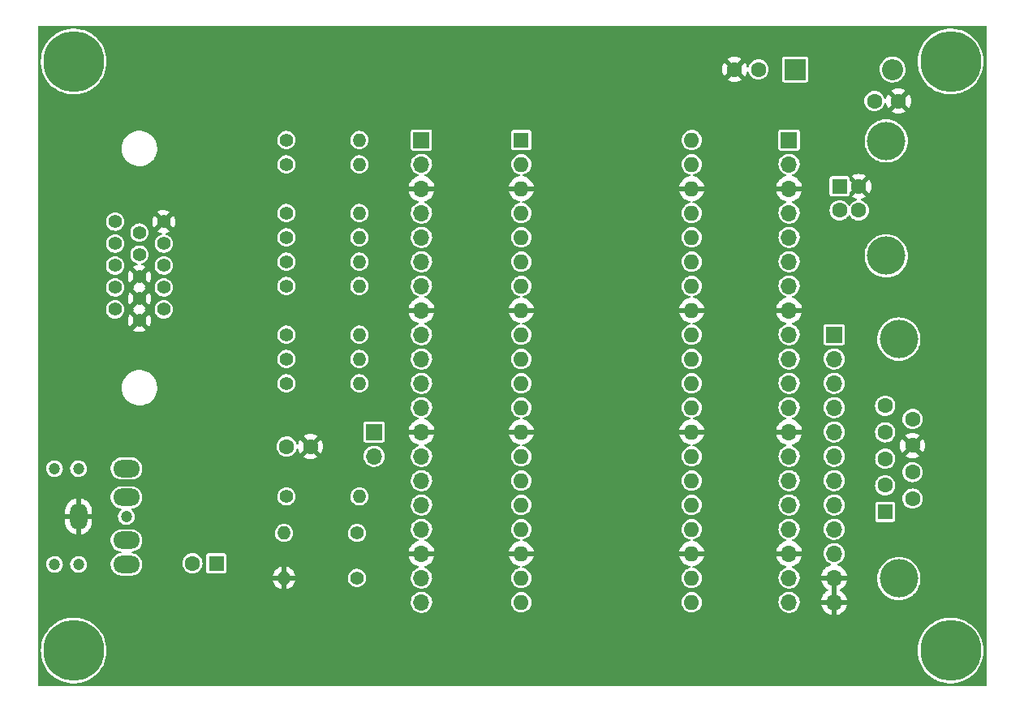
<source format=gbl>
G04 #@! TF.GenerationSoftware,KiCad,Pcbnew,(6.0.1)*
G04 #@! TF.CreationDate,2022-07-19T13:29:31-04:00*
G04 #@! TF.ProjectId,PicoVGA,5069636f-5647-4412-9e6b-696361645f70,1*
G04 #@! TF.SameCoordinates,Original*
G04 #@! TF.FileFunction,Copper,L2,Bot*
G04 #@! TF.FilePolarity,Positive*
%FSLAX46Y46*%
G04 Gerber Fmt 4.6, Leading zero omitted, Abs format (unit mm)*
G04 Created by KiCad (PCBNEW (6.0.1)) date 2022-07-19 13:29:31*
%MOMM*%
%LPD*%
G01*
G04 APERTURE LIST*
G04 #@! TA.AperFunction,ComponentPad*
%ADD10C,6.350000*%
G04 #@! TD*
G04 #@! TA.AperFunction,ComponentPad*
%ADD11R,1.700000X1.700000*%
G04 #@! TD*
G04 #@! TA.AperFunction,ComponentPad*
%ADD12O,1.700000X1.700000*%
G04 #@! TD*
G04 #@! TA.AperFunction,ComponentPad*
%ADD13C,1.397000*%
G04 #@! TD*
G04 #@! TA.AperFunction,ComponentPad*
%ADD14C,1.400000*%
G04 #@! TD*
G04 #@! TA.AperFunction,ComponentPad*
%ADD15O,1.400000X1.400000*%
G04 #@! TD*
G04 #@! TA.AperFunction,ComponentPad*
%ADD16R,2.200000X2.200000*%
G04 #@! TD*
G04 #@! TA.AperFunction,ComponentPad*
%ADD17O,2.200000X2.200000*%
G04 #@! TD*
G04 #@! TA.AperFunction,ComponentPad*
%ADD18C,1.600000*%
G04 #@! TD*
G04 #@! TA.AperFunction,ComponentPad*
%ADD19R,1.600000X1.600000*%
G04 #@! TD*
G04 #@! TA.AperFunction,ComponentPad*
%ADD20O,1.600000X1.600000*%
G04 #@! TD*
G04 #@! TA.AperFunction,ComponentPad*
%ADD21C,4.000000*%
G04 #@! TD*
G04 #@! TA.AperFunction,ComponentPad*
%ADD22C,1.200000*%
G04 #@! TD*
G04 #@! TA.AperFunction,ComponentPad*
%ADD23O,2.800000X1.800000*%
G04 #@! TD*
G04 #@! TA.AperFunction,ComponentPad*
%ADD24O,1.800000X2.800000*%
G04 #@! TD*
G04 APERTURE END LIST*
D10*
X79406000Y-154906000D03*
X170906000Y-154906000D03*
X170906000Y-93406000D03*
X79406000Y-93406000D03*
D11*
X115692000Y-101600000D03*
D12*
X115692000Y-104140000D03*
X115692000Y-106680000D03*
X115692000Y-109220000D03*
X115692000Y-111760000D03*
X115692000Y-114300000D03*
X115692000Y-116840000D03*
X115692000Y-119380000D03*
X115692000Y-121920000D03*
X115692000Y-124460000D03*
X115692000Y-127000000D03*
X115692000Y-129540000D03*
X115692000Y-132080000D03*
X115692000Y-134620000D03*
X115692000Y-137160000D03*
X115692000Y-139700000D03*
X115692000Y-142240000D03*
X115692000Y-144780000D03*
X115692000Y-147320000D03*
X115692000Y-149860000D03*
D13*
X88802410Y-119283630D03*
X88802410Y-116992550D03*
X88802410Y-114706550D03*
X88802410Y-112412930D03*
X88802410Y-110124390D03*
X86262410Y-120429170D03*
X86262410Y-118138090D03*
X86262410Y-115847010D03*
X86262410Y-113558470D03*
X86262410Y-111267390D03*
X83722410Y-119283630D03*
X83722410Y-116992550D03*
X83724950Y-114704010D03*
X83722410Y-112412930D03*
X83722410Y-110124390D03*
D14*
X101600000Y-124460000D03*
D15*
X109220000Y-124460000D03*
D14*
X101600000Y-121920000D03*
D15*
X109220000Y-121920000D03*
D14*
X101600000Y-116840000D03*
D15*
X109220000Y-116840000D03*
D14*
X101600000Y-138811000D03*
D15*
X109220000Y-138811000D03*
D14*
X101600000Y-114300000D03*
D15*
X109220000Y-114300000D03*
D14*
X101600000Y-111760000D03*
D15*
X109220000Y-111760000D03*
D14*
X101600000Y-109220000D03*
D15*
X109220000Y-109220000D03*
D14*
X108966000Y-142621000D03*
D15*
X101346000Y-142621000D03*
D14*
X108966000Y-147320000D03*
D15*
X101346000Y-147320000D03*
D14*
X101600000Y-104140000D03*
D15*
X109220000Y-104140000D03*
D14*
X101600000Y-101600000D03*
D15*
X109220000Y-101600000D03*
D16*
X154686000Y-94234000D03*
D17*
X164846000Y-94234000D03*
D18*
X162961000Y-97536000D03*
X165461000Y-97536000D03*
D11*
X110744000Y-132075000D03*
D12*
X110744000Y-134615000D03*
D11*
X154051000Y-101600000D03*
D12*
X154051000Y-104140000D03*
X154051000Y-106680000D03*
X154051000Y-109220000D03*
X154051000Y-111760000D03*
X154051000Y-114300000D03*
X154051000Y-116840000D03*
X154051000Y-119380000D03*
X154051000Y-121920000D03*
X154051000Y-124460000D03*
X154051000Y-127000000D03*
X154051000Y-129540000D03*
X154051000Y-132080000D03*
X154051000Y-134620000D03*
X154051000Y-137160000D03*
X154051000Y-139700000D03*
X154051000Y-142240000D03*
X154051000Y-144780000D03*
X154051000Y-147320000D03*
X154051000Y-149860000D03*
D14*
X101600000Y-127000000D03*
D15*
X109220000Y-127000000D03*
D19*
X126106000Y-101600000D03*
D20*
X126106000Y-104140000D03*
X126106000Y-106680000D03*
X126106000Y-109220000D03*
X126106000Y-111760000D03*
X126106000Y-114300000D03*
X126106000Y-116840000D03*
X126106000Y-119380000D03*
X126106000Y-121920000D03*
X126106000Y-124460000D03*
X126106000Y-127000000D03*
X126106000Y-129540000D03*
X126106000Y-132080000D03*
X126106000Y-134620000D03*
X126106000Y-137160000D03*
X126106000Y-139700000D03*
X126106000Y-142240000D03*
X126106000Y-144780000D03*
X126106000Y-147320000D03*
X126106000Y-149860000D03*
X143886000Y-149860000D03*
X143886000Y-147320000D03*
X143886000Y-144780000D03*
X143886000Y-142240000D03*
X143886000Y-139700000D03*
X143886000Y-137160000D03*
X143886000Y-134620000D03*
X143886000Y-132080000D03*
X143886000Y-129540000D03*
X143886000Y-127000000D03*
X143886000Y-124460000D03*
X143886000Y-121920000D03*
X143886000Y-119380000D03*
X143886000Y-116840000D03*
X143886000Y-114300000D03*
X143886000Y-111760000D03*
X143886000Y-109220000D03*
X143886000Y-106680000D03*
X143886000Y-104140000D03*
X143886000Y-101600000D03*
D11*
X158750000Y-121915000D03*
D12*
X158750000Y-124455000D03*
X158750000Y-126995000D03*
X158750000Y-129535000D03*
X158750000Y-132075000D03*
X158750000Y-134615000D03*
X158750000Y-137155000D03*
X158750000Y-139695000D03*
X158750000Y-142235000D03*
X158750000Y-144775000D03*
X158750000Y-147315000D03*
X158750000Y-149855000D03*
D18*
X150856000Y-94234000D03*
X148356000Y-94234000D03*
D19*
X94296113Y-145796000D03*
D18*
X91796113Y-145796000D03*
X101620000Y-133604000D03*
X104120000Y-133604000D03*
D19*
X159328500Y-106446000D03*
D18*
X159328500Y-108946000D03*
X161328500Y-108946000D03*
X161328500Y-106446000D03*
D21*
X164188500Y-101696000D03*
X164188500Y-113696000D03*
X165504000Y-122384000D03*
X165504000Y-147384000D03*
D19*
X164084000Y-140424000D03*
D18*
X164084000Y-137654000D03*
X164084000Y-134884000D03*
X164084000Y-132114000D03*
X164084000Y-129344000D03*
X166924000Y-139039000D03*
X166924000Y-136269000D03*
X166924000Y-133499000D03*
X166924000Y-130729000D03*
D22*
X79906000Y-145906000D03*
X77406000Y-135906000D03*
X79906000Y-135906000D03*
X77406000Y-145906000D03*
X84906000Y-140906000D03*
D23*
X84906000Y-135906000D03*
X84906000Y-138906000D03*
D24*
X79906000Y-140906000D03*
D23*
X84906000Y-145906000D03*
X84906000Y-143406000D03*
G04 #@! TA.AperFunction,Conductor*
G36*
X174610531Y-89679213D02*
G01*
X174647076Y-89729513D01*
X174652000Y-89760600D01*
X174652000Y-158551400D01*
X174632787Y-158610531D01*
X174582487Y-158647076D01*
X174551400Y-158652000D01*
X75760600Y-158652000D01*
X75701469Y-158632787D01*
X75664924Y-158582487D01*
X75660000Y-158551400D01*
X75660000Y-154894011D01*
X75971484Y-154894011D01*
X75990278Y-155265007D01*
X76049029Y-155631803D01*
X76049748Y-155634431D01*
X76049749Y-155634436D01*
X76087102Y-155770975D01*
X76147050Y-155990108D01*
X76283195Y-156335732D01*
X76455870Y-156664630D01*
X76457387Y-156666887D01*
X76457392Y-156666896D01*
X76478073Y-156697672D01*
X76663057Y-156972956D01*
X76902330Y-157257102D01*
X77170892Y-157513745D01*
X77465600Y-157739883D01*
X77467926Y-157741297D01*
X77780689Y-157931460D01*
X77780694Y-157931463D01*
X77783007Y-157932869D01*
X77785467Y-157934022D01*
X77785472Y-157934024D01*
X77818935Y-157949699D01*
X78119400Y-158090447D01*
X78470843Y-158210773D01*
X78833227Y-158292440D01*
X78946839Y-158305385D01*
X79199594Y-158334183D01*
X79199602Y-158334183D01*
X79202310Y-158334492D01*
X79393353Y-158335492D01*
X79571052Y-158336423D01*
X79571057Y-158336423D01*
X79573776Y-158336437D01*
X79576482Y-158336157D01*
X79576489Y-158336157D01*
X79940565Y-158298533D01*
X79940573Y-158298532D01*
X79943280Y-158298252D01*
X80154838Y-158252898D01*
X80303840Y-158220955D01*
X80303843Y-158220954D01*
X80306498Y-158220385D01*
X80659183Y-158103746D01*
X80661656Y-158102619D01*
X80661661Y-158102617D01*
X80994727Y-157950829D01*
X80997207Y-157949699D01*
X81316618Y-157760047D01*
X81613678Y-157537008D01*
X81884912Y-157283191D01*
X82127148Y-157001566D01*
X82337552Y-156695427D01*
X82352915Y-156666896D01*
X82512366Y-156370762D01*
X82512366Y-156370761D01*
X82513662Y-156368355D01*
X82525935Y-156338132D01*
X82652399Y-156026688D01*
X82653419Y-156024176D01*
X82755187Y-155666917D01*
X82817776Y-155300756D01*
X82817942Y-155298044D01*
X82817943Y-155298034D01*
X82840363Y-154931451D01*
X82840363Y-154931446D01*
X82840453Y-154929977D01*
X82840537Y-154906000D01*
X82839888Y-154894011D01*
X167471484Y-154894011D01*
X167490278Y-155265007D01*
X167549029Y-155631803D01*
X167549748Y-155634431D01*
X167549749Y-155634436D01*
X167587102Y-155770975D01*
X167647050Y-155990108D01*
X167783195Y-156335732D01*
X167955870Y-156664630D01*
X167957387Y-156666887D01*
X167957392Y-156666896D01*
X167978073Y-156697672D01*
X168163057Y-156972956D01*
X168402330Y-157257102D01*
X168670892Y-157513745D01*
X168965600Y-157739883D01*
X168967926Y-157741297D01*
X169280689Y-157931460D01*
X169280694Y-157931463D01*
X169283007Y-157932869D01*
X169285467Y-157934022D01*
X169285472Y-157934024D01*
X169318935Y-157949699D01*
X169619400Y-158090447D01*
X169970843Y-158210773D01*
X170333227Y-158292440D01*
X170446839Y-158305385D01*
X170699594Y-158334183D01*
X170699602Y-158334183D01*
X170702310Y-158334492D01*
X170893353Y-158335492D01*
X171071052Y-158336423D01*
X171071057Y-158336423D01*
X171073776Y-158336437D01*
X171076482Y-158336157D01*
X171076489Y-158336157D01*
X171440565Y-158298533D01*
X171440573Y-158298532D01*
X171443280Y-158298252D01*
X171654838Y-158252898D01*
X171803840Y-158220955D01*
X171803843Y-158220954D01*
X171806498Y-158220385D01*
X172159183Y-158103746D01*
X172161656Y-158102619D01*
X172161661Y-158102617D01*
X172494727Y-157950829D01*
X172497207Y-157949699D01*
X172816618Y-157760047D01*
X173113678Y-157537008D01*
X173384912Y-157283191D01*
X173627148Y-157001566D01*
X173837552Y-156695427D01*
X173852915Y-156666896D01*
X174012366Y-156370762D01*
X174012366Y-156370761D01*
X174013662Y-156368355D01*
X174025935Y-156338132D01*
X174152399Y-156026688D01*
X174153419Y-156024176D01*
X174255187Y-155666917D01*
X174317776Y-155300756D01*
X174317942Y-155298044D01*
X174317943Y-155298034D01*
X174340363Y-154931451D01*
X174340363Y-154931446D01*
X174340453Y-154929977D01*
X174340537Y-154906000D01*
X174320448Y-154535072D01*
X174260417Y-154168484D01*
X174161146Y-153810522D01*
X174023795Y-153465376D01*
X173849973Y-153137083D01*
X173641711Y-152829482D01*
X173401448Y-152546173D01*
X173266720Y-152418321D01*
X173133961Y-152292337D01*
X173133956Y-152292333D01*
X173131992Y-152290469D01*
X172836496Y-152065361D01*
X172518417Y-151873484D01*
X172181477Y-151717081D01*
X172009595Y-151658902D01*
X171832207Y-151598860D01*
X171832201Y-151598858D01*
X171829615Y-151597983D01*
X171466949Y-151517581D01*
X171464245Y-151517282D01*
X171464242Y-151517282D01*
X171334431Y-151502951D01*
X171097721Y-151476818D01*
X171095000Y-151476813D01*
X171094995Y-151476813D01*
X170913280Y-151476496D01*
X170726250Y-151476170D01*
X170723537Y-151476460D01*
X170723536Y-151476460D01*
X170359595Y-151515354D01*
X170359594Y-151515354D01*
X170356882Y-151515644D01*
X169993938Y-151594779D01*
X169641663Y-151712648D01*
X169639194Y-151713784D01*
X169639188Y-151713786D01*
X169499031Y-151778252D01*
X169304178Y-151867874D01*
X169301833Y-151869277D01*
X169301830Y-151869279D01*
X169294804Y-151873484D01*
X168985431Y-152058640D01*
X168689152Y-152282714D01*
X168560041Y-152404382D01*
X168420794Y-152535601D01*
X168420788Y-152535607D01*
X168418805Y-152537476D01*
X168177554Y-152819945D01*
X167968220Y-153126817D01*
X167793252Y-153454502D01*
X167654698Y-153799167D01*
X167554178Y-154156779D01*
X167492867Y-154523156D01*
X167471484Y-154894011D01*
X82839888Y-154894011D01*
X82820448Y-154535072D01*
X82760417Y-154168484D01*
X82661146Y-153810522D01*
X82523795Y-153465376D01*
X82349973Y-153137083D01*
X82141711Y-152829482D01*
X81901448Y-152546173D01*
X81766720Y-152418321D01*
X81633961Y-152292337D01*
X81633956Y-152292333D01*
X81631992Y-152290469D01*
X81336496Y-152065361D01*
X81018417Y-151873484D01*
X80681477Y-151717081D01*
X80509595Y-151658902D01*
X80332207Y-151598860D01*
X80332201Y-151598858D01*
X80329615Y-151597983D01*
X79966949Y-151517581D01*
X79964245Y-151517282D01*
X79964242Y-151517282D01*
X79834431Y-151502951D01*
X79597721Y-151476818D01*
X79595000Y-151476813D01*
X79594995Y-151476813D01*
X79413280Y-151476496D01*
X79226250Y-151476170D01*
X79223537Y-151476460D01*
X79223536Y-151476460D01*
X78859595Y-151515354D01*
X78859594Y-151515354D01*
X78856882Y-151515644D01*
X78493938Y-151594779D01*
X78141663Y-151712648D01*
X78139194Y-151713784D01*
X78139188Y-151713786D01*
X77999031Y-151778252D01*
X77804178Y-151867874D01*
X77801833Y-151869277D01*
X77801830Y-151869279D01*
X77794804Y-151873484D01*
X77485431Y-152058640D01*
X77189152Y-152282714D01*
X77060041Y-152404382D01*
X76920794Y-152535601D01*
X76920788Y-152535607D01*
X76918805Y-152537476D01*
X76677554Y-152819945D01*
X76468220Y-153126817D01*
X76293252Y-153454502D01*
X76154698Y-153799167D01*
X76054178Y-154156779D01*
X75992867Y-154523156D01*
X75971484Y-154894011D01*
X75660000Y-154894011D01*
X75660000Y-149830964D01*
X114583148Y-149830964D01*
X114596424Y-150033522D01*
X114597557Y-150037983D01*
X114619228Y-150123310D01*
X114646392Y-150230269D01*
X114731377Y-150414616D01*
X114848533Y-150580389D01*
X114993938Y-150722035D01*
X114997774Y-150724598D01*
X114997775Y-150724599D01*
X115046075Y-150756872D01*
X115162720Y-150834812D01*
X115166956Y-150836632D01*
X115166958Y-150836633D01*
X115322605Y-150903504D01*
X115349228Y-150914942D01*
X115447161Y-150937102D01*
X115542716Y-150958724D01*
X115542719Y-150958724D01*
X115547216Y-150959742D01*
X115648634Y-150963727D01*
X115745444Y-150967531D01*
X115745445Y-150967531D01*
X115750053Y-150967712D01*
X115754610Y-150967051D01*
X115754615Y-150967051D01*
X115850499Y-150953148D01*
X115950945Y-150938584D01*
X116143165Y-150873334D01*
X116320276Y-150774147D01*
X116373248Y-150730091D01*
X116472798Y-150647295D01*
X116476345Y-150644345D01*
X116519713Y-150592201D01*
X116603199Y-150491821D01*
X116603201Y-150491818D01*
X116606147Y-150488276D01*
X116705334Y-150311165D01*
X116770584Y-150118945D01*
X116799712Y-149918053D01*
X116800458Y-149889586D01*
X116801155Y-149862956D01*
X116801155Y-149862949D01*
X116801232Y-149860000D01*
X116799873Y-149845206D01*
X125046501Y-149845206D01*
X125063806Y-150051278D01*
X125083209Y-150118945D01*
X125116333Y-150234462D01*
X125120807Y-150250066D01*
X125215334Y-150433995D01*
X125343786Y-150596061D01*
X125501271Y-150730091D01*
X125505565Y-150732491D01*
X125505568Y-150732493D01*
X125574824Y-150771199D01*
X125681789Y-150830980D01*
X125878466Y-150894884D01*
X125883350Y-150895466D01*
X125883353Y-150895467D01*
X126078919Y-150918787D01*
X126078920Y-150918787D01*
X126083809Y-150919370D01*
X126289998Y-150903504D01*
X126294738Y-150902180D01*
X126294741Y-150902180D01*
X126484436Y-150849216D01*
X126489178Y-150847892D01*
X126630709Y-150776400D01*
X126669369Y-150756872D01*
X126669372Y-150756870D01*
X126673763Y-150754652D01*
X126836722Y-150627334D01*
X126971848Y-150470789D01*
X127022922Y-150380884D01*
X127071565Y-150295257D01*
X127071566Y-150295255D01*
X127073995Y-150290979D01*
X127129275Y-150124799D01*
X127137716Y-150099425D01*
X127137716Y-150099424D01*
X127139270Y-150094753D01*
X127144762Y-150051278D01*
X127164838Y-149892366D01*
X127164838Y-149892362D01*
X127165189Y-149889586D01*
X127165602Y-149860000D01*
X127164152Y-149845206D01*
X142826501Y-149845206D01*
X142843806Y-150051278D01*
X142863209Y-150118945D01*
X142896333Y-150234462D01*
X142900807Y-150250066D01*
X142995334Y-150433995D01*
X143123786Y-150596061D01*
X143281271Y-150730091D01*
X143285565Y-150732491D01*
X143285568Y-150732493D01*
X143354824Y-150771199D01*
X143461789Y-150830980D01*
X143658466Y-150894884D01*
X143663350Y-150895466D01*
X143663353Y-150895467D01*
X143858919Y-150918787D01*
X143858920Y-150918787D01*
X143863809Y-150919370D01*
X144069998Y-150903504D01*
X144074738Y-150902180D01*
X144074741Y-150902180D01*
X144264436Y-150849216D01*
X144269178Y-150847892D01*
X144410709Y-150776400D01*
X144449369Y-150756872D01*
X144449372Y-150756870D01*
X144453763Y-150754652D01*
X144616722Y-150627334D01*
X144751848Y-150470789D01*
X144802922Y-150380884D01*
X144851565Y-150295257D01*
X144851566Y-150295255D01*
X144853995Y-150290979D01*
X144909275Y-150124799D01*
X144917716Y-150099425D01*
X144917716Y-150099424D01*
X144919270Y-150094753D01*
X144924762Y-150051278D01*
X144944838Y-149892366D01*
X144944838Y-149892362D01*
X144945189Y-149889586D01*
X144945602Y-149860000D01*
X144944152Y-149845206D01*
X144942756Y-149830964D01*
X152942148Y-149830964D01*
X152955424Y-150033522D01*
X152956557Y-150037983D01*
X152978228Y-150123310D01*
X153005392Y-150230269D01*
X153090377Y-150414616D01*
X153207533Y-150580389D01*
X153352938Y-150722035D01*
X153356774Y-150724598D01*
X153356775Y-150724599D01*
X153405075Y-150756872D01*
X153521720Y-150834812D01*
X153525956Y-150836632D01*
X153525958Y-150836633D01*
X153681605Y-150903504D01*
X153708228Y-150914942D01*
X153806161Y-150937102D01*
X153901716Y-150958724D01*
X153901719Y-150958724D01*
X153906216Y-150959742D01*
X154007634Y-150963727D01*
X154104444Y-150967531D01*
X154104445Y-150967531D01*
X154109053Y-150967712D01*
X154113610Y-150967051D01*
X154113615Y-150967051D01*
X154209499Y-150953148D01*
X154309945Y-150938584D01*
X154502165Y-150873334D01*
X154679276Y-150774147D01*
X154732248Y-150730091D01*
X154831798Y-150647295D01*
X154835345Y-150644345D01*
X154878713Y-150592201D01*
X154962199Y-150491821D01*
X154962201Y-150491818D01*
X154965147Y-150488276D01*
X155064334Y-150311165D01*
X155128471Y-150122223D01*
X157418090Y-150122223D01*
X157448794Y-150258466D01*
X157451253Y-150266311D01*
X157532163Y-150465569D01*
X157535868Y-150472906D01*
X157648236Y-150656274D01*
X157653093Y-150662909D01*
X157793900Y-150825461D01*
X157799775Y-150831214D01*
X157965234Y-150968581D01*
X157971984Y-150973307D01*
X158157652Y-151081803D01*
X158165075Y-151085359D01*
X158365969Y-151162073D01*
X158373887Y-151164373D01*
X158480386Y-151186040D01*
X158493811Y-151184511D01*
X158496000Y-151176197D01*
X158496000Y-151175699D01*
X159004000Y-151175699D01*
X159008188Y-151188589D01*
X159009741Y-151189717D01*
X159015061Y-151190215D01*
X159029224Y-151188401D01*
X159037261Y-151186692D01*
X159243242Y-151124895D01*
X159250917Y-151121887D01*
X159444022Y-151027285D01*
X159451105Y-151023063D01*
X159626168Y-150898192D01*
X159632463Y-150892873D01*
X159784794Y-150741072D01*
X159790118Y-150734816D01*
X159915615Y-150560168D01*
X159919851Y-150553118D01*
X160015134Y-150360329D01*
X160018165Y-150352675D01*
X160080680Y-150146914D01*
X160082419Y-150138868D01*
X160084271Y-150124799D01*
X160081801Y-150111470D01*
X160080478Y-150110214D01*
X160075112Y-150109000D01*
X159019933Y-150109000D01*
X159007043Y-150113188D01*
X159004000Y-150117377D01*
X159004000Y-151175699D01*
X158496000Y-151175699D01*
X158496000Y-150124933D01*
X158491812Y-150112043D01*
X158487623Y-150109000D01*
X157431043Y-150109000D01*
X157418514Y-150113071D01*
X157418090Y-150122223D01*
X155128471Y-150122223D01*
X155129584Y-150118945D01*
X155158712Y-149918053D01*
X155159458Y-149889586D01*
X155160155Y-149862956D01*
X155160155Y-149862949D01*
X155160232Y-149860000D01*
X155158873Y-149845206D01*
X155142080Y-149662447D01*
X155142079Y-149662442D01*
X155141658Y-149657859D01*
X155122582Y-149590221D01*
X157414101Y-149590221D01*
X157415827Y-149598419D01*
X157417669Y-149600084D01*
X157421960Y-149601000D01*
X158480067Y-149601000D01*
X158492957Y-149596812D01*
X158496000Y-149592623D01*
X158496000Y-149585067D01*
X159004000Y-149585067D01*
X159008188Y-149597957D01*
X159012377Y-149601000D01*
X160070526Y-149601000D01*
X160082669Y-149597054D01*
X160083003Y-149587243D01*
X160040960Y-149419862D01*
X160038310Y-149412080D01*
X159952559Y-149214865D01*
X159948669Y-149207610D01*
X159831860Y-149027051D01*
X159826838Y-149020528D01*
X159682103Y-148861468D01*
X159676094Y-148855864D01*
X159507314Y-148722570D01*
X159500472Y-148718025D01*
X159421659Y-148674518D01*
X159379177Y-148629121D01*
X159371492Y-148567423D01*
X159401539Y-148512992D01*
X159426018Y-148496105D01*
X159444026Y-148487283D01*
X159451105Y-148483063D01*
X159626168Y-148358192D01*
X159632463Y-148352873D01*
X159784794Y-148201072D01*
X159790118Y-148194816D01*
X159915615Y-148020168D01*
X159919851Y-148013118D01*
X160015134Y-147820329D01*
X160018165Y-147812675D01*
X160080680Y-147606914D01*
X160082419Y-147598868D01*
X160084271Y-147584799D01*
X160081801Y-147571470D01*
X160080478Y-147570214D01*
X160075112Y-147569000D01*
X159019933Y-147569000D01*
X159007043Y-147573188D01*
X159004000Y-147577377D01*
X159004000Y-149585067D01*
X158496000Y-149585067D01*
X158496000Y-147584933D01*
X158491812Y-147572043D01*
X158487623Y-147569000D01*
X157431043Y-147569000D01*
X157418514Y-147573071D01*
X157418090Y-147582223D01*
X157448794Y-147718466D01*
X157451253Y-147726311D01*
X157532163Y-147925569D01*
X157535868Y-147932906D01*
X157648236Y-148116274D01*
X157653093Y-148122909D01*
X157793900Y-148285461D01*
X157799775Y-148291214D01*
X157965234Y-148428581D01*
X157971984Y-148433307D01*
X158082205Y-148497715D01*
X158123566Y-148544137D01*
X158129741Y-148606004D01*
X158098372Y-148659685D01*
X158077902Y-148673806D01*
X158027533Y-148700026D01*
X158020574Y-148704408D01*
X157848601Y-148833530D01*
X157842448Y-148838992D01*
X157693869Y-148994471D01*
X157688691Y-149000866D01*
X157567508Y-149178514D01*
X157563440Y-149185673D01*
X157472899Y-149380730D01*
X157470054Y-149388464D01*
X157414101Y-149590221D01*
X155122582Y-149590221D01*
X155086557Y-149462487D01*
X154996776Y-149280428D01*
X154875320Y-149117779D01*
X154855937Y-149099861D01*
X154729646Y-148983119D01*
X154726258Y-148979987D01*
X154722362Y-148977529D01*
X154722357Y-148977525D01*
X154640420Y-148925827D01*
X154554581Y-148871667D01*
X154366039Y-148796446D01*
X154166946Y-148756844D01*
X154065458Y-148755515D01*
X153968585Y-148754247D01*
X153968581Y-148754247D01*
X153963971Y-148754187D01*
X153763910Y-148788564D01*
X153759588Y-148790158D01*
X153759586Y-148790159D01*
X153577791Y-148857227D01*
X153577788Y-148857228D01*
X153573463Y-148858824D01*
X153569497Y-148861184D01*
X153569496Y-148861184D01*
X153538146Y-148879835D01*
X153399010Y-148962612D01*
X153395544Y-148965651D01*
X153395542Y-148965653D01*
X153249859Y-149093414D01*
X153249856Y-149093417D01*
X153246392Y-149096455D01*
X153243539Y-149100074D01*
X153243538Y-149100075D01*
X153233059Y-149113368D01*
X153120720Y-149255869D01*
X153026203Y-149435515D01*
X153015074Y-149471355D01*
X152967608Y-149624223D01*
X152966007Y-149629378D01*
X152942148Y-149830964D01*
X144942756Y-149830964D01*
X144925902Y-149659081D01*
X144925901Y-149659078D01*
X144925422Y-149654189D01*
X144865651Y-149456217D01*
X144768565Y-149273625D01*
X144637863Y-149113368D01*
X144634075Y-149110234D01*
X144482310Y-148984683D01*
X144482305Y-148984680D01*
X144478522Y-148981550D01*
X144469079Y-148976444D01*
X144300935Y-148885529D01*
X144300931Y-148885528D01*
X144296612Y-148883192D01*
X144099063Y-148822040D01*
X143893397Y-148800424D01*
X143888496Y-148800870D01*
X143888493Y-148800870D01*
X143692348Y-148818720D01*
X143692345Y-148818721D01*
X143687450Y-148819166D01*
X143682736Y-148820553D01*
X143682733Y-148820554D01*
X143544686Y-148861184D01*
X143489066Y-148877554D01*
X143484706Y-148879833D01*
X143484702Y-148879835D01*
X143473811Y-148885529D01*
X143305801Y-148973363D01*
X143144635Y-149102943D01*
X143011708Y-149261360D01*
X143009336Y-149265674D01*
X143009335Y-149265676D01*
X143001225Y-149280428D01*
X142912082Y-149442578D01*
X142910594Y-149447268D01*
X142910593Y-149447271D01*
X142861828Y-149601000D01*
X142849553Y-149639696D01*
X142849004Y-149644587D01*
X142849004Y-149644589D01*
X142828099Y-149830964D01*
X142826501Y-149845206D01*
X127164152Y-149845206D01*
X127145902Y-149659081D01*
X127145901Y-149659078D01*
X127145422Y-149654189D01*
X127085651Y-149456217D01*
X126988565Y-149273625D01*
X126857863Y-149113368D01*
X126854075Y-149110234D01*
X126702310Y-148984683D01*
X126702305Y-148984680D01*
X126698522Y-148981550D01*
X126689079Y-148976444D01*
X126520935Y-148885529D01*
X126520931Y-148885528D01*
X126516612Y-148883192D01*
X126319063Y-148822040D01*
X126113397Y-148800424D01*
X126108496Y-148800870D01*
X126108493Y-148800870D01*
X125912348Y-148818720D01*
X125912345Y-148818721D01*
X125907450Y-148819166D01*
X125902736Y-148820553D01*
X125902733Y-148820554D01*
X125764686Y-148861184D01*
X125709066Y-148877554D01*
X125704706Y-148879833D01*
X125704702Y-148879835D01*
X125693811Y-148885529D01*
X125525801Y-148973363D01*
X125364635Y-149102943D01*
X125231708Y-149261360D01*
X125229336Y-149265674D01*
X125229335Y-149265676D01*
X125221225Y-149280428D01*
X125132082Y-149442578D01*
X125130594Y-149447268D01*
X125130593Y-149447271D01*
X125081828Y-149601000D01*
X125069553Y-149639696D01*
X125069004Y-149644587D01*
X125069004Y-149644589D01*
X125048099Y-149830964D01*
X125046501Y-149845206D01*
X116799873Y-149845206D01*
X116783080Y-149662447D01*
X116783079Y-149662442D01*
X116782658Y-149657859D01*
X116727557Y-149462487D01*
X116637776Y-149280428D01*
X116516320Y-149117779D01*
X116496937Y-149099861D01*
X116370646Y-148983119D01*
X116367258Y-148979987D01*
X116363362Y-148977529D01*
X116363357Y-148977525D01*
X116281420Y-148925827D01*
X116195581Y-148871667D01*
X116007039Y-148796446D01*
X115807946Y-148756844D01*
X115706458Y-148755515D01*
X115609585Y-148754247D01*
X115609581Y-148754247D01*
X115604971Y-148754187D01*
X115404910Y-148788564D01*
X115400588Y-148790158D01*
X115400586Y-148790159D01*
X115218791Y-148857227D01*
X115218788Y-148857228D01*
X115214463Y-148858824D01*
X115210497Y-148861184D01*
X115210496Y-148861184D01*
X115179146Y-148879835D01*
X115040010Y-148962612D01*
X115036544Y-148965651D01*
X115036542Y-148965653D01*
X114890859Y-149093414D01*
X114890856Y-149093417D01*
X114887392Y-149096455D01*
X114884539Y-149100074D01*
X114884538Y-149100075D01*
X114874059Y-149113368D01*
X114761720Y-149255869D01*
X114667203Y-149435515D01*
X114656074Y-149471355D01*
X114608608Y-149624223D01*
X114607007Y-149629378D01*
X114583148Y-149830964D01*
X75660000Y-149830964D01*
X75660000Y-147588091D01*
X100167222Y-147588091D01*
X100205379Y-147730493D01*
X100208372Y-147738718D01*
X100293989Y-147922326D01*
X100298364Y-147929904D01*
X100414565Y-148095856D01*
X100420190Y-148102559D01*
X100563441Y-148245810D01*
X100570144Y-148251435D01*
X100736096Y-148367636D01*
X100743674Y-148372011D01*
X100927282Y-148457628D01*
X100935507Y-148460621D01*
X101076610Y-148498430D01*
X101089095Y-148497776D01*
X101092000Y-148487968D01*
X101092000Y-148486621D01*
X101600000Y-148486621D01*
X101603863Y-148498510D01*
X101614091Y-148498778D01*
X101756493Y-148460621D01*
X101764718Y-148457628D01*
X101948326Y-148372011D01*
X101955904Y-148367636D01*
X102121856Y-148251435D01*
X102128559Y-148245810D01*
X102271810Y-148102559D01*
X102277435Y-148095856D01*
X102393636Y-147929904D01*
X102398011Y-147922326D01*
X102483628Y-147738718D01*
X102486621Y-147730493D01*
X102524430Y-147589390D01*
X102523776Y-147576905D01*
X102513968Y-147574000D01*
X101615933Y-147574000D01*
X101603043Y-147578188D01*
X101600000Y-147582377D01*
X101600000Y-148486621D01*
X101092000Y-148486621D01*
X101092000Y-147589933D01*
X101087812Y-147577043D01*
X101083623Y-147574000D01*
X100179379Y-147574000D01*
X100167490Y-147577863D01*
X100167222Y-147588091D01*
X75660000Y-147588091D01*
X75660000Y-147306609D01*
X108006975Y-147306609D01*
X108022639Y-147493139D01*
X108074235Y-147673075D01*
X108159797Y-147839562D01*
X108162848Y-147843412D01*
X108162851Y-147843416D01*
X108273008Y-147982399D01*
X108273011Y-147982402D01*
X108276068Y-147986259D01*
X108418618Y-148107579D01*
X108582018Y-148198900D01*
X108586699Y-148200421D01*
X108633212Y-148215534D01*
X108760043Y-148256744D01*
X108764927Y-148257326D01*
X108764930Y-148257327D01*
X108941024Y-148278325D01*
X108941025Y-148278325D01*
X108945914Y-148278908D01*
X109132549Y-148264547D01*
X109137289Y-148263223D01*
X109137292Y-148263223D01*
X109251989Y-148231199D01*
X109312841Y-148214209D01*
X109317961Y-148211623D01*
X109475532Y-148132027D01*
X109475531Y-148132027D01*
X109479921Y-148129810D01*
X109497247Y-148116274D01*
X109623550Y-148017595D01*
X109627427Y-148014566D01*
X109649107Y-147989450D01*
X109728174Y-147897849D01*
X109749738Y-147872867D01*
X109818980Y-147750979D01*
X109839768Y-147714386D01*
X109839769Y-147714384D01*
X109842198Y-147710108D01*
X109882355Y-147589390D01*
X109899729Y-147537163D01*
X109899729Y-147537161D01*
X109901283Y-147532491D01*
X109904583Y-147506369D01*
X109924393Y-147349560D01*
X109924393Y-147349556D01*
X109924744Y-147346780D01*
X109925118Y-147320000D01*
X109923668Y-147305206D01*
X109907332Y-147138605D01*
X109906852Y-147133706D01*
X109905430Y-147128996D01*
X109905429Y-147128991D01*
X109854173Y-146959224D01*
X109854171Y-146959220D01*
X109852749Y-146954509D01*
X109764870Y-146789232D01*
X109646562Y-146644173D01*
X109639722Y-146638514D01*
X109514900Y-146535252D01*
X109502332Y-146524855D01*
X109399044Y-146469007D01*
X109341996Y-146438161D01*
X109341992Y-146438159D01*
X109337673Y-146435824D01*
X109328547Y-146432999D01*
X109163558Y-146381927D01*
X109163556Y-146381927D01*
X109158857Y-146380472D01*
X108972696Y-146360905D01*
X108967795Y-146361351D01*
X108967792Y-146361351D01*
X108791178Y-146377425D01*
X108791177Y-146377425D01*
X108786279Y-146377871D01*
X108781560Y-146379260D01*
X108781559Y-146379260D01*
X108615644Y-146428091D01*
X108606708Y-146430721D01*
X108602353Y-146432998D01*
X108602350Y-146432999D01*
X108445187Y-146515162D01*
X108440822Y-146517444D01*
X108436983Y-146520531D01*
X108436981Y-146520532D01*
X108427443Y-146528201D01*
X108294940Y-146634736D01*
X108277949Y-146654985D01*
X108177781Y-146774361D01*
X108177779Y-146774365D01*
X108174619Y-146778130D01*
X108172250Y-146782439D01*
X108172248Y-146782442D01*
X108135364Y-146849535D01*
X108084441Y-146942163D01*
X108027841Y-147120588D01*
X108027293Y-147125475D01*
X108027292Y-147125479D01*
X108007523Y-147301721D01*
X108006975Y-147306609D01*
X75660000Y-147306609D01*
X75660000Y-145857121D01*
X76531732Y-145857121D01*
X76532017Y-145862560D01*
X76532017Y-145862562D01*
X76534397Y-145907973D01*
X76541631Y-146045997D01*
X76591857Y-146228342D01*
X76594396Y-146233158D01*
X76594397Y-146233160D01*
X76619385Y-146280554D01*
X76680067Y-146395648D01*
X76683585Y-146399811D01*
X76798042Y-146535252D01*
X76802146Y-146540109D01*
X76952398Y-146654985D01*
X76957338Y-146657288D01*
X76957337Y-146657288D01*
X77094741Y-146721360D01*
X77123814Y-146734917D01*
X77129133Y-146736106D01*
X77162502Y-146743565D01*
X77308394Y-146776176D01*
X77312704Y-146776417D01*
X77312773Y-146776421D01*
X77312779Y-146776421D01*
X77314189Y-146776500D01*
X77453249Y-146776500D01*
X77455943Y-146776207D01*
X77455949Y-146776207D01*
X77588617Y-146761794D01*
X77594029Y-146761206D01*
X77599186Y-146759470D01*
X77599188Y-146759470D01*
X77723383Y-146717674D01*
X77773286Y-146700880D01*
X77836494Y-146662901D01*
X77930736Y-146606275D01*
X77930738Y-146606273D01*
X77935407Y-146603468D01*
X77939364Y-146599726D01*
X77939368Y-146599723D01*
X78068867Y-146477261D01*
X78068868Y-146477260D01*
X78072828Y-146473515D01*
X78081425Y-146460866D01*
X78176078Y-146321588D01*
X78176079Y-146321586D01*
X78179138Y-146317085D01*
X78233434Y-146181335D01*
X78247354Y-146146533D01*
X78249377Y-146141475D01*
X78280268Y-145954879D01*
X78275144Y-145857121D01*
X79031732Y-145857121D01*
X79032017Y-145862560D01*
X79032017Y-145862562D01*
X79034397Y-145907973D01*
X79041631Y-146045997D01*
X79091857Y-146228342D01*
X79094396Y-146233158D01*
X79094397Y-146233160D01*
X79119385Y-146280554D01*
X79180067Y-146395648D01*
X79183585Y-146399811D01*
X79298042Y-146535252D01*
X79302146Y-146540109D01*
X79452398Y-146654985D01*
X79457338Y-146657288D01*
X79457337Y-146657288D01*
X79594741Y-146721360D01*
X79623814Y-146734917D01*
X79629133Y-146736106D01*
X79662502Y-146743565D01*
X79808394Y-146776176D01*
X79812704Y-146776417D01*
X79812773Y-146776421D01*
X79812779Y-146776421D01*
X79814189Y-146776500D01*
X79953249Y-146776500D01*
X79955943Y-146776207D01*
X79955949Y-146776207D01*
X80088617Y-146761794D01*
X80094029Y-146761206D01*
X80099186Y-146759470D01*
X80099188Y-146759470D01*
X80223383Y-146717674D01*
X80273286Y-146700880D01*
X80336494Y-146662901D01*
X80430736Y-146606275D01*
X80430738Y-146606273D01*
X80435407Y-146603468D01*
X80439364Y-146599726D01*
X80439368Y-146599723D01*
X80568867Y-146477261D01*
X80568868Y-146477260D01*
X80572828Y-146473515D01*
X80581425Y-146460866D01*
X80676078Y-146321588D01*
X80676079Y-146321586D01*
X80679138Y-146317085D01*
X80733434Y-146181335D01*
X80747354Y-146146533D01*
X80749377Y-146141475D01*
X80773300Y-145996969D01*
X83250128Y-145996969D01*
X83286061Y-146206087D01*
X83287655Y-146210409D01*
X83287656Y-146210411D01*
X83350206Y-146379958D01*
X83359501Y-146405154D01*
X83361861Y-146409120D01*
X83361861Y-146409121D01*
X83378760Y-146437525D01*
X83467988Y-146587505D01*
X83471027Y-146590971D01*
X83471029Y-146590973D01*
X83604849Y-146743565D01*
X83604852Y-146743568D01*
X83607890Y-146747032D01*
X83611509Y-146749885D01*
X83611510Y-146749886D01*
X83678216Y-146802473D01*
X83774520Y-146878393D01*
X83962299Y-146977188D01*
X84164938Y-147040109D01*
X84264633Y-147051909D01*
X84334273Y-147060152D01*
X84334279Y-147060152D01*
X84337216Y-147060500D01*
X85459827Y-147060500D01*
X85474553Y-147059147D01*
X85567463Y-147050610D01*
X100167570Y-147050610D01*
X100168224Y-147063095D01*
X100178032Y-147066000D01*
X101076067Y-147066000D01*
X101088957Y-147061812D01*
X101092000Y-147057623D01*
X101092000Y-147050067D01*
X101600000Y-147050067D01*
X101604188Y-147062957D01*
X101608377Y-147066000D01*
X102512621Y-147066000D01*
X102524510Y-147062137D01*
X102524778Y-147051909D01*
X102486621Y-146909507D01*
X102483628Y-146901282D01*
X102398011Y-146717674D01*
X102393636Y-146710096D01*
X102277435Y-146544144D01*
X102271810Y-146537441D01*
X102128559Y-146394190D01*
X102121856Y-146388565D01*
X101955904Y-146272364D01*
X101948326Y-146267989D01*
X101764718Y-146182372D01*
X101756493Y-146179379D01*
X101615390Y-146141570D01*
X101602905Y-146142224D01*
X101600000Y-146152032D01*
X101600000Y-147050067D01*
X101092000Y-147050067D01*
X101092000Y-146153379D01*
X101088137Y-146141490D01*
X101077909Y-146141222D01*
X100935507Y-146179379D01*
X100927282Y-146182372D01*
X100743674Y-146267989D01*
X100736096Y-146272364D01*
X100570144Y-146388565D01*
X100563441Y-146394190D01*
X100420190Y-146537441D01*
X100414565Y-146544144D01*
X100298364Y-146710096D01*
X100293989Y-146717674D01*
X100208372Y-146901282D01*
X100205379Y-146909507D01*
X100167570Y-147050610D01*
X85567463Y-147050610D01*
X85612704Y-147046453D01*
X85612709Y-147046452D01*
X85617292Y-147046031D01*
X85821508Y-146988436D01*
X85844317Y-146977188D01*
X86007667Y-146896633D01*
X86007670Y-146896631D01*
X86011809Y-146894590D01*
X86072145Y-146849535D01*
X86178122Y-146770399D01*
X86178127Y-146770394D01*
X86181821Y-146767636D01*
X86187222Y-146761794D01*
X86304672Y-146634736D01*
X86325850Y-146611826D01*
X86328308Y-146607930D01*
X86328312Y-146607925D01*
X86386040Y-146516431D01*
X86439074Y-146432377D01*
X86517700Y-146235300D01*
X86559094Y-146027195D01*
X86560782Y-145898307D01*
X86561812Y-145819644D01*
X86561812Y-145819640D01*
X86561872Y-145815031D01*
X86556060Y-145781206D01*
X90736614Y-145781206D01*
X90753919Y-145987278D01*
X90771874Y-146049895D01*
X90809003Y-146179379D01*
X90810920Y-146186066D01*
X90905447Y-146369995D01*
X91033899Y-146532061D01*
X91191384Y-146666091D01*
X91195678Y-146668491D01*
X91195681Y-146668493D01*
X91316660Y-146736106D01*
X91371902Y-146766980D01*
X91376582Y-146768501D01*
X91376583Y-146768501D01*
X91401202Y-146776500D01*
X91568579Y-146830884D01*
X91573463Y-146831466D01*
X91573466Y-146831467D01*
X91769032Y-146854787D01*
X91769033Y-146854787D01*
X91773922Y-146855370D01*
X91934359Y-146843025D01*
X91975199Y-146839882D01*
X91980111Y-146839504D01*
X91984851Y-146838180D01*
X91984854Y-146838180D01*
X92174549Y-146785216D01*
X92179291Y-146783892D01*
X92303084Y-146721360D01*
X92359482Y-146692872D01*
X92359485Y-146692870D01*
X92363876Y-146690652D01*
X92446730Y-146625919D01*
X92522957Y-146566364D01*
X92522958Y-146566363D01*
X92526835Y-146563334D01*
X92661961Y-146406789D01*
X92733673Y-146280554D01*
X92761678Y-146231257D01*
X92761679Y-146231255D01*
X92764108Y-146226979D01*
X92829383Y-146030753D01*
X92830000Y-146025870D01*
X92854951Y-145828366D01*
X92854951Y-145828362D01*
X92855302Y-145825586D01*
X92855715Y-145796000D01*
X92855018Y-145788886D01*
X92836015Y-145595081D01*
X92836014Y-145595078D01*
X92835535Y-145590189D01*
X92775764Y-145392217D01*
X92678678Y-145209625D01*
X92547976Y-145049368D01*
X92544188Y-145046234D01*
X92459145Y-144975880D01*
X93241613Y-144975880D01*
X93241614Y-145796748D01*
X93241614Y-146621066D01*
X93256379Y-146695301D01*
X93261882Y-146703536D01*
X93261882Y-146703537D01*
X93307125Y-146771247D01*
X93312629Y-146779484D01*
X93396812Y-146835734D01*
X93421929Y-146840730D01*
X93466194Y-146849535D01*
X93466195Y-146849535D01*
X93471046Y-146850500D01*
X93475993Y-146850500D01*
X94296864Y-146850499D01*
X95121179Y-146850499D01*
X95156661Y-146843442D01*
X95185697Y-146837667D01*
X95185699Y-146837666D01*
X95195414Y-146835734D01*
X95279597Y-146779484D01*
X95285668Y-146770399D01*
X95307336Y-146737970D01*
X95335847Y-146695301D01*
X95350613Y-146621067D01*
X95350613Y-145796000D01*
X95350612Y-145047223D01*
X114360090Y-145047223D01*
X114390794Y-145183466D01*
X114393253Y-145191311D01*
X114474163Y-145390569D01*
X114477868Y-145397906D01*
X114590236Y-145581274D01*
X114595093Y-145587909D01*
X114735900Y-145750461D01*
X114741775Y-145756214D01*
X114907234Y-145893581D01*
X114913984Y-145898307D01*
X115099652Y-146006803D01*
X115107075Y-146010359D01*
X115307972Y-146087074D01*
X115313690Y-146088735D01*
X115365115Y-146123680D01*
X115386178Y-146182178D01*
X115368835Y-146241884D01*
X115320447Y-146279724D01*
X115218794Y-146317226D01*
X115218792Y-146317227D01*
X115214463Y-146318824D01*
X115210497Y-146321184D01*
X115210496Y-146321184D01*
X115179146Y-146339835D01*
X115040010Y-146422612D01*
X115036544Y-146425651D01*
X115036542Y-146425653D01*
X114890859Y-146553414D01*
X114890856Y-146553417D01*
X114887392Y-146556455D01*
X114884539Y-146560074D01*
X114884538Y-146560075D01*
X114836457Y-146621066D01*
X114761720Y-146715869D01*
X114752378Y-146733625D01*
X114697639Y-146837667D01*
X114667203Y-146895515D01*
X114651264Y-146946848D01*
X114615466Y-147062137D01*
X114607007Y-147089378D01*
X114583148Y-147290964D01*
X114596424Y-147493522D01*
X114597557Y-147497983D01*
X114640824Y-147668344D01*
X114646392Y-147690269D01*
X114731377Y-147874616D01*
X114848533Y-148040389D01*
X114993938Y-148182035D01*
X114997774Y-148184598D01*
X114997775Y-148184599D01*
X115046075Y-148216872D01*
X115162720Y-148294812D01*
X115166956Y-148296632D01*
X115166958Y-148296633D01*
X115344989Y-148373121D01*
X115349228Y-148374942D01*
X115447161Y-148397102D01*
X115542716Y-148418724D01*
X115542719Y-148418724D01*
X115547216Y-148419742D01*
X115648634Y-148423727D01*
X115745444Y-148427531D01*
X115745445Y-148427531D01*
X115750053Y-148427712D01*
X115754610Y-148427051D01*
X115754615Y-148427051D01*
X115850499Y-148413148D01*
X115950945Y-148398584D01*
X116143165Y-148333334D01*
X116320276Y-148234147D01*
X116346920Y-148211988D01*
X116472798Y-148107295D01*
X116476345Y-148104345D01*
X116519713Y-148052201D01*
X116603199Y-147951821D01*
X116603201Y-147951818D01*
X116606147Y-147948276D01*
X116705334Y-147771165D01*
X116770584Y-147578945D01*
X116799712Y-147378053D01*
X116800458Y-147349586D01*
X116801155Y-147322956D01*
X116801155Y-147322949D01*
X116801232Y-147320000D01*
X116799552Y-147301721D01*
X116783080Y-147122447D01*
X116783079Y-147122442D01*
X116782658Y-147117859D01*
X116727557Y-146922487D01*
X116637776Y-146740428D01*
X116516320Y-146577779D01*
X116496937Y-146559861D01*
X116403528Y-146473515D01*
X116367258Y-146439987D01*
X116363362Y-146437529D01*
X116363357Y-146437525D01*
X116256327Y-146369995D01*
X116195581Y-146331667D01*
X116055963Y-146275965D01*
X116008161Y-146236209D01*
X115992856Y-146175947D01*
X116015896Y-146118199D01*
X116064332Y-146086170D01*
X116185242Y-146049895D01*
X116192917Y-146046887D01*
X116386022Y-145952285D01*
X116393105Y-145948063D01*
X116568168Y-145823192D01*
X116574463Y-145817873D01*
X116726794Y-145666072D01*
X116732118Y-145659816D01*
X116857615Y-145485168D01*
X116861851Y-145478118D01*
X116957134Y-145285329D01*
X116960165Y-145277675D01*
X117022680Y-145071914D01*
X117024419Y-145063868D01*
X117026271Y-145049799D01*
X117025955Y-145048092D01*
X124823694Y-145048092D01*
X124871050Y-145224826D01*
X124874043Y-145233051D01*
X124967056Y-145432517D01*
X124971431Y-145440095D01*
X125097668Y-145620381D01*
X125103293Y-145627084D01*
X125258916Y-145782707D01*
X125265619Y-145788332D01*
X125445905Y-145914569D01*
X125453483Y-145918944D01*
X125652949Y-146011957D01*
X125661174Y-146014950D01*
X125873753Y-146071911D01*
X125882383Y-146073432D01*
X125924850Y-146077148D01*
X125982082Y-146101442D01*
X126014104Y-146154735D01*
X126008685Y-146216673D01*
X125967894Y-146263596D01*
X125925199Y-146277551D01*
X125921274Y-146277908D01*
X125912348Y-146278720D01*
X125912345Y-146278721D01*
X125907450Y-146279166D01*
X125902736Y-146280553D01*
X125902733Y-146280554D01*
X125764686Y-146321184D01*
X125709066Y-146337554D01*
X125704706Y-146339833D01*
X125704702Y-146339835D01*
X125611491Y-146388565D01*
X125525801Y-146433363D01*
X125521969Y-146436444D01*
X125388921Y-146543417D01*
X125364635Y-146562943D01*
X125231708Y-146721360D01*
X125229336Y-146725674D01*
X125229335Y-146725676D01*
X125194395Y-146789232D01*
X125132082Y-146902578D01*
X125130594Y-146907268D01*
X125130593Y-146907271D01*
X125082097Y-147060152D01*
X125069553Y-147099696D01*
X125069004Y-147104587D01*
X125069004Y-147104589D01*
X125048099Y-147290964D01*
X125046501Y-147305206D01*
X125063806Y-147511278D01*
X125082899Y-147577863D01*
X125116333Y-147694462D01*
X125120807Y-147710066D01*
X125215334Y-147893995D01*
X125343786Y-148056061D01*
X125501271Y-148190091D01*
X125505565Y-148192491D01*
X125505568Y-148192493D01*
X125632124Y-148263223D01*
X125681789Y-148290980D01*
X125878466Y-148354884D01*
X125883350Y-148355466D01*
X125883353Y-148355467D01*
X126078919Y-148378787D01*
X126078920Y-148378787D01*
X126083809Y-148379370D01*
X126289998Y-148363504D01*
X126294738Y-148362180D01*
X126294741Y-148362180D01*
X126484436Y-148309216D01*
X126489178Y-148307892D01*
X126589280Y-148257327D01*
X126669369Y-148216872D01*
X126669372Y-148216870D01*
X126673763Y-148214652D01*
X126693925Y-148198900D01*
X126832844Y-148090364D01*
X126832845Y-148090363D01*
X126836722Y-148087334D01*
X126971848Y-147930789D01*
X127026157Y-147835188D01*
X127071565Y-147755257D01*
X127071566Y-147755255D01*
X127073995Y-147750979D01*
X127129275Y-147584799D01*
X127137716Y-147559425D01*
X127137716Y-147559424D01*
X127139270Y-147554753D01*
X127141492Y-147537163D01*
X127164838Y-147352366D01*
X127164838Y-147352362D01*
X127165189Y-147349586D01*
X127165602Y-147320000D01*
X127164152Y-147305206D01*
X127145902Y-147119081D01*
X127145901Y-147119078D01*
X127145422Y-147114189D01*
X127085651Y-146916217D01*
X126988565Y-146733625D01*
X126857863Y-146573368D01*
X126854075Y-146570234D01*
X126702310Y-146444683D01*
X126702305Y-146444680D01*
X126698522Y-146441550D01*
X126685243Y-146434370D01*
X126520935Y-146345529D01*
X126520931Y-146345528D01*
X126516612Y-146343192D01*
X126319063Y-146282040D01*
X126302371Y-146280286D01*
X126279750Y-146277908D01*
X126222951Y-146252619D01*
X126191864Y-146198775D01*
X126198363Y-146136941D01*
X126239966Y-146090737D01*
X126281499Y-146077642D01*
X126329617Y-146073432D01*
X126338247Y-146071911D01*
X126550826Y-146014950D01*
X126559051Y-146011957D01*
X126758517Y-145918944D01*
X126766095Y-145914569D01*
X126946381Y-145788332D01*
X126953084Y-145782707D01*
X127108707Y-145627084D01*
X127114332Y-145620381D01*
X127240569Y-145440095D01*
X127244944Y-145432517D01*
X127337957Y-145233051D01*
X127340950Y-145224826D01*
X127387958Y-145049391D01*
X127387890Y-145048092D01*
X142603694Y-145048092D01*
X142651050Y-145224826D01*
X142654043Y-145233051D01*
X142747056Y-145432517D01*
X142751431Y-145440095D01*
X142877668Y-145620381D01*
X142883293Y-145627084D01*
X143038916Y-145782707D01*
X143045619Y-145788332D01*
X143225905Y-145914569D01*
X143233483Y-145918944D01*
X143432949Y-146011957D01*
X143441174Y-146014950D01*
X143653753Y-146071911D01*
X143662383Y-146073432D01*
X143704850Y-146077148D01*
X143762082Y-146101442D01*
X143794104Y-146154735D01*
X143788685Y-146216673D01*
X143747894Y-146263596D01*
X143705199Y-146277551D01*
X143701274Y-146277908D01*
X143692348Y-146278720D01*
X143692345Y-146278721D01*
X143687450Y-146279166D01*
X143682736Y-146280553D01*
X143682733Y-146280554D01*
X143544686Y-146321184D01*
X143489066Y-146337554D01*
X143484706Y-146339833D01*
X143484702Y-146339835D01*
X143391491Y-146388565D01*
X143305801Y-146433363D01*
X143301969Y-146436444D01*
X143168921Y-146543417D01*
X143144635Y-146562943D01*
X143011708Y-146721360D01*
X143009336Y-146725674D01*
X143009335Y-146725676D01*
X142974395Y-146789232D01*
X142912082Y-146902578D01*
X142910594Y-146907268D01*
X142910593Y-146907271D01*
X142862097Y-147060152D01*
X142849553Y-147099696D01*
X142849004Y-147104587D01*
X142849004Y-147104589D01*
X142828099Y-147290964D01*
X142826501Y-147305206D01*
X142843806Y-147511278D01*
X142862899Y-147577863D01*
X142896333Y-147694462D01*
X142900807Y-147710066D01*
X142995334Y-147893995D01*
X143123786Y-148056061D01*
X143281271Y-148190091D01*
X143285565Y-148192491D01*
X143285568Y-148192493D01*
X143412124Y-148263223D01*
X143461789Y-148290980D01*
X143658466Y-148354884D01*
X143663350Y-148355466D01*
X143663353Y-148355467D01*
X143858919Y-148378787D01*
X143858920Y-148378787D01*
X143863809Y-148379370D01*
X144069998Y-148363504D01*
X144074738Y-148362180D01*
X144074741Y-148362180D01*
X144264436Y-148309216D01*
X144269178Y-148307892D01*
X144369280Y-148257327D01*
X144449369Y-148216872D01*
X144449372Y-148216870D01*
X144453763Y-148214652D01*
X144473925Y-148198900D01*
X144612844Y-148090364D01*
X144612845Y-148090363D01*
X144616722Y-148087334D01*
X144751848Y-147930789D01*
X144806157Y-147835188D01*
X144851565Y-147755257D01*
X144851566Y-147755255D01*
X144853995Y-147750979D01*
X144909275Y-147584799D01*
X144917716Y-147559425D01*
X144917716Y-147559424D01*
X144919270Y-147554753D01*
X144921492Y-147537163D01*
X144944838Y-147352366D01*
X144944838Y-147352362D01*
X144945189Y-147349586D01*
X144945602Y-147320000D01*
X144944152Y-147305206D01*
X144925902Y-147119081D01*
X144925901Y-147119078D01*
X144925422Y-147114189D01*
X144865651Y-146916217D01*
X144768565Y-146733625D01*
X144637863Y-146573368D01*
X144634075Y-146570234D01*
X144482310Y-146444683D01*
X144482305Y-146444680D01*
X144478522Y-146441550D01*
X144465243Y-146434370D01*
X144300935Y-146345529D01*
X144300931Y-146345528D01*
X144296612Y-146343192D01*
X144099063Y-146282040D01*
X144082371Y-146280286D01*
X144059750Y-146277908D01*
X144002951Y-146252619D01*
X143971864Y-146198775D01*
X143978363Y-146136941D01*
X144019966Y-146090737D01*
X144061499Y-146077642D01*
X144109617Y-146073432D01*
X144118247Y-146071911D01*
X144330826Y-146014950D01*
X144339051Y-146011957D01*
X144538517Y-145918944D01*
X144546095Y-145914569D01*
X144726381Y-145788332D01*
X144733084Y-145782707D01*
X144888707Y-145627084D01*
X144894332Y-145620381D01*
X145020569Y-145440095D01*
X145024944Y-145432517D01*
X145117957Y-145233051D01*
X145120950Y-145224826D01*
X145167958Y-145049391D01*
X145167844Y-145047223D01*
X152719090Y-145047223D01*
X152749794Y-145183466D01*
X152752253Y-145191311D01*
X152833163Y-145390569D01*
X152836868Y-145397906D01*
X152949236Y-145581274D01*
X152954093Y-145587909D01*
X153094900Y-145750461D01*
X153100775Y-145756214D01*
X153266234Y-145893581D01*
X153272984Y-145898307D01*
X153458652Y-146006803D01*
X153466075Y-146010359D01*
X153666972Y-146087074D01*
X153672690Y-146088735D01*
X153724115Y-146123680D01*
X153745178Y-146182178D01*
X153727835Y-146241884D01*
X153679447Y-146279724D01*
X153577794Y-146317226D01*
X153577792Y-146317227D01*
X153573463Y-146318824D01*
X153569497Y-146321184D01*
X153569496Y-146321184D01*
X153538146Y-146339835D01*
X153399010Y-146422612D01*
X153395544Y-146425651D01*
X153395542Y-146425653D01*
X153249859Y-146553414D01*
X153249856Y-146553417D01*
X153246392Y-146556455D01*
X153243539Y-146560074D01*
X153243538Y-146560075D01*
X153195457Y-146621066D01*
X153120720Y-146715869D01*
X153111378Y-146733625D01*
X153056639Y-146837667D01*
X153026203Y-146895515D01*
X153010264Y-146946848D01*
X152974466Y-147062137D01*
X152966007Y-147089378D01*
X152942148Y-147290964D01*
X152955424Y-147493522D01*
X152956557Y-147497983D01*
X152999824Y-147668344D01*
X153005392Y-147690269D01*
X153090377Y-147874616D01*
X153207533Y-148040389D01*
X153352938Y-148182035D01*
X153356774Y-148184598D01*
X153356775Y-148184599D01*
X153405075Y-148216872D01*
X153521720Y-148294812D01*
X153525956Y-148296632D01*
X153525958Y-148296633D01*
X153703989Y-148373121D01*
X153708228Y-148374942D01*
X153806161Y-148397102D01*
X153901716Y-148418724D01*
X153901719Y-148418724D01*
X153906216Y-148419742D01*
X154007634Y-148423727D01*
X154104444Y-148427531D01*
X154104445Y-148427531D01*
X154109053Y-148427712D01*
X154113610Y-148427051D01*
X154113615Y-148427051D01*
X154209499Y-148413148D01*
X154309945Y-148398584D01*
X154502165Y-148333334D01*
X154679276Y-148234147D01*
X154705920Y-148211988D01*
X154831798Y-148107295D01*
X154835345Y-148104345D01*
X154878713Y-148052201D01*
X154962199Y-147951821D01*
X154962201Y-147951818D01*
X154965147Y-147948276D01*
X155064334Y-147771165D01*
X155129584Y-147578945D01*
X155157850Y-147384000D01*
X163244663Y-147384000D01*
X163263992Y-147678903D01*
X163264633Y-147682128D01*
X163264634Y-147682132D01*
X163307543Y-147897849D01*
X163321648Y-147968759D01*
X163322705Y-147971874D01*
X163322707Y-147971880D01*
X163339099Y-148020168D01*
X163416645Y-148248611D01*
X163547357Y-148513668D01*
X163711547Y-148759397D01*
X163906407Y-148981593D01*
X163921092Y-148994471D01*
X164049080Y-149106713D01*
X164128603Y-149176453D01*
X164374331Y-149340643D01*
X164377288Y-149342101D01*
X164377291Y-149342103D01*
X164455619Y-149380730D01*
X164639389Y-149471355D01*
X164779315Y-149518853D01*
X164916120Y-149565293D01*
X164916126Y-149565295D01*
X164919241Y-149566352D01*
X164922471Y-149566995D01*
X164922473Y-149566995D01*
X165205868Y-149623366D01*
X165205872Y-149623367D01*
X165209097Y-149624008D01*
X165504000Y-149643337D01*
X165798903Y-149624008D01*
X165802128Y-149623367D01*
X165802132Y-149623366D01*
X166085527Y-149566995D01*
X166085529Y-149566995D01*
X166088759Y-149566352D01*
X166091874Y-149565295D01*
X166091880Y-149565293D01*
X166228685Y-149518854D01*
X166368611Y-149471355D01*
X166552381Y-149380730D01*
X166630709Y-149342103D01*
X166630712Y-149342101D01*
X166633669Y-149340643D01*
X166879397Y-149176453D01*
X166958921Y-149106713D01*
X167086908Y-148994471D01*
X167101593Y-148981593D01*
X167296453Y-148759397D01*
X167460643Y-148513668D01*
X167591355Y-148248611D01*
X167668901Y-148020168D01*
X167685293Y-147971880D01*
X167685295Y-147971874D01*
X167686352Y-147968759D01*
X167700457Y-147897849D01*
X167743366Y-147682132D01*
X167743367Y-147682128D01*
X167744008Y-147678903D01*
X167763337Y-147384000D01*
X167744008Y-147089097D01*
X167738809Y-147062957D01*
X167686995Y-146802473D01*
X167686995Y-146802471D01*
X167686352Y-146799241D01*
X167684428Y-146793571D01*
X167632648Y-146641034D01*
X167591355Y-146519389D01*
X167491659Y-146317226D01*
X167462103Y-146257292D01*
X167462101Y-146257289D01*
X167460643Y-146254332D01*
X167435595Y-146216844D01*
X167382205Y-146136941D01*
X167296453Y-146008603D01*
X167101593Y-145786407D01*
X166879397Y-145591547D01*
X166633669Y-145427357D01*
X166630712Y-145425899D01*
X166630709Y-145425897D01*
X166498014Y-145360460D01*
X166368611Y-145296645D01*
X166228685Y-145249147D01*
X166091880Y-145202707D01*
X166091874Y-145202705D01*
X166088759Y-145201648D01*
X166085529Y-145201005D01*
X166085527Y-145201005D01*
X165802132Y-145144634D01*
X165802128Y-145144633D01*
X165798903Y-145143992D01*
X165504000Y-145124663D01*
X165209097Y-145143992D01*
X165205872Y-145144633D01*
X165205868Y-145144634D01*
X164922473Y-145201005D01*
X164922471Y-145201005D01*
X164919241Y-145201648D01*
X164916126Y-145202705D01*
X164916120Y-145202707D01*
X164779315Y-145249147D01*
X164639389Y-145296645D01*
X164581033Y-145325423D01*
X164377292Y-145425897D01*
X164377289Y-145425899D01*
X164374332Y-145427357D01*
X164128603Y-145591547D01*
X163906407Y-145786407D01*
X163711547Y-146008603D01*
X163625795Y-146136941D01*
X163572406Y-146216844D01*
X163547357Y-146254332D01*
X163545899Y-146257289D01*
X163545897Y-146257292D01*
X163516341Y-146317226D01*
X163416645Y-146519389D01*
X163375352Y-146641034D01*
X163323573Y-146793571D01*
X163321648Y-146799241D01*
X163321005Y-146802471D01*
X163321005Y-146802473D01*
X163269192Y-147062957D01*
X163263992Y-147089097D01*
X163244663Y-147384000D01*
X155157850Y-147384000D01*
X155158712Y-147378053D01*
X155159458Y-147349586D01*
X155160155Y-147322956D01*
X155160155Y-147322949D01*
X155160232Y-147320000D01*
X155158552Y-147301721D01*
X155142080Y-147122447D01*
X155142079Y-147122442D01*
X155141658Y-147117859D01*
X155122582Y-147050221D01*
X157414101Y-147050221D01*
X157415827Y-147058419D01*
X157417669Y-147060084D01*
X157421960Y-147061000D01*
X160070526Y-147061000D01*
X160082669Y-147057054D01*
X160083003Y-147047243D01*
X160040960Y-146879862D01*
X160038310Y-146872080D01*
X159952559Y-146674865D01*
X159948669Y-146667610D01*
X159831860Y-146487051D01*
X159826838Y-146480528D01*
X159682103Y-146321468D01*
X159676094Y-146315864D01*
X159507314Y-146182570D01*
X159500472Y-146178025D01*
X159312196Y-146074090D01*
X159304693Y-146070719D01*
X159120346Y-146005437D01*
X159071020Y-145967587D01*
X159053361Y-145907973D01*
X159074116Y-145849365D01*
X159121590Y-145815346D01*
X159196802Y-145789815D01*
X159201165Y-145788334D01*
X159378276Y-145689147D01*
X159394203Y-145675901D01*
X159530798Y-145562295D01*
X159534345Y-145559345D01*
X159583729Y-145499968D01*
X159661199Y-145406821D01*
X159661201Y-145406818D01*
X159664147Y-145403276D01*
X159763334Y-145226165D01*
X159828584Y-145033945D01*
X159857712Y-144833053D01*
X159857908Y-144825604D01*
X159859155Y-144777956D01*
X159859155Y-144777949D01*
X159859232Y-144775000D01*
X159856381Y-144743973D01*
X159841080Y-144577447D01*
X159841079Y-144577442D01*
X159840658Y-144572859D01*
X159785557Y-144377487D01*
X159695776Y-144195428D01*
X159574320Y-144032779D01*
X159425258Y-143894987D01*
X159421362Y-143892529D01*
X159421357Y-143892525D01*
X159339420Y-143840827D01*
X159253581Y-143786667D01*
X159065039Y-143711446D01*
X158865946Y-143671844D01*
X158764458Y-143670515D01*
X158667585Y-143669247D01*
X158667581Y-143669247D01*
X158662971Y-143669187D01*
X158462910Y-143703564D01*
X158458588Y-143705158D01*
X158458586Y-143705159D01*
X158276791Y-143772227D01*
X158276788Y-143772228D01*
X158272463Y-143773824D01*
X158098010Y-143877612D01*
X158094544Y-143880651D01*
X158094542Y-143880653D01*
X157948859Y-144008414D01*
X157948856Y-144008417D01*
X157945392Y-144011455D01*
X157819720Y-144170869D01*
X157817574Y-144174948D01*
X157732272Y-144337080D01*
X157725203Y-144350515D01*
X157723836Y-144354918D01*
X157670714Y-144526000D01*
X157665007Y-144544378D01*
X157641148Y-144745964D01*
X157654424Y-144948522D01*
X157655557Y-144952983D01*
X157699159Y-145124663D01*
X157704392Y-145145269D01*
X157789377Y-145329616D01*
X157906533Y-145495389D01*
X158051938Y-145637035D01*
X158220720Y-145749812D01*
X158224956Y-145751632D01*
X158224958Y-145751633D01*
X158384797Y-145820305D01*
X158431542Y-145861299D01*
X158445264Y-145921940D01*
X158420721Y-145979065D01*
X158376340Y-146008357D01*
X158225878Y-146057535D01*
X158218283Y-146060728D01*
X158027533Y-146160026D01*
X158020574Y-146164408D01*
X157848601Y-146293530D01*
X157842448Y-146298992D01*
X157693869Y-146454471D01*
X157688691Y-146460866D01*
X157567508Y-146638514D01*
X157563440Y-146645673D01*
X157472899Y-146840730D01*
X157470054Y-146848464D01*
X157414101Y-147050221D01*
X155122582Y-147050221D01*
X155086557Y-146922487D01*
X154996776Y-146740428D01*
X154875320Y-146577779D01*
X154855937Y-146559861D01*
X154762528Y-146473515D01*
X154726258Y-146439987D01*
X154722362Y-146437529D01*
X154722357Y-146437525D01*
X154615327Y-146369995D01*
X154554581Y-146331667D01*
X154414963Y-146275965D01*
X154367161Y-146236209D01*
X154351856Y-146175947D01*
X154374896Y-146118199D01*
X154423332Y-146086170D01*
X154544242Y-146049895D01*
X154551917Y-146046887D01*
X154745022Y-145952285D01*
X154752105Y-145948063D01*
X154927168Y-145823192D01*
X154933463Y-145817873D01*
X155085794Y-145666072D01*
X155091118Y-145659816D01*
X155216615Y-145485168D01*
X155220851Y-145478118D01*
X155316134Y-145285329D01*
X155319165Y-145277675D01*
X155381680Y-145071914D01*
X155383419Y-145063868D01*
X155385271Y-145049799D01*
X155382801Y-145036470D01*
X155381478Y-145035214D01*
X155376112Y-145034000D01*
X152732043Y-145034000D01*
X152719514Y-145038071D01*
X152719090Y-145047223D01*
X145167844Y-145047223D01*
X145167304Y-145036905D01*
X145157496Y-145034000D01*
X142615851Y-145034000D01*
X142603962Y-145037863D01*
X142603694Y-145048092D01*
X127387890Y-145048092D01*
X127387304Y-145036905D01*
X127377496Y-145034000D01*
X124835851Y-145034000D01*
X124823962Y-145037863D01*
X124823694Y-145048092D01*
X117025955Y-145048092D01*
X117023801Y-145036470D01*
X117022478Y-145035214D01*
X117017112Y-145034000D01*
X114373043Y-145034000D01*
X114360514Y-145038071D01*
X114360090Y-145047223D01*
X95350612Y-145047223D01*
X95350612Y-144975872D01*
X95350612Y-144970934D01*
X95339994Y-144917550D01*
X95337780Y-144906416D01*
X95337779Y-144906414D01*
X95335847Y-144896699D01*
X95330343Y-144888461D01*
X95285101Y-144820753D01*
X95279597Y-144812516D01*
X95195414Y-144756266D01*
X95133613Y-144743973D01*
X95126032Y-144742465D01*
X95126031Y-144742465D01*
X95121180Y-144741500D01*
X95116233Y-144741500D01*
X94295362Y-144741501D01*
X93471047Y-144741501D01*
X93435565Y-144748558D01*
X93406529Y-144754333D01*
X93406527Y-144754334D01*
X93396812Y-144756266D01*
X93388577Y-144761769D01*
X93388576Y-144761769D01*
X93380418Y-144767220D01*
X93312629Y-144812516D01*
X93307125Y-144820753D01*
X93297731Y-144834812D01*
X93256379Y-144896699D01*
X93241613Y-144970933D01*
X93241613Y-144975880D01*
X92459145Y-144975880D01*
X92392423Y-144920683D01*
X92392418Y-144920680D01*
X92388635Y-144917550D01*
X92379192Y-144912444D01*
X92211048Y-144821529D01*
X92211044Y-144821528D01*
X92206725Y-144819192D01*
X92009176Y-144758040D01*
X91803510Y-144736424D01*
X91798609Y-144736870D01*
X91798606Y-144736870D01*
X91602461Y-144754720D01*
X91602458Y-144754721D01*
X91597563Y-144755166D01*
X91592849Y-144756553D01*
X91592846Y-144756554D01*
X91437412Y-144802301D01*
X91399179Y-144813554D01*
X91394819Y-144815833D01*
X91394815Y-144815835D01*
X91354411Y-144836958D01*
X91215914Y-144909363D01*
X91054748Y-145038943D01*
X90921821Y-145197360D01*
X90919449Y-145201674D01*
X90919448Y-145201676D01*
X90882666Y-145268583D01*
X90822195Y-145378578D01*
X90820707Y-145383268D01*
X90820706Y-145383271D01*
X90785291Y-145494915D01*
X90759666Y-145575696D01*
X90759117Y-145580587D01*
X90759117Y-145580589D01*
X90740063Y-145750461D01*
X90736614Y-145781206D01*
X86556060Y-145781206D01*
X86525939Y-145605913D01*
X86516831Y-145581225D01*
X86454096Y-145411174D01*
X86454095Y-145411171D01*
X86452499Y-145406846D01*
X86446599Y-145396928D01*
X86404058Y-145325423D01*
X86344012Y-145224495D01*
X86333297Y-145212277D01*
X86207151Y-145068435D01*
X86207148Y-145068432D01*
X86204110Y-145064968D01*
X86186131Y-145050794D01*
X86062058Y-144952983D01*
X86037480Y-144933607D01*
X85849701Y-144834812D01*
X85647062Y-144771891D01*
X85510294Y-144755703D01*
X85453831Y-144729673D01*
X85423452Y-144675426D01*
X85430760Y-144613683D01*
X85472964Y-144568027D01*
X85512914Y-144555622D01*
X85612704Y-144546453D01*
X85612709Y-144546452D01*
X85617292Y-144546031D01*
X85726536Y-144515221D01*
X114356101Y-144515221D01*
X114357827Y-144523419D01*
X114359669Y-144525084D01*
X114363960Y-144526000D01*
X117012526Y-144526000D01*
X117024669Y-144522054D01*
X117025003Y-144512243D01*
X117024593Y-144510609D01*
X124824042Y-144510609D01*
X124824696Y-144523095D01*
X124834504Y-144526000D01*
X127376149Y-144526000D01*
X127388038Y-144522137D01*
X127388306Y-144511908D01*
X127387958Y-144510609D01*
X142604042Y-144510609D01*
X142604696Y-144523095D01*
X142614504Y-144526000D01*
X145156149Y-144526000D01*
X145168038Y-144522137D01*
X145168219Y-144515221D01*
X152715101Y-144515221D01*
X152716827Y-144523419D01*
X152718669Y-144525084D01*
X152722960Y-144526000D01*
X155371526Y-144526000D01*
X155383669Y-144522054D01*
X155384003Y-144512243D01*
X155341960Y-144344862D01*
X155339310Y-144337080D01*
X155253559Y-144139865D01*
X155249669Y-144132610D01*
X155132860Y-143952051D01*
X155127838Y-143945528D01*
X154983103Y-143786468D01*
X154977094Y-143780864D01*
X154808314Y-143647570D01*
X154801472Y-143643025D01*
X154613196Y-143539090D01*
X154605693Y-143535719D01*
X154421346Y-143470437D01*
X154372020Y-143432587D01*
X154354361Y-143372973D01*
X154375116Y-143314365D01*
X154422590Y-143280346D01*
X154422782Y-143280281D01*
X154502165Y-143253334D01*
X154679276Y-143154147D01*
X154688833Y-143146199D01*
X154831798Y-143027295D01*
X154835345Y-143024345D01*
X154881089Y-142969344D01*
X154962199Y-142871821D01*
X154962201Y-142871818D01*
X154965147Y-142868276D01*
X155064334Y-142691165D01*
X155129584Y-142498945D01*
X155158712Y-142298053D01*
X155158805Y-142294534D01*
X155160155Y-142242956D01*
X155160155Y-142242949D01*
X155160232Y-142240000D01*
X155158873Y-142225206D01*
X155157105Y-142205964D01*
X157641148Y-142205964D01*
X157654424Y-142408522D01*
X157660203Y-142431278D01*
X157689785Y-142547753D01*
X157704392Y-142605269D01*
X157789377Y-142789616D01*
X157906533Y-142955389D01*
X158051938Y-143097035D01*
X158055774Y-143099598D01*
X158055775Y-143099599D01*
X158110534Y-143136188D01*
X158220720Y-143209812D01*
X158224956Y-143211632D01*
X158224958Y-143211633D01*
X158392243Y-143283504D01*
X158407228Y-143289942D01*
X158498020Y-143310486D01*
X158600716Y-143333724D01*
X158600719Y-143333724D01*
X158605216Y-143334742D01*
X158706634Y-143338727D01*
X158803444Y-143342531D01*
X158803445Y-143342531D01*
X158808053Y-143342712D01*
X158812610Y-143342051D01*
X158812615Y-143342051D01*
X158921251Y-143326299D01*
X159008945Y-143313584D01*
X159201165Y-143248334D01*
X159378276Y-143149147D01*
X159383965Y-143144416D01*
X159530798Y-143022295D01*
X159534345Y-143019345D01*
X159571996Y-142974075D01*
X159661199Y-142866821D01*
X159661201Y-142866818D01*
X159664147Y-142863276D01*
X159763334Y-142686165D01*
X159828584Y-142493945D01*
X159857712Y-142293053D01*
X159858231Y-142273258D01*
X159859155Y-142237956D01*
X159859155Y-142237949D01*
X159859232Y-142235000D01*
X159846531Y-142096770D01*
X159841080Y-142037447D01*
X159841079Y-142037442D01*
X159840658Y-142032859D01*
X159785557Y-141837487D01*
X159695776Y-141655428D01*
X159574320Y-141492779D01*
X159560346Y-141479861D01*
X159430667Y-141359987D01*
X159425258Y-141354987D01*
X159421362Y-141352529D01*
X159421357Y-141352525D01*
X159283475Y-141265529D01*
X159253581Y-141246667D01*
X159233923Y-141238824D01*
X159081858Y-141178156D01*
X159065039Y-141171446D01*
X158865946Y-141131844D01*
X158764459Y-141130516D01*
X158667585Y-141129247D01*
X158667581Y-141129247D01*
X158662971Y-141129187D01*
X158462910Y-141163564D01*
X158458588Y-141165158D01*
X158458586Y-141165159D01*
X158276791Y-141232227D01*
X158276788Y-141232228D01*
X158272463Y-141233824D01*
X158098010Y-141337612D01*
X158094544Y-141340651D01*
X158094542Y-141340653D01*
X157948859Y-141468414D01*
X157948856Y-141468417D01*
X157945392Y-141471455D01*
X157942539Y-141475074D01*
X157942538Y-141475075D01*
X157894770Y-141535669D01*
X157819720Y-141630869D01*
X157725203Y-141810515D01*
X157665007Y-142004378D01*
X157641148Y-142205964D01*
X155157105Y-142205964D01*
X155142080Y-142042447D01*
X155142079Y-142042442D01*
X155141658Y-142037859D01*
X155086557Y-141842487D01*
X154996776Y-141660428D01*
X154875320Y-141497779D01*
X154855937Y-141479861D01*
X154729646Y-141363119D01*
X154726258Y-141359987D01*
X154722362Y-141357529D01*
X154722357Y-141357525D01*
X154640419Y-141305827D01*
X154554581Y-141251667D01*
X154548220Y-141249129D01*
X154460310Y-141214057D01*
X154366039Y-141176446D01*
X154166946Y-141136844D01*
X154065458Y-141135515D01*
X153968585Y-141134247D01*
X153968581Y-141134247D01*
X153963971Y-141134187D01*
X153763910Y-141168564D01*
X153759588Y-141170158D01*
X153759586Y-141170159D01*
X153577791Y-141237227D01*
X153577788Y-141237228D01*
X153573463Y-141238824D01*
X153569497Y-141241184D01*
X153569496Y-141241184D01*
X153538146Y-141259835D01*
X153399010Y-141342612D01*
X153395544Y-141345651D01*
X153395542Y-141345653D01*
X153249859Y-141473414D01*
X153249856Y-141473417D01*
X153246392Y-141476455D01*
X153243539Y-141480074D01*
X153243538Y-141480075D01*
X153233523Y-141492779D01*
X153120720Y-141635869D01*
X153026203Y-141815515D01*
X153020664Y-141833353D01*
X152967560Y-142004378D01*
X152966007Y-142009378D01*
X152955924Y-142094571D01*
X152942740Y-142205964D01*
X152942148Y-142210964D01*
X152955424Y-142413522D01*
X152956557Y-142417983D01*
X152978228Y-142503310D01*
X153005392Y-142610269D01*
X153090377Y-142794616D01*
X153207533Y-142960389D01*
X153352938Y-143102035D01*
X153356774Y-143104598D01*
X153356775Y-143104599D01*
X153404051Y-143136188D01*
X153521720Y-143214812D01*
X153525956Y-143216632D01*
X153525958Y-143216633D01*
X153685797Y-143285305D01*
X153732542Y-143326299D01*
X153746264Y-143386940D01*
X153721721Y-143444065D01*
X153677340Y-143473357D01*
X153526878Y-143522535D01*
X153519283Y-143525728D01*
X153328533Y-143625026D01*
X153321574Y-143629408D01*
X153149601Y-143758530D01*
X153143448Y-143763992D01*
X152994869Y-143919471D01*
X152989691Y-143925866D01*
X152868508Y-144103514D01*
X152864440Y-144110673D01*
X152773899Y-144305730D01*
X152771054Y-144313464D01*
X152715101Y-144515221D01*
X145168219Y-144515221D01*
X145168306Y-144511908D01*
X145120950Y-144335174D01*
X145117957Y-144326949D01*
X145024944Y-144127483D01*
X145020569Y-144119905D01*
X144894332Y-143939619D01*
X144888707Y-143932916D01*
X144733084Y-143777293D01*
X144726381Y-143771668D01*
X144546095Y-143645431D01*
X144538517Y-143641056D01*
X144339051Y-143548043D01*
X144330826Y-143545050D01*
X144118247Y-143488089D01*
X144109618Y-143486568D01*
X144072793Y-143483346D01*
X144015562Y-143459053D01*
X143983539Y-143405759D01*
X143988958Y-143343822D01*
X144029748Y-143296898D01*
X144064094Y-143284057D01*
X144065087Y-143283882D01*
X144069998Y-143283504D01*
X144269178Y-143227892D01*
X144410709Y-143156400D01*
X144449369Y-143136872D01*
X144449372Y-143136870D01*
X144453763Y-143134652D01*
X144616722Y-143007334D01*
X144751848Y-142850789D01*
X144821342Y-142728459D01*
X144851565Y-142675257D01*
X144851566Y-142675255D01*
X144853995Y-142670979D01*
X144897033Y-142541601D01*
X144917716Y-142479425D01*
X144917716Y-142479424D01*
X144919270Y-142474753D01*
X144923710Y-142439605D01*
X144944838Y-142272366D01*
X144944838Y-142272362D01*
X144945189Y-142269586D01*
X144945439Y-142251710D01*
X144945563Y-142242814D01*
X144945563Y-142242809D01*
X144945602Y-142240000D01*
X144944152Y-142225206D01*
X144925902Y-142039081D01*
X144925901Y-142039078D01*
X144925422Y-142034189D01*
X144865651Y-141836217D01*
X144768565Y-141653625D01*
X144637863Y-141493368D01*
X144634075Y-141490234D01*
X144482310Y-141364683D01*
X144482305Y-141364680D01*
X144478522Y-141361550D01*
X144474198Y-141359212D01*
X144300935Y-141265529D01*
X144300931Y-141265528D01*
X144296612Y-141263192D01*
X144099063Y-141202040D01*
X143893397Y-141180424D01*
X143888496Y-141180870D01*
X143888493Y-141180870D01*
X143692348Y-141198720D01*
X143692345Y-141198721D01*
X143687450Y-141199166D01*
X143682736Y-141200553D01*
X143682733Y-141200554D01*
X143544686Y-141241184D01*
X143489066Y-141257554D01*
X143484706Y-141259833D01*
X143484702Y-141259835D01*
X143473811Y-141265529D01*
X143305801Y-141353363D01*
X143301969Y-141356444D01*
X143162706Y-141468414D01*
X143144635Y-141482943D01*
X143011708Y-141641360D01*
X143009336Y-141645674D01*
X143009335Y-141645676D01*
X143001703Y-141659559D01*
X142912082Y-141822578D01*
X142910594Y-141827268D01*
X142910593Y-141827271D01*
X142877167Y-141932646D01*
X142849553Y-142019696D01*
X142849004Y-142024587D01*
X142849004Y-142024589D01*
X142828099Y-142210964D01*
X142826501Y-142225206D01*
X142843806Y-142431278D01*
X142861901Y-142494383D01*
X142896333Y-142614462D01*
X142900807Y-142630066D01*
X142995334Y-142813995D01*
X143123786Y-142976061D01*
X143281271Y-143110091D01*
X143285565Y-143112491D01*
X143285568Y-143112493D01*
X143354824Y-143151199D01*
X143461789Y-143210980D01*
X143658466Y-143274884D01*
X143663350Y-143275466D01*
X143663353Y-143275467D01*
X143717443Y-143281917D01*
X143773883Y-143307996D01*
X143804215Y-143362270D01*
X143796853Y-143424007D01*
X143754609Y-143469625D01*
X143714298Y-143482026D01*
X143662383Y-143486568D01*
X143653753Y-143488089D01*
X143441174Y-143545050D01*
X143432949Y-143548043D01*
X143233483Y-143641056D01*
X143225905Y-143645431D01*
X143045619Y-143771668D01*
X143038916Y-143777293D01*
X142883293Y-143932916D01*
X142877668Y-143939619D01*
X142751431Y-144119905D01*
X142747056Y-144127483D01*
X142654043Y-144326949D01*
X142651050Y-144335174D01*
X142604042Y-144510609D01*
X127387958Y-144510609D01*
X127340950Y-144335174D01*
X127337957Y-144326949D01*
X127244944Y-144127483D01*
X127240569Y-144119905D01*
X127114332Y-143939619D01*
X127108707Y-143932916D01*
X126953084Y-143777293D01*
X126946381Y-143771668D01*
X126766095Y-143645431D01*
X126758517Y-143641056D01*
X126559051Y-143548043D01*
X126550826Y-143545050D01*
X126338247Y-143488089D01*
X126329618Y-143486568D01*
X126292793Y-143483346D01*
X126235562Y-143459053D01*
X126203539Y-143405759D01*
X126208958Y-143343822D01*
X126249748Y-143296898D01*
X126284094Y-143284057D01*
X126285087Y-143283882D01*
X126289998Y-143283504D01*
X126489178Y-143227892D01*
X126630709Y-143156400D01*
X126669369Y-143136872D01*
X126669372Y-143136870D01*
X126673763Y-143134652D01*
X126836722Y-143007334D01*
X126971848Y-142850789D01*
X127041342Y-142728459D01*
X127071565Y-142675257D01*
X127071566Y-142675255D01*
X127073995Y-142670979D01*
X127117033Y-142541601D01*
X127137716Y-142479425D01*
X127137716Y-142479424D01*
X127139270Y-142474753D01*
X127143710Y-142439605D01*
X127164838Y-142272366D01*
X127164838Y-142272362D01*
X127165189Y-142269586D01*
X127165439Y-142251710D01*
X127165563Y-142242814D01*
X127165563Y-142242809D01*
X127165602Y-142240000D01*
X127164152Y-142225206D01*
X127145902Y-142039081D01*
X127145901Y-142039078D01*
X127145422Y-142034189D01*
X127085651Y-141836217D01*
X126988565Y-141653625D01*
X126857863Y-141493368D01*
X126854075Y-141490234D01*
X126702310Y-141364683D01*
X126702305Y-141364680D01*
X126698522Y-141361550D01*
X126694198Y-141359212D01*
X126520935Y-141265529D01*
X126520931Y-141265528D01*
X126516612Y-141263192D01*
X126319063Y-141202040D01*
X126113397Y-141180424D01*
X126108496Y-141180870D01*
X126108493Y-141180870D01*
X125912348Y-141198720D01*
X125912345Y-141198721D01*
X125907450Y-141199166D01*
X125902736Y-141200553D01*
X125902733Y-141200554D01*
X125764686Y-141241184D01*
X125709066Y-141257554D01*
X125704706Y-141259833D01*
X125704702Y-141259835D01*
X125693811Y-141265529D01*
X125525801Y-141353363D01*
X125521969Y-141356444D01*
X125382706Y-141468414D01*
X125364635Y-141482943D01*
X125231708Y-141641360D01*
X125229336Y-141645674D01*
X125229335Y-141645676D01*
X125221703Y-141659559D01*
X125132082Y-141822578D01*
X125130594Y-141827268D01*
X125130593Y-141827271D01*
X125097167Y-141932646D01*
X125069553Y-142019696D01*
X125069004Y-142024587D01*
X125069004Y-142024589D01*
X125048099Y-142210964D01*
X125046501Y-142225206D01*
X125063806Y-142431278D01*
X125081901Y-142494383D01*
X125116333Y-142614462D01*
X125120807Y-142630066D01*
X125215334Y-142813995D01*
X125343786Y-142976061D01*
X125501271Y-143110091D01*
X125505565Y-143112491D01*
X125505568Y-143112493D01*
X125574824Y-143151199D01*
X125681789Y-143210980D01*
X125878466Y-143274884D01*
X125883350Y-143275466D01*
X125883353Y-143275467D01*
X125937443Y-143281917D01*
X125993883Y-143307996D01*
X126024215Y-143362270D01*
X126016853Y-143424007D01*
X125974609Y-143469625D01*
X125934298Y-143482026D01*
X125882383Y-143486568D01*
X125873753Y-143488089D01*
X125661174Y-143545050D01*
X125652949Y-143548043D01*
X125453483Y-143641056D01*
X125445905Y-143645431D01*
X125265619Y-143771668D01*
X125258916Y-143777293D01*
X125103293Y-143932916D01*
X125097668Y-143939619D01*
X124971431Y-144119905D01*
X124967056Y-144127483D01*
X124874043Y-144326949D01*
X124871050Y-144335174D01*
X124824042Y-144510609D01*
X117024593Y-144510609D01*
X116982960Y-144344862D01*
X116980310Y-144337080D01*
X116894559Y-144139865D01*
X116890669Y-144132610D01*
X116773860Y-143952051D01*
X116768838Y-143945528D01*
X116624103Y-143786468D01*
X116618094Y-143780864D01*
X116449314Y-143647570D01*
X116442472Y-143643025D01*
X116254196Y-143539090D01*
X116246693Y-143535719D01*
X116062346Y-143470437D01*
X116013020Y-143432587D01*
X115995361Y-143372973D01*
X116016116Y-143314365D01*
X116063590Y-143280346D01*
X116063782Y-143280281D01*
X116143165Y-143253334D01*
X116320276Y-143154147D01*
X116329833Y-143146199D01*
X116472798Y-143027295D01*
X116476345Y-143024345D01*
X116522089Y-142969344D01*
X116603199Y-142871821D01*
X116603201Y-142871818D01*
X116606147Y-142868276D01*
X116705334Y-142691165D01*
X116770584Y-142498945D01*
X116799712Y-142298053D01*
X116799805Y-142294534D01*
X116801155Y-142242956D01*
X116801155Y-142242949D01*
X116801232Y-142240000D01*
X116799873Y-142225206D01*
X116783080Y-142042447D01*
X116783079Y-142042442D01*
X116782658Y-142037859D01*
X116727557Y-141842487D01*
X116637776Y-141660428D01*
X116516320Y-141497779D01*
X116496937Y-141479861D01*
X116370646Y-141363119D01*
X116367258Y-141359987D01*
X116363362Y-141357529D01*
X116363357Y-141357525D01*
X116281419Y-141305827D01*
X116195581Y-141251667D01*
X116189220Y-141249129D01*
X116101310Y-141214057D01*
X116007039Y-141176446D01*
X115807946Y-141136844D01*
X115706458Y-141135515D01*
X115609585Y-141134247D01*
X115609581Y-141134247D01*
X115604971Y-141134187D01*
X115404910Y-141168564D01*
X115400588Y-141170158D01*
X115400586Y-141170159D01*
X115218791Y-141237227D01*
X115218788Y-141237228D01*
X115214463Y-141238824D01*
X115210497Y-141241184D01*
X115210496Y-141241184D01*
X115179146Y-141259835D01*
X115040010Y-141342612D01*
X115036544Y-141345651D01*
X115036542Y-141345653D01*
X114890859Y-141473414D01*
X114890856Y-141473417D01*
X114887392Y-141476455D01*
X114884539Y-141480074D01*
X114884538Y-141480075D01*
X114874523Y-141492779D01*
X114761720Y-141635869D01*
X114667203Y-141815515D01*
X114661664Y-141833353D01*
X114608560Y-142004378D01*
X114607007Y-142009378D01*
X114596924Y-142094571D01*
X114583740Y-142205964D01*
X114583148Y-142210964D01*
X114596424Y-142413522D01*
X114597557Y-142417983D01*
X114619228Y-142503310D01*
X114646392Y-142610269D01*
X114731377Y-142794616D01*
X114848533Y-142960389D01*
X114993938Y-143102035D01*
X114997774Y-143104598D01*
X114997775Y-143104599D01*
X115045051Y-143136188D01*
X115162720Y-143214812D01*
X115166956Y-143216632D01*
X115166958Y-143216633D01*
X115326797Y-143285305D01*
X115373542Y-143326299D01*
X115387264Y-143386940D01*
X115362721Y-143444065D01*
X115318340Y-143473357D01*
X115167878Y-143522535D01*
X115160283Y-143525728D01*
X114969533Y-143625026D01*
X114962574Y-143629408D01*
X114790601Y-143758530D01*
X114784448Y-143763992D01*
X114635869Y-143919471D01*
X114630691Y-143925866D01*
X114509508Y-144103514D01*
X114505440Y-144110673D01*
X114414899Y-144305730D01*
X114412054Y-144313464D01*
X114356101Y-144515221D01*
X85726536Y-144515221D01*
X85821508Y-144488436D01*
X85844317Y-144477188D01*
X86007667Y-144396633D01*
X86007670Y-144396631D01*
X86011809Y-144394590D01*
X86040249Y-144373353D01*
X86178122Y-144270399D01*
X86178127Y-144270394D01*
X86181821Y-144267636D01*
X86325850Y-144111826D01*
X86328308Y-144107930D01*
X86328312Y-144107925D01*
X86391098Y-144008414D01*
X86439074Y-143932377D01*
X86517700Y-143735300D01*
X86559094Y-143527195D01*
X86560689Y-143405389D01*
X86561812Y-143319644D01*
X86561812Y-143319640D01*
X86561872Y-143315031D01*
X86525939Y-143105913D01*
X86522664Y-143097035D01*
X86454096Y-142911174D01*
X86454095Y-142911171D01*
X86452499Y-142906846D01*
X86344012Y-142724495D01*
X86340971Y-142721027D01*
X86241506Y-142607609D01*
X100386975Y-142607609D01*
X100402639Y-142794139D01*
X100418883Y-142850789D01*
X100451235Y-142963612D01*
X100454235Y-142974075D01*
X100539797Y-143140562D01*
X100542848Y-143144412D01*
X100542851Y-143144416D01*
X100653008Y-143283399D01*
X100653011Y-143283402D01*
X100656068Y-143287259D01*
X100798618Y-143408579D01*
X100962018Y-143499900D01*
X101140043Y-143557744D01*
X101144927Y-143558326D01*
X101144930Y-143558327D01*
X101321024Y-143579325D01*
X101321025Y-143579325D01*
X101325914Y-143579908D01*
X101512549Y-143565547D01*
X101517289Y-143564223D01*
X101517292Y-143564223D01*
X101607308Y-143539090D01*
X101692841Y-143515209D01*
X101723148Y-143499900D01*
X101855532Y-143433027D01*
X101855531Y-143433027D01*
X101859921Y-143430810D01*
X101868629Y-143424007D01*
X102003550Y-143318595D01*
X102007427Y-143315566D01*
X102029107Y-143290450D01*
X102063088Y-143251082D01*
X102129738Y-143173867D01*
X102213003Y-143027295D01*
X102219768Y-143015386D01*
X102219769Y-143015384D01*
X102222198Y-143011108D01*
X102281283Y-142833491D01*
X102286194Y-142794616D01*
X102304393Y-142650560D01*
X102304393Y-142650556D01*
X102304744Y-142647780D01*
X102304930Y-142634445D01*
X102305079Y-142623814D01*
X102305079Y-142623809D01*
X102305118Y-142621000D01*
X102303806Y-142607609D01*
X108006975Y-142607609D01*
X108022639Y-142794139D01*
X108038883Y-142850789D01*
X108071235Y-142963612D01*
X108074235Y-142974075D01*
X108159797Y-143140562D01*
X108162848Y-143144412D01*
X108162851Y-143144416D01*
X108273008Y-143283399D01*
X108273011Y-143283402D01*
X108276068Y-143287259D01*
X108418618Y-143408579D01*
X108582018Y-143499900D01*
X108760043Y-143557744D01*
X108764927Y-143558326D01*
X108764930Y-143558327D01*
X108941024Y-143579325D01*
X108941025Y-143579325D01*
X108945914Y-143579908D01*
X109132549Y-143565547D01*
X109137289Y-143564223D01*
X109137292Y-143564223D01*
X109227308Y-143539090D01*
X109312841Y-143515209D01*
X109343148Y-143499900D01*
X109475532Y-143433027D01*
X109475531Y-143433027D01*
X109479921Y-143430810D01*
X109488629Y-143424007D01*
X109623550Y-143318595D01*
X109627427Y-143315566D01*
X109649107Y-143290450D01*
X109683088Y-143251082D01*
X109749738Y-143173867D01*
X109833003Y-143027295D01*
X109839768Y-143015386D01*
X109839769Y-143015384D01*
X109842198Y-143011108D01*
X109901283Y-142833491D01*
X109906194Y-142794616D01*
X109924393Y-142650560D01*
X109924393Y-142650556D01*
X109924744Y-142647780D01*
X109924930Y-142634445D01*
X109925079Y-142623814D01*
X109925079Y-142623809D01*
X109925118Y-142621000D01*
X109923628Y-142605797D01*
X109916109Y-142529115D01*
X109906852Y-142434706D01*
X109905430Y-142429996D01*
X109905429Y-142429991D01*
X109854173Y-142260224D01*
X109854171Y-142260220D01*
X109852749Y-142255509D01*
X109764870Y-142090232D01*
X109646562Y-141945173D01*
X109639721Y-141939513D01*
X109527802Y-141846926D01*
X109502332Y-141825855D01*
X109466417Y-141806436D01*
X109341996Y-141739161D01*
X109341992Y-141739159D01*
X109337673Y-141736824D01*
X109332976Y-141735370D01*
X109163558Y-141682927D01*
X109163556Y-141682927D01*
X109158857Y-141681472D01*
X108972696Y-141661905D01*
X108967795Y-141662351D01*
X108967792Y-141662351D01*
X108791178Y-141678425D01*
X108791177Y-141678425D01*
X108786279Y-141678871D01*
X108781560Y-141680260D01*
X108781559Y-141680260D01*
X108705596Y-141702617D01*
X108606708Y-141731721D01*
X108602353Y-141733998D01*
X108602350Y-141733999D01*
X108463791Y-141806436D01*
X108440822Y-141818444D01*
X108436983Y-141821531D01*
X108436981Y-141821532D01*
X108405397Y-141846926D01*
X108294940Y-141935736D01*
X108255216Y-141983077D01*
X108177781Y-142075361D01*
X108177779Y-142075365D01*
X108174619Y-142079130D01*
X108172250Y-142083439D01*
X108172248Y-142083442D01*
X108166130Y-142094571D01*
X108084441Y-142243163D01*
X108027841Y-142421588D01*
X108027293Y-142426475D01*
X108027292Y-142426479D01*
X108012078Y-142562114D01*
X108006975Y-142607609D01*
X102303806Y-142607609D01*
X102303628Y-142605797D01*
X102296109Y-142529115D01*
X102286852Y-142434706D01*
X102285430Y-142429996D01*
X102285429Y-142429991D01*
X102234173Y-142260224D01*
X102234171Y-142260220D01*
X102232749Y-142255509D01*
X102144870Y-142090232D01*
X102026562Y-141945173D01*
X102019721Y-141939513D01*
X101907802Y-141846926D01*
X101882332Y-141825855D01*
X101846417Y-141806436D01*
X101721996Y-141739161D01*
X101721992Y-141739159D01*
X101717673Y-141736824D01*
X101712976Y-141735370D01*
X101543558Y-141682927D01*
X101543556Y-141682927D01*
X101538857Y-141681472D01*
X101352696Y-141661905D01*
X101347795Y-141662351D01*
X101347792Y-141662351D01*
X101171178Y-141678425D01*
X101171177Y-141678425D01*
X101166279Y-141678871D01*
X101161560Y-141680260D01*
X101161559Y-141680260D01*
X101085596Y-141702617D01*
X100986708Y-141731721D01*
X100982353Y-141733998D01*
X100982350Y-141733999D01*
X100843791Y-141806436D01*
X100820822Y-141818444D01*
X100816983Y-141821531D01*
X100816981Y-141821532D01*
X100785397Y-141846926D01*
X100674940Y-141935736D01*
X100635216Y-141983077D01*
X100557781Y-142075361D01*
X100557779Y-142075365D01*
X100554619Y-142079130D01*
X100552250Y-142083439D01*
X100552248Y-142083442D01*
X100546130Y-142094571D01*
X100464441Y-142243163D01*
X100407841Y-142421588D01*
X100407293Y-142426475D01*
X100407292Y-142426479D01*
X100392078Y-142562114D01*
X100386975Y-142607609D01*
X86241506Y-142607609D01*
X86207151Y-142568435D01*
X86207148Y-142568432D01*
X86204110Y-142564968D01*
X86125898Y-142503310D01*
X86041100Y-142436461D01*
X86037480Y-142433607D01*
X85849701Y-142334812D01*
X85647062Y-142271891D01*
X85543871Y-142259677D01*
X85477727Y-142251848D01*
X85477721Y-142251848D01*
X85474784Y-142251500D01*
X84352173Y-142251500D01*
X84349887Y-142251710D01*
X84349888Y-142251710D01*
X84199296Y-142265547D01*
X84199291Y-142265548D01*
X84194708Y-142265969D01*
X83990492Y-142323564D01*
X83986356Y-142325604D01*
X83986355Y-142325604D01*
X83804333Y-142415367D01*
X83804330Y-142415369D01*
X83800191Y-142417410D01*
X83796490Y-142420173D01*
X83796491Y-142420173D01*
X83633878Y-142541601D01*
X83633873Y-142541606D01*
X83630179Y-142544364D01*
X83486150Y-142700174D01*
X83483692Y-142704070D01*
X83483688Y-142704075D01*
X83432362Y-142785423D01*
X83372926Y-142879623D01*
X83294300Y-143076700D01*
X83252906Y-143284805D01*
X83252150Y-143342531D01*
X83250324Y-143482026D01*
X83250128Y-143496969D01*
X83286061Y-143706087D01*
X83287655Y-143710409D01*
X83287656Y-143710411D01*
X83356906Y-143898119D01*
X83359501Y-143905154D01*
X83467988Y-144087505D01*
X83471027Y-144090971D01*
X83471029Y-144090973D01*
X83604849Y-144243565D01*
X83604852Y-144243568D01*
X83607890Y-144247032D01*
X83774520Y-144378393D01*
X83962299Y-144477188D01*
X84164938Y-144540109D01*
X84296003Y-144555622D01*
X84301706Y-144556297D01*
X84358169Y-144582327D01*
X84388548Y-144636574D01*
X84381240Y-144698317D01*
X84339036Y-144743973D01*
X84299086Y-144756378D01*
X84199296Y-144765547D01*
X84199291Y-144765548D01*
X84194708Y-144765969D01*
X83990492Y-144823564D01*
X83986356Y-144825604D01*
X83986355Y-144825604D01*
X83804333Y-144915367D01*
X83804330Y-144915369D01*
X83800191Y-144917410D01*
X83796490Y-144920173D01*
X83796491Y-144920173D01*
X83633878Y-145041601D01*
X83633873Y-145041606D01*
X83630179Y-145044364D01*
X83627047Y-145047752D01*
X83627046Y-145047753D01*
X83555753Y-145124878D01*
X83486150Y-145200174D01*
X83483692Y-145204070D01*
X83483688Y-145204075D01*
X83465406Y-145233051D01*
X83372926Y-145379623D01*
X83294300Y-145576700D01*
X83252906Y-145784805D01*
X83251888Y-145862562D01*
X83250513Y-145967587D01*
X83250128Y-145996969D01*
X80773300Y-145996969D01*
X80780268Y-145954879D01*
X80770369Y-145766003D01*
X80720143Y-145583658D01*
X80716475Y-145576700D01*
X80676018Y-145499968D01*
X80631933Y-145416352D01*
X80600895Y-145379623D01*
X80513369Y-145276050D01*
X80513367Y-145276048D01*
X80509854Y-145271891D01*
X80359602Y-145157015D01*
X80188186Y-145077083D01*
X80165062Y-145071914D01*
X80070577Y-145050794D01*
X80003606Y-145035824D01*
X79999296Y-145035583D01*
X79999227Y-145035579D01*
X79999221Y-145035579D01*
X79997811Y-145035500D01*
X79858751Y-145035500D01*
X79856057Y-145035793D01*
X79856051Y-145035793D01*
X79723383Y-145050206D01*
X79717971Y-145050794D01*
X79712814Y-145052530D01*
X79712812Y-145052530D01*
X79643387Y-145075894D01*
X79538714Y-145111120D01*
X79534044Y-145113926D01*
X79381264Y-145205725D01*
X79381262Y-145205727D01*
X79376593Y-145208532D01*
X79372636Y-145212274D01*
X79372632Y-145212277D01*
X79244565Y-145333385D01*
X79239172Y-145338485D01*
X79236110Y-145342991D01*
X79236108Y-145342993D01*
X79144277Y-145478118D01*
X79132862Y-145494915D01*
X79130841Y-145499968D01*
X79074993Y-145639599D01*
X79062623Y-145670525D01*
X79031732Y-145857121D01*
X78275144Y-145857121D01*
X78270369Y-145766003D01*
X78220143Y-145583658D01*
X78216475Y-145576700D01*
X78176018Y-145499968D01*
X78131933Y-145416352D01*
X78100895Y-145379623D01*
X78013369Y-145276050D01*
X78013367Y-145276048D01*
X78009854Y-145271891D01*
X77859602Y-145157015D01*
X77688186Y-145077083D01*
X77665062Y-145071914D01*
X77570577Y-145050794D01*
X77503606Y-145035824D01*
X77499296Y-145035583D01*
X77499227Y-145035579D01*
X77499221Y-145035579D01*
X77497811Y-145035500D01*
X77358751Y-145035500D01*
X77356057Y-145035793D01*
X77356051Y-145035793D01*
X77223383Y-145050206D01*
X77217971Y-145050794D01*
X77212814Y-145052530D01*
X77212812Y-145052530D01*
X77143387Y-145075894D01*
X77038714Y-145111120D01*
X77034044Y-145113926D01*
X76881264Y-145205725D01*
X76881262Y-145205727D01*
X76876593Y-145208532D01*
X76872636Y-145212274D01*
X76872632Y-145212277D01*
X76744565Y-145333385D01*
X76739172Y-145338485D01*
X76736110Y-145342991D01*
X76736108Y-145342993D01*
X76644277Y-145478118D01*
X76632862Y-145494915D01*
X76630841Y-145499968D01*
X76574993Y-145639599D01*
X76562623Y-145670525D01*
X76531732Y-145857121D01*
X75660000Y-145857121D01*
X75660000Y-141463872D01*
X78498000Y-141463872D01*
X78498180Y-141468118D01*
X78512751Y-141639850D01*
X78514180Y-141648209D01*
X78572072Y-141871257D01*
X78574890Y-141879257D01*
X78669530Y-142089350D01*
X78673660Y-142096770D01*
X78802344Y-142287911D01*
X78807669Y-142294534D01*
X78966715Y-142461258D01*
X78973077Y-142466887D01*
X79157949Y-142604435D01*
X79165160Y-142608906D01*
X79370556Y-142713335D01*
X79378436Y-142716534D01*
X79598492Y-142784864D01*
X79606780Y-142786686D01*
X79636206Y-142790587D01*
X79649534Y-142788129D01*
X79650774Y-142786824D01*
X79652000Y-142781417D01*
X79652000Y-142775464D01*
X80160000Y-142775464D01*
X80164145Y-142788221D01*
X80172896Y-142788691D01*
X80307894Y-142760366D01*
X80316031Y-142757925D01*
X80530348Y-142673287D01*
X80537953Y-142669511D01*
X80734943Y-142549975D01*
X80741811Y-142544967D01*
X80915840Y-142393952D01*
X80921761Y-142387864D01*
X81067864Y-142209678D01*
X81072672Y-142202682D01*
X81186665Y-142002426D01*
X81190226Y-141994719D01*
X81268848Y-141778120D01*
X81271059Y-141769923D01*
X81312229Y-141542251D01*
X81312976Y-141535669D01*
X81313944Y-141515159D01*
X81314000Y-141512769D01*
X81314000Y-141175933D01*
X81309812Y-141163043D01*
X81305623Y-141160000D01*
X80175933Y-141160000D01*
X80163043Y-141164188D01*
X80160000Y-141168377D01*
X80160000Y-142775464D01*
X79652000Y-142775464D01*
X79652000Y-141175933D01*
X79647812Y-141163043D01*
X79643623Y-141160000D01*
X78513933Y-141160000D01*
X78501043Y-141164188D01*
X78498000Y-141168377D01*
X78498000Y-141463872D01*
X75660000Y-141463872D01*
X75660000Y-140636067D01*
X78498000Y-140636067D01*
X78502188Y-140648957D01*
X78506377Y-140652000D01*
X79636067Y-140652000D01*
X79648957Y-140647812D01*
X79652000Y-140643623D01*
X79652000Y-140636067D01*
X80160000Y-140636067D01*
X80164188Y-140648957D01*
X80168377Y-140652000D01*
X81298067Y-140652000D01*
X81310957Y-140647812D01*
X81314000Y-140643623D01*
X81314000Y-140348128D01*
X81313820Y-140343882D01*
X81299249Y-140172150D01*
X81297820Y-140163791D01*
X81239928Y-139940743D01*
X81237110Y-139932743D01*
X81142470Y-139722650D01*
X81138340Y-139715230D01*
X81009656Y-139524089D01*
X81004331Y-139517466D01*
X80845285Y-139350742D01*
X80838923Y-139345113D01*
X80654051Y-139207565D01*
X80646840Y-139203094D01*
X80441444Y-139098665D01*
X80433564Y-139095466D01*
X80213508Y-139027136D01*
X80205220Y-139025314D01*
X80175794Y-139021413D01*
X80162466Y-139023871D01*
X80161226Y-139025176D01*
X80160000Y-139030583D01*
X80160000Y-140636067D01*
X79652000Y-140636067D01*
X79652000Y-139036536D01*
X79647855Y-139023779D01*
X79639104Y-139023309D01*
X79504106Y-139051634D01*
X79495969Y-139054075D01*
X79281652Y-139138713D01*
X79274047Y-139142489D01*
X79077057Y-139262025D01*
X79070189Y-139267033D01*
X78896160Y-139418048D01*
X78890239Y-139424136D01*
X78744136Y-139602322D01*
X78739328Y-139609318D01*
X78625335Y-139809574D01*
X78621774Y-139817281D01*
X78543152Y-140033880D01*
X78540941Y-140042077D01*
X78499771Y-140269749D01*
X78499024Y-140276331D01*
X78498056Y-140296841D01*
X78498000Y-140299231D01*
X78498000Y-140636067D01*
X75660000Y-140636067D01*
X75660000Y-138996969D01*
X83250128Y-138996969D01*
X83286061Y-139206087D01*
X83287655Y-139210409D01*
X83287656Y-139210411D01*
X83337351Y-139345113D01*
X83359501Y-139405154D01*
X83467988Y-139587505D01*
X83471027Y-139590971D01*
X83471029Y-139590973D01*
X83604849Y-139743565D01*
X83604852Y-139743568D01*
X83607890Y-139747032D01*
X83611509Y-139749885D01*
X83611510Y-139749886D01*
X83621870Y-139758053D01*
X83774520Y-139878393D01*
X83962299Y-139977188D01*
X84164938Y-140040109D01*
X84294947Y-140055497D01*
X84297828Y-140055838D01*
X84354291Y-140081868D01*
X84384670Y-140136115D01*
X84377362Y-140197858D01*
X84355124Y-140228834D01*
X84246219Y-140331821D01*
X84239172Y-140338485D01*
X84236110Y-140342991D01*
X84236108Y-140342993D01*
X84135922Y-140490412D01*
X84132862Y-140494915D01*
X84062623Y-140670525D01*
X84031732Y-140857121D01*
X84041631Y-141045997D01*
X84091857Y-141228342D01*
X84094396Y-141233158D01*
X84094397Y-141233160D01*
X84110231Y-141263192D01*
X84180067Y-141395648D01*
X84183585Y-141399811D01*
X84281062Y-141515159D01*
X84302146Y-141540109D01*
X84452398Y-141654985D01*
X84623814Y-141734917D01*
X84808394Y-141776176D01*
X84812704Y-141776417D01*
X84812773Y-141776421D01*
X84812779Y-141776421D01*
X84814189Y-141776500D01*
X84953249Y-141776500D01*
X84955943Y-141776207D01*
X84955949Y-141776207D01*
X85088617Y-141761794D01*
X85094029Y-141761206D01*
X85099186Y-141759470D01*
X85099188Y-141759470D01*
X85185770Y-141730332D01*
X85273286Y-141700880D01*
X85303165Y-141682927D01*
X85430736Y-141606275D01*
X85430738Y-141606273D01*
X85435407Y-141603468D01*
X85439364Y-141599726D01*
X85439368Y-141599723D01*
X85568867Y-141477261D01*
X85568868Y-141477260D01*
X85572828Y-141473515D01*
X85579382Y-141463872D01*
X85676078Y-141321588D01*
X85676079Y-141321586D01*
X85679138Y-141317085D01*
X85749377Y-141141475D01*
X85780268Y-140954879D01*
X85770369Y-140766003D01*
X85720143Y-140583658D01*
X85714257Y-140572493D01*
X85660410Y-140470364D01*
X85631933Y-140416352D01*
X85557503Y-140328276D01*
X85513369Y-140276050D01*
X85513367Y-140276048D01*
X85509854Y-140271891D01*
X85505531Y-140268586D01*
X85505528Y-140268583D01*
X85462378Y-140235593D01*
X85427073Y-140184415D01*
X85428592Y-140122260D01*
X85466355Y-140072868D01*
X85514275Y-140055497D01*
X85612704Y-140046453D01*
X85612709Y-140046452D01*
X85617292Y-140046031D01*
X85821508Y-139988436D01*
X85844317Y-139977188D01*
X86007667Y-139896633D01*
X86007670Y-139896631D01*
X86011809Y-139894590D01*
X86037321Y-139875539D01*
X86178122Y-139770399D01*
X86178127Y-139770394D01*
X86181821Y-139767636D01*
X86187967Y-139760988D01*
X86266928Y-139675568D01*
X86325850Y-139611826D01*
X86328308Y-139607930D01*
X86328312Y-139607925D01*
X86394863Y-139502447D01*
X86439074Y-139432377D01*
X86517700Y-139235300D01*
X86559094Y-139027195D01*
X86561538Y-138840560D01*
X86561812Y-138819644D01*
X86561812Y-138819640D01*
X86561872Y-138815031D01*
X86558878Y-138797609D01*
X100640975Y-138797609D01*
X100656639Y-138984139D01*
X100671568Y-139036202D01*
X100700963Y-139138713D01*
X100708235Y-139164075D01*
X100793797Y-139330562D01*
X100796848Y-139334412D01*
X100796851Y-139334416D01*
X100907008Y-139473399D01*
X100907011Y-139473402D01*
X100910068Y-139477259D01*
X101052618Y-139598579D01*
X101216018Y-139689900D01*
X101220699Y-139691421D01*
X101255763Y-139702814D01*
X101394043Y-139747744D01*
X101398927Y-139748326D01*
X101398930Y-139748327D01*
X101575024Y-139769325D01*
X101575025Y-139769325D01*
X101579914Y-139769908D01*
X101766549Y-139755547D01*
X101771289Y-139754223D01*
X101771292Y-139754223D01*
X101849575Y-139732366D01*
X101946841Y-139705209D01*
X101961200Y-139697956D01*
X102109532Y-139623027D01*
X102109531Y-139623027D01*
X102113921Y-139620810D01*
X102135591Y-139603880D01*
X102257550Y-139508595D01*
X102261427Y-139505566D01*
X102268080Y-139497859D01*
X102302781Y-139457657D01*
X102383738Y-139363867D01*
X102441592Y-139262025D01*
X102473768Y-139205386D01*
X102473769Y-139205384D01*
X102476198Y-139201108D01*
X102532924Y-139030583D01*
X102533729Y-139028163D01*
X102533729Y-139028161D01*
X102535283Y-139023491D01*
X102535900Y-139018608D01*
X102558393Y-138840560D01*
X102558393Y-138840556D01*
X102558744Y-138837780D01*
X102558971Y-138821550D01*
X102559079Y-138813814D01*
X102559079Y-138813809D01*
X102559118Y-138811000D01*
X102558104Y-138800653D01*
X102557806Y-138797609D01*
X108260975Y-138797609D01*
X108276639Y-138984139D01*
X108291568Y-139036202D01*
X108320963Y-139138713D01*
X108328235Y-139164075D01*
X108413797Y-139330562D01*
X108416848Y-139334412D01*
X108416851Y-139334416D01*
X108527008Y-139473399D01*
X108527011Y-139473402D01*
X108530068Y-139477259D01*
X108672618Y-139598579D01*
X108836018Y-139689900D01*
X108840699Y-139691421D01*
X108875763Y-139702814D01*
X109014043Y-139747744D01*
X109018927Y-139748326D01*
X109018930Y-139748327D01*
X109195024Y-139769325D01*
X109195025Y-139769325D01*
X109199914Y-139769908D01*
X109386549Y-139755547D01*
X109391289Y-139754223D01*
X109391292Y-139754223D01*
X109469575Y-139732366D01*
X109566841Y-139705209D01*
X109581200Y-139697956D01*
X109634634Y-139670964D01*
X114583148Y-139670964D01*
X114596424Y-139873522D01*
X114597557Y-139877983D01*
X114639919Y-140044780D01*
X114646392Y-140070269D01*
X114731377Y-140254616D01*
X114848533Y-140420389D01*
X114993938Y-140562035D01*
X114997774Y-140564598D01*
X114997775Y-140564599D01*
X115046075Y-140596872D01*
X115162720Y-140674812D01*
X115166956Y-140676632D01*
X115166958Y-140676633D01*
X115344989Y-140753121D01*
X115349228Y-140754942D01*
X115431614Y-140773584D01*
X115542716Y-140798724D01*
X115542719Y-140798724D01*
X115547216Y-140799742D01*
X115622803Y-140802712D01*
X115745444Y-140807531D01*
X115745445Y-140807531D01*
X115750053Y-140807712D01*
X115754610Y-140807051D01*
X115754615Y-140807051D01*
X115850499Y-140793148D01*
X115950945Y-140778584D01*
X116143165Y-140713334D01*
X116320276Y-140614147D01*
X116329833Y-140606199D01*
X116472798Y-140487295D01*
X116476345Y-140484345D01*
X116519713Y-140432201D01*
X116603199Y-140331821D01*
X116603201Y-140331818D01*
X116606147Y-140328276D01*
X116705334Y-140151165D01*
X116770584Y-139958945D01*
X116799712Y-139758053D01*
X116799813Y-139754223D01*
X116801155Y-139702956D01*
X116801155Y-139702949D01*
X116801232Y-139700000D01*
X116799873Y-139685206D01*
X125046501Y-139685206D01*
X125063806Y-139891278D01*
X125081901Y-139954383D01*
X125118639Y-140082504D01*
X125120807Y-140090066D01*
X125215334Y-140273995D01*
X125343786Y-140436061D01*
X125501271Y-140570091D01*
X125505565Y-140572491D01*
X125505568Y-140572493D01*
X125574824Y-140611199D01*
X125681789Y-140670980D01*
X125878466Y-140734884D01*
X125883350Y-140735466D01*
X125883353Y-140735467D01*
X126078919Y-140758787D01*
X126078920Y-140758787D01*
X126083809Y-140759370D01*
X126289998Y-140743504D01*
X126294738Y-140742180D01*
X126294741Y-140742180D01*
X126484436Y-140689216D01*
X126489178Y-140687892D01*
X126630709Y-140616400D01*
X126669369Y-140596872D01*
X126669372Y-140596870D01*
X126673763Y-140594652D01*
X126836722Y-140467334D01*
X126971848Y-140310789D01*
X127043639Y-140184415D01*
X127071565Y-140135257D01*
X127071566Y-140135255D01*
X127073995Y-140130979D01*
X127125868Y-139975042D01*
X127137716Y-139939425D01*
X127137716Y-139939424D01*
X127139270Y-139934753D01*
X127139887Y-139929870D01*
X127164838Y-139732366D01*
X127164838Y-139732362D01*
X127165189Y-139729586D01*
X127165511Y-139706534D01*
X127165563Y-139702814D01*
X127165563Y-139702809D01*
X127165602Y-139700000D01*
X127164377Y-139687500D01*
X127164152Y-139685206D01*
X142826501Y-139685206D01*
X142843806Y-139891278D01*
X142861901Y-139954383D01*
X142898639Y-140082504D01*
X142900807Y-140090066D01*
X142995334Y-140273995D01*
X143123786Y-140436061D01*
X143281271Y-140570091D01*
X143285565Y-140572491D01*
X143285568Y-140572493D01*
X143354824Y-140611199D01*
X143461789Y-140670980D01*
X143658466Y-140734884D01*
X143663350Y-140735466D01*
X143663353Y-140735467D01*
X143858919Y-140758787D01*
X143858920Y-140758787D01*
X143863809Y-140759370D01*
X144069998Y-140743504D01*
X144074738Y-140742180D01*
X144074741Y-140742180D01*
X144264436Y-140689216D01*
X144269178Y-140687892D01*
X144410709Y-140616400D01*
X144449369Y-140596872D01*
X144449372Y-140596870D01*
X144453763Y-140594652D01*
X144616722Y-140467334D01*
X144751848Y-140310789D01*
X144823639Y-140184415D01*
X144851565Y-140135257D01*
X144851566Y-140135255D01*
X144853995Y-140130979D01*
X144905868Y-139975042D01*
X144917716Y-139939425D01*
X144917716Y-139939424D01*
X144919270Y-139934753D01*
X144919887Y-139929870D01*
X144944838Y-139732366D01*
X144944838Y-139732362D01*
X144945189Y-139729586D01*
X144945511Y-139706534D01*
X144945563Y-139702814D01*
X144945563Y-139702809D01*
X144945602Y-139700000D01*
X144944377Y-139687500D01*
X144942756Y-139670964D01*
X152942148Y-139670964D01*
X152955424Y-139873522D01*
X152956557Y-139877983D01*
X152998919Y-140044780D01*
X153005392Y-140070269D01*
X153090377Y-140254616D01*
X153207533Y-140420389D01*
X153352938Y-140562035D01*
X153356774Y-140564598D01*
X153356775Y-140564599D01*
X153405075Y-140596872D01*
X153521720Y-140674812D01*
X153525956Y-140676632D01*
X153525958Y-140676633D01*
X153703989Y-140753121D01*
X153708228Y-140754942D01*
X153790614Y-140773584D01*
X153901716Y-140798724D01*
X153901719Y-140798724D01*
X153906216Y-140799742D01*
X153981803Y-140802712D01*
X154104444Y-140807531D01*
X154104445Y-140807531D01*
X154109053Y-140807712D01*
X154113610Y-140807051D01*
X154113615Y-140807051D01*
X154209499Y-140793148D01*
X154309945Y-140778584D01*
X154502165Y-140713334D01*
X154679276Y-140614147D01*
X154688833Y-140606199D01*
X154831798Y-140487295D01*
X154835345Y-140484345D01*
X154878713Y-140432201D01*
X154962199Y-140331821D01*
X154962201Y-140331818D01*
X154965147Y-140328276D01*
X155064334Y-140151165D01*
X155129584Y-139958945D01*
X155158712Y-139758053D01*
X155158813Y-139754223D01*
X155160155Y-139702956D01*
X155160155Y-139702949D01*
X155160232Y-139700000D01*
X155158873Y-139685206D01*
X155157105Y-139665964D01*
X157641148Y-139665964D01*
X157654424Y-139868522D01*
X157655557Y-139872983D01*
X157694982Y-140028216D01*
X157704392Y-140065269D01*
X157789377Y-140249616D01*
X157906533Y-140415389D01*
X158051938Y-140557035D01*
X158055774Y-140559598D01*
X158055775Y-140559599D01*
X158111558Y-140596872D01*
X158220720Y-140669812D01*
X158224956Y-140671632D01*
X158224958Y-140671633D01*
X158402989Y-140748121D01*
X158407228Y-140749942D01*
X158478208Y-140766003D01*
X158600716Y-140793724D01*
X158600719Y-140793724D01*
X158605216Y-140794742D01*
X158706558Y-140798724D01*
X158803444Y-140802531D01*
X158803445Y-140802531D01*
X158808053Y-140802712D01*
X158812610Y-140802051D01*
X158812615Y-140802051D01*
X158908499Y-140788148D01*
X159008945Y-140773584D01*
X159201165Y-140708334D01*
X159378276Y-140609147D01*
X159395705Y-140594652D01*
X159530798Y-140482295D01*
X159534345Y-140479345D01*
X159570344Y-140436061D01*
X159661199Y-140326821D01*
X159661201Y-140326818D01*
X159664147Y-140323276D01*
X159763334Y-140146165D01*
X159828584Y-139953945D01*
X159857712Y-139753053D01*
X159857961Y-139743565D01*
X159859155Y-139697956D01*
X159859155Y-139697949D01*
X159859232Y-139695000D01*
X159851697Y-139612995D01*
X159850405Y-139598933D01*
X163029500Y-139598933D01*
X163029501Y-141249066D01*
X163036558Y-141284548D01*
X163042025Y-141312032D01*
X163044266Y-141323301D01*
X163049769Y-141331536D01*
X163049769Y-141331537D01*
X163052253Y-141335254D01*
X163100516Y-141407484D01*
X163184699Y-141463734D01*
X163233239Y-141473389D01*
X163254081Y-141477535D01*
X163254082Y-141477535D01*
X163258933Y-141478500D01*
X163263880Y-141478500D01*
X164084751Y-141478499D01*
X164909066Y-141478499D01*
X164956790Y-141469007D01*
X164973584Y-141465667D01*
X164973586Y-141465666D01*
X164983301Y-141463734D01*
X165067484Y-141407484D01*
X165123734Y-141323301D01*
X165138500Y-141249067D01*
X165138499Y-139598934D01*
X165123734Y-139524699D01*
X165118230Y-139516461D01*
X165072988Y-139448753D01*
X165067484Y-139440516D01*
X164983301Y-139384266D01*
X164934761Y-139374611D01*
X164913919Y-139370465D01*
X164913918Y-139370465D01*
X164909067Y-139369500D01*
X164904120Y-139369500D01*
X164083249Y-139369501D01*
X163258934Y-139369501D01*
X163223452Y-139376558D01*
X163194416Y-139382333D01*
X163194414Y-139382334D01*
X163184699Y-139384266D01*
X163176464Y-139389769D01*
X163176463Y-139389769D01*
X163153438Y-139405154D01*
X163100516Y-139440516D01*
X163044266Y-139524699D01*
X163029500Y-139598933D01*
X159850405Y-139598933D01*
X159841080Y-139497447D01*
X159841079Y-139497442D01*
X159840658Y-139492859D01*
X159785557Y-139297487D01*
X159695776Y-139115428D01*
X159627657Y-139024206D01*
X165864501Y-139024206D01*
X165881806Y-139230278D01*
X165910562Y-139330562D01*
X165935648Y-139418048D01*
X165938807Y-139429066D01*
X166023618Y-139594089D01*
X166028650Y-139603880D01*
X166033334Y-139612995D01*
X166161786Y-139775061D01*
X166319271Y-139909091D01*
X166323565Y-139911491D01*
X166323568Y-139911493D01*
X166437275Y-139975042D01*
X166499789Y-140009980D01*
X166696466Y-140073884D01*
X166701350Y-140074466D01*
X166701353Y-140074467D01*
X166896919Y-140097787D01*
X166896920Y-140097787D01*
X166901809Y-140098370D01*
X167107998Y-140082504D01*
X167112738Y-140081180D01*
X167112741Y-140081180D01*
X167302436Y-140028216D01*
X167307178Y-140026892D01*
X167441691Y-139958945D01*
X167487369Y-139935872D01*
X167487372Y-139935870D01*
X167491763Y-139933652D01*
X167568726Y-139873522D01*
X167650844Y-139809364D01*
X167650845Y-139809363D01*
X167654722Y-139806334D01*
X167789848Y-139649789D01*
X167855388Y-139534418D01*
X167889565Y-139474257D01*
X167889566Y-139474255D01*
X167891995Y-139469979D01*
X167957270Y-139273753D01*
X167962164Y-139235012D01*
X167982838Y-139071366D01*
X167982838Y-139071362D01*
X167983189Y-139068586D01*
X167983602Y-139039000D01*
X167982540Y-139028163D01*
X167963902Y-138838081D01*
X167963901Y-138838078D01*
X167963422Y-138833189D01*
X167903651Y-138635217D01*
X167806565Y-138452625D01*
X167675863Y-138292368D01*
X167672075Y-138289234D01*
X167520310Y-138163683D01*
X167520305Y-138163680D01*
X167516522Y-138160550D01*
X167507079Y-138155444D01*
X167338935Y-138064529D01*
X167338931Y-138064528D01*
X167334612Y-138062192D01*
X167137063Y-138001040D01*
X166931397Y-137979424D01*
X166926496Y-137979870D01*
X166926493Y-137979870D01*
X166730348Y-137997720D01*
X166730345Y-137997721D01*
X166725450Y-137998166D01*
X166720736Y-137999553D01*
X166720733Y-137999554D01*
X166569496Y-138044066D01*
X166527066Y-138056554D01*
X166522706Y-138058833D01*
X166522702Y-138058835D01*
X166489104Y-138076400D01*
X166343801Y-138152363D01*
X166339969Y-138155444D01*
X166199339Y-138268513D01*
X166182635Y-138281943D01*
X166049708Y-138440360D01*
X166047336Y-138444674D01*
X166047335Y-138444676D01*
X166007888Y-138516430D01*
X165950082Y-138621578D01*
X165948594Y-138626268D01*
X165948593Y-138626271D01*
X165892687Y-138802511D01*
X165887553Y-138818696D01*
X165887004Y-138823587D01*
X165887004Y-138823589D01*
X165868074Y-138992356D01*
X165864501Y-139024206D01*
X159627657Y-139024206D01*
X159574320Y-138952779D01*
X159560346Y-138939861D01*
X159523026Y-138905363D01*
X159425258Y-138814987D01*
X159421362Y-138812529D01*
X159421357Y-138812525D01*
X159283475Y-138725529D01*
X159253581Y-138706667D01*
X159233923Y-138698824D01*
X159086299Y-138639928D01*
X159065039Y-138631446D01*
X158865946Y-138591844D01*
X158764459Y-138590516D01*
X158667585Y-138589247D01*
X158667581Y-138589247D01*
X158662971Y-138589187D01*
X158462910Y-138623564D01*
X158458588Y-138625158D01*
X158458586Y-138625159D01*
X158276791Y-138692227D01*
X158276788Y-138692228D01*
X158272463Y-138693824D01*
X158098010Y-138797612D01*
X158094544Y-138800651D01*
X158094542Y-138800653D01*
X157948859Y-138928414D01*
X157948856Y-138928417D01*
X157945392Y-138931455D01*
X157942539Y-138935074D01*
X157942538Y-138935075D01*
X157924640Y-138957779D01*
X157819720Y-139090869D01*
X157725203Y-139270515D01*
X157713897Y-139306926D01*
X157669859Y-139448753D01*
X157665007Y-139464378D01*
X157658724Y-139517466D01*
X157642622Y-139653513D01*
X157641148Y-139665964D01*
X155157105Y-139665964D01*
X155142080Y-139502447D01*
X155142079Y-139502442D01*
X155141658Y-139497859D01*
X155086557Y-139302487D01*
X154996776Y-139120428D01*
X154930534Y-139031719D01*
X154878078Y-138961472D01*
X154878076Y-138961470D01*
X154875320Y-138957779D01*
X154855937Y-138939861D01*
X154731338Y-138824683D01*
X154726258Y-138819987D01*
X154722362Y-138817529D01*
X154722357Y-138817525D01*
X154640419Y-138765827D01*
X154554581Y-138711667D01*
X154548220Y-138709129D01*
X154460310Y-138674056D01*
X154366039Y-138636446D01*
X154166946Y-138596844D01*
X154065459Y-138595516D01*
X153968585Y-138594247D01*
X153968581Y-138594247D01*
X153963971Y-138594187D01*
X153763910Y-138628564D01*
X153759588Y-138630158D01*
X153759586Y-138630159D01*
X153577791Y-138697227D01*
X153577788Y-138697228D01*
X153573463Y-138698824D01*
X153569497Y-138701184D01*
X153569496Y-138701184D01*
X153538146Y-138719835D01*
X153399010Y-138802612D01*
X153395544Y-138805651D01*
X153395542Y-138805653D01*
X153249859Y-138933414D01*
X153249856Y-138933417D01*
X153246392Y-138936455D01*
X153243539Y-138940074D01*
X153243538Y-138940075D01*
X153233523Y-138952779D01*
X153120720Y-139095869D01*
X153109741Y-139116736D01*
X153050004Y-139230278D01*
X153026203Y-139275515D01*
X153007914Y-139334416D01*
X152967560Y-139464378D01*
X152966007Y-139469378D01*
X152958309Y-139534416D01*
X152942740Y-139665964D01*
X152942148Y-139670964D01*
X144942756Y-139670964D01*
X144925902Y-139499081D01*
X144925901Y-139499078D01*
X144925422Y-139494189D01*
X144865651Y-139296217D01*
X144768565Y-139113625D01*
X144637863Y-138953368D01*
X144634075Y-138950234D01*
X144482310Y-138824683D01*
X144482305Y-138824680D01*
X144478522Y-138821550D01*
X144473244Y-138818696D01*
X144300935Y-138725529D01*
X144300931Y-138725528D01*
X144296612Y-138723192D01*
X144099063Y-138662040D01*
X143893397Y-138640424D01*
X143888496Y-138640870D01*
X143888493Y-138640870D01*
X143692348Y-138658720D01*
X143692345Y-138658721D01*
X143687450Y-138659166D01*
X143682736Y-138660553D01*
X143682733Y-138660554D01*
X143544686Y-138701184D01*
X143489066Y-138717554D01*
X143484706Y-138719833D01*
X143484702Y-138719835D01*
X143473811Y-138725529D01*
X143305801Y-138813363D01*
X143301969Y-138816444D01*
X143162706Y-138928414D01*
X143144635Y-138942943D01*
X143011708Y-139101360D01*
X143009336Y-139105674D01*
X143009335Y-139105676D01*
X143001703Y-139119559D01*
X142912082Y-139282578D01*
X142910594Y-139287268D01*
X142910593Y-139287271D01*
X142851375Y-139473952D01*
X142849553Y-139479696D01*
X142849004Y-139484587D01*
X142849004Y-139484589D01*
X142828099Y-139670964D01*
X142826501Y-139685206D01*
X127164152Y-139685206D01*
X127145902Y-139499081D01*
X127145901Y-139499078D01*
X127145422Y-139494189D01*
X127085651Y-139296217D01*
X126988565Y-139113625D01*
X126857863Y-138953368D01*
X126854075Y-138950234D01*
X126702310Y-138824683D01*
X126702305Y-138824680D01*
X126698522Y-138821550D01*
X126693244Y-138818696D01*
X126520935Y-138725529D01*
X126520931Y-138725528D01*
X126516612Y-138723192D01*
X126319063Y-138662040D01*
X126113397Y-138640424D01*
X126108496Y-138640870D01*
X126108493Y-138640870D01*
X125912348Y-138658720D01*
X125912345Y-138658721D01*
X125907450Y-138659166D01*
X125902736Y-138660553D01*
X125902733Y-138660554D01*
X125764686Y-138701184D01*
X125709066Y-138717554D01*
X125704706Y-138719833D01*
X125704702Y-138719835D01*
X125693811Y-138725529D01*
X125525801Y-138813363D01*
X125521969Y-138816444D01*
X125382706Y-138928414D01*
X125364635Y-138942943D01*
X125231708Y-139101360D01*
X125229336Y-139105674D01*
X125229335Y-139105676D01*
X125221703Y-139119559D01*
X125132082Y-139282578D01*
X125130594Y-139287268D01*
X125130593Y-139287271D01*
X125071375Y-139473952D01*
X125069553Y-139479696D01*
X125069004Y-139484587D01*
X125069004Y-139484589D01*
X125048099Y-139670964D01*
X125046501Y-139685206D01*
X116799873Y-139685206D01*
X116783080Y-139502447D01*
X116783079Y-139502442D01*
X116782658Y-139497859D01*
X116727557Y-139302487D01*
X116637776Y-139120428D01*
X116571534Y-139031719D01*
X116519078Y-138961472D01*
X116519076Y-138961470D01*
X116516320Y-138957779D01*
X116496937Y-138939861D01*
X116372338Y-138824683D01*
X116367258Y-138819987D01*
X116363362Y-138817529D01*
X116363357Y-138817525D01*
X116281419Y-138765827D01*
X116195581Y-138711667D01*
X116189220Y-138709129D01*
X116101310Y-138674056D01*
X116007039Y-138636446D01*
X115807946Y-138596844D01*
X115706459Y-138595516D01*
X115609585Y-138594247D01*
X115609581Y-138594247D01*
X115604971Y-138594187D01*
X115404910Y-138628564D01*
X115400588Y-138630158D01*
X115400586Y-138630159D01*
X115218791Y-138697227D01*
X115218788Y-138697228D01*
X115214463Y-138698824D01*
X115210497Y-138701184D01*
X115210496Y-138701184D01*
X115179146Y-138719835D01*
X115040010Y-138802612D01*
X115036544Y-138805651D01*
X115036542Y-138805653D01*
X114890859Y-138933414D01*
X114890856Y-138933417D01*
X114887392Y-138936455D01*
X114884539Y-138940074D01*
X114884538Y-138940075D01*
X114874523Y-138952779D01*
X114761720Y-139095869D01*
X114750741Y-139116736D01*
X114691004Y-139230278D01*
X114667203Y-139275515D01*
X114648914Y-139334416D01*
X114608560Y-139464378D01*
X114607007Y-139469378D01*
X114599309Y-139534416D01*
X114583740Y-139665964D01*
X114583148Y-139670964D01*
X109634634Y-139670964D01*
X109729532Y-139623027D01*
X109729531Y-139623027D01*
X109733921Y-139620810D01*
X109755591Y-139603880D01*
X109877550Y-139508595D01*
X109881427Y-139505566D01*
X109888080Y-139497859D01*
X109922781Y-139457657D01*
X110003738Y-139363867D01*
X110061592Y-139262025D01*
X110093768Y-139205386D01*
X110093769Y-139205384D01*
X110096198Y-139201108D01*
X110152924Y-139030583D01*
X110153729Y-139028163D01*
X110153729Y-139028161D01*
X110155283Y-139023491D01*
X110155900Y-139018608D01*
X110178393Y-138840560D01*
X110178393Y-138840556D01*
X110178744Y-138837780D01*
X110178971Y-138821550D01*
X110179079Y-138813814D01*
X110179079Y-138813809D01*
X110179118Y-138811000D01*
X110178104Y-138800653D01*
X110167202Y-138689467D01*
X110160852Y-138624706D01*
X110159430Y-138619996D01*
X110159429Y-138619991D01*
X110108173Y-138450224D01*
X110108171Y-138450220D01*
X110106749Y-138445509D01*
X110018870Y-138280232D01*
X109900562Y-138135173D01*
X109893721Y-138129513D01*
X109769684Y-138026901D01*
X109756332Y-138015855D01*
X109689907Y-137979939D01*
X109595996Y-137929161D01*
X109595992Y-137929159D01*
X109591673Y-137926824D01*
X109575188Y-137921721D01*
X109417558Y-137872927D01*
X109417556Y-137872927D01*
X109412857Y-137871472D01*
X109226696Y-137851905D01*
X109221795Y-137852351D01*
X109221792Y-137852351D01*
X109045178Y-137868425D01*
X109045177Y-137868425D01*
X109040279Y-137868871D01*
X109035560Y-137870260D01*
X109035559Y-137870260D01*
X108865427Y-137920332D01*
X108860708Y-137921721D01*
X108856353Y-137923998D01*
X108856350Y-137923999D01*
X108706201Y-138002495D01*
X108694822Y-138008444D01*
X108690983Y-138011531D01*
X108690981Y-138011532D01*
X108664911Y-138032493D01*
X108548940Y-138125736D01*
X108524012Y-138155444D01*
X108431781Y-138265361D01*
X108431779Y-138265365D01*
X108428619Y-138269130D01*
X108426250Y-138273439D01*
X108426248Y-138273442D01*
X108413749Y-138296178D01*
X108338441Y-138433163D01*
X108281841Y-138611588D01*
X108281293Y-138616475D01*
X108281292Y-138616479D01*
X108261523Y-138792721D01*
X108260975Y-138797609D01*
X102557806Y-138797609D01*
X102547202Y-138689467D01*
X102540852Y-138624706D01*
X102539430Y-138619996D01*
X102539429Y-138619991D01*
X102488173Y-138450224D01*
X102488171Y-138450220D01*
X102486749Y-138445509D01*
X102398870Y-138280232D01*
X102280562Y-138135173D01*
X102273721Y-138129513D01*
X102149684Y-138026901D01*
X102136332Y-138015855D01*
X102069907Y-137979939D01*
X101975996Y-137929161D01*
X101975992Y-137929159D01*
X101971673Y-137926824D01*
X101955188Y-137921721D01*
X101797558Y-137872927D01*
X101797556Y-137872927D01*
X101792857Y-137871472D01*
X101606696Y-137851905D01*
X101601795Y-137852351D01*
X101601792Y-137852351D01*
X101425178Y-137868425D01*
X101425177Y-137868425D01*
X101420279Y-137868871D01*
X101415560Y-137870260D01*
X101415559Y-137870260D01*
X101245427Y-137920332D01*
X101240708Y-137921721D01*
X101236353Y-137923998D01*
X101236350Y-137923999D01*
X101086201Y-138002495D01*
X101074822Y-138008444D01*
X101070983Y-138011531D01*
X101070981Y-138011532D01*
X101044911Y-138032493D01*
X100928940Y-138125736D01*
X100904012Y-138155444D01*
X100811781Y-138265361D01*
X100811779Y-138265365D01*
X100808619Y-138269130D01*
X100806250Y-138273439D01*
X100806248Y-138273442D01*
X100793749Y-138296178D01*
X100718441Y-138433163D01*
X100661841Y-138611588D01*
X100661293Y-138616475D01*
X100661292Y-138616479D01*
X100641523Y-138792721D01*
X100640975Y-138797609D01*
X86558878Y-138797609D01*
X86525939Y-138605913D01*
X86524344Y-138601589D01*
X86454096Y-138411174D01*
X86454095Y-138411171D01*
X86452499Y-138406846D01*
X86444412Y-138393252D01*
X86369723Y-138267712D01*
X86344012Y-138224495D01*
X86340971Y-138221027D01*
X86207151Y-138068435D01*
X86207148Y-138068432D01*
X86204110Y-138064968D01*
X86198745Y-138060738D01*
X86051101Y-137944345D01*
X86037480Y-137933607D01*
X85849701Y-137834812D01*
X85647062Y-137771891D01*
X85543871Y-137759677D01*
X85477727Y-137751848D01*
X85477721Y-137751848D01*
X85474784Y-137751500D01*
X84352173Y-137751500D01*
X84349887Y-137751710D01*
X84349888Y-137751710D01*
X84199296Y-137765547D01*
X84199291Y-137765548D01*
X84194708Y-137765969D01*
X83990492Y-137823564D01*
X83986356Y-137825604D01*
X83986355Y-137825604D01*
X83804333Y-137915367D01*
X83804330Y-137915369D01*
X83800191Y-137917410D01*
X83796490Y-137920173D01*
X83796491Y-137920173D01*
X83633878Y-138041601D01*
X83633873Y-138041606D01*
X83630179Y-138044364D01*
X83627047Y-138047752D01*
X83627046Y-138047753D01*
X83618617Y-138056872D01*
X83486150Y-138200174D01*
X83483692Y-138204070D01*
X83483688Y-138204075D01*
X83432899Y-138284571D01*
X83372926Y-138379623D01*
X83371216Y-138383909D01*
X83348694Y-138440360D01*
X83294300Y-138576700D01*
X83252906Y-138784805D01*
X83252176Y-138840560D01*
X83250707Y-138952779D01*
X83250128Y-138996969D01*
X75660000Y-138996969D01*
X75660000Y-137130964D01*
X114583148Y-137130964D01*
X114596424Y-137333522D01*
X114597557Y-137337983D01*
X114619228Y-137423310D01*
X114646392Y-137530269D01*
X114731377Y-137714616D01*
X114848533Y-137880389D01*
X114993938Y-138022035D01*
X114997774Y-138024598D01*
X114997775Y-138024599D01*
X115060034Y-138066199D01*
X115162720Y-138134812D01*
X115166956Y-138136632D01*
X115166958Y-138136633D01*
X115344989Y-138213121D01*
X115349228Y-138214942D01*
X115431614Y-138233584D01*
X115542716Y-138258724D01*
X115542719Y-138258724D01*
X115547216Y-138259742D01*
X115622803Y-138262712D01*
X115745444Y-138267531D01*
X115745445Y-138267531D01*
X115750053Y-138267712D01*
X115754610Y-138267051D01*
X115754615Y-138267051D01*
X115850499Y-138253148D01*
X115950945Y-138238584D01*
X116143165Y-138173334D01*
X116320276Y-138074147D01*
X116329833Y-138066199D01*
X116472798Y-137947295D01*
X116476345Y-137944345D01*
X116526642Y-137883870D01*
X116603199Y-137791821D01*
X116603201Y-137791818D01*
X116606147Y-137788276D01*
X116705334Y-137611165D01*
X116770584Y-137418945D01*
X116799712Y-137218053D01*
X116799921Y-137210092D01*
X116801155Y-137162956D01*
X116801155Y-137162949D01*
X116801232Y-137160000D01*
X116799872Y-137145206D01*
X125046501Y-137145206D01*
X125063806Y-137351278D01*
X125081901Y-137414383D01*
X125116333Y-137534462D01*
X125120807Y-137550066D01*
X125215334Y-137733995D01*
X125343786Y-137896061D01*
X125501271Y-138030091D01*
X125505565Y-138032491D01*
X125505568Y-138032493D01*
X125607135Y-138089257D01*
X125681789Y-138130980D01*
X125878466Y-138194884D01*
X125883350Y-138195466D01*
X125883353Y-138195467D01*
X126078919Y-138218787D01*
X126078920Y-138218787D01*
X126083809Y-138219370D01*
X126244246Y-138207025D01*
X126285086Y-138203882D01*
X126289998Y-138203504D01*
X126294738Y-138202180D01*
X126294741Y-138202180D01*
X126484436Y-138149216D01*
X126489178Y-138147892D01*
X126581471Y-138101272D01*
X126669369Y-138056872D01*
X126669372Y-138056870D01*
X126673763Y-138054652D01*
X126687312Y-138044066D01*
X126832844Y-137930364D01*
X126832845Y-137930363D01*
X126836722Y-137927334D01*
X126971848Y-137770789D01*
X127049375Y-137634318D01*
X127071565Y-137595257D01*
X127071566Y-137595255D01*
X127073995Y-137590979D01*
X127127877Y-137429002D01*
X127137716Y-137399425D01*
X127137716Y-137399424D01*
X127139270Y-137394753D01*
X127144762Y-137351278D01*
X127164838Y-137192366D01*
X127164838Y-137192362D01*
X127165189Y-137189586D01*
X127165602Y-137160000D01*
X127164152Y-137145206D01*
X142826501Y-137145206D01*
X142843806Y-137351278D01*
X142861901Y-137414383D01*
X142896333Y-137534462D01*
X142900807Y-137550066D01*
X142995334Y-137733995D01*
X143123786Y-137896061D01*
X143281271Y-138030091D01*
X143285565Y-138032491D01*
X143285568Y-138032493D01*
X143387135Y-138089257D01*
X143461789Y-138130980D01*
X143658466Y-138194884D01*
X143663350Y-138195466D01*
X143663353Y-138195467D01*
X143858919Y-138218787D01*
X143858920Y-138218787D01*
X143863809Y-138219370D01*
X144024246Y-138207025D01*
X144065086Y-138203882D01*
X144069998Y-138203504D01*
X144074738Y-138202180D01*
X144074741Y-138202180D01*
X144264436Y-138149216D01*
X144269178Y-138147892D01*
X144361471Y-138101272D01*
X144449369Y-138056872D01*
X144449372Y-138056870D01*
X144453763Y-138054652D01*
X144467312Y-138044066D01*
X144612844Y-137930364D01*
X144612845Y-137930363D01*
X144616722Y-137927334D01*
X144751848Y-137770789D01*
X144829375Y-137634318D01*
X144851565Y-137595257D01*
X144851566Y-137595255D01*
X144853995Y-137590979D01*
X144907877Y-137429002D01*
X144917716Y-137399425D01*
X144917716Y-137399424D01*
X144919270Y-137394753D01*
X144924762Y-137351278D01*
X144944838Y-137192366D01*
X144944838Y-137192362D01*
X144945189Y-137189586D01*
X144945602Y-137160000D01*
X144944152Y-137145206D01*
X144942756Y-137130964D01*
X152942148Y-137130964D01*
X152955424Y-137333522D01*
X152956557Y-137337983D01*
X152978228Y-137423310D01*
X153005392Y-137530269D01*
X153090377Y-137714616D01*
X153207533Y-137880389D01*
X153352938Y-138022035D01*
X153356774Y-138024598D01*
X153356775Y-138024599D01*
X153419034Y-138066199D01*
X153521720Y-138134812D01*
X153525956Y-138136632D01*
X153525958Y-138136633D01*
X153703989Y-138213121D01*
X153708228Y-138214942D01*
X153790614Y-138233584D01*
X153901716Y-138258724D01*
X153901719Y-138258724D01*
X153906216Y-138259742D01*
X153981803Y-138262712D01*
X154104444Y-138267531D01*
X154104445Y-138267531D01*
X154109053Y-138267712D01*
X154113610Y-138267051D01*
X154113615Y-138267051D01*
X154209499Y-138253148D01*
X154309945Y-138238584D01*
X154502165Y-138173334D01*
X154679276Y-138074147D01*
X154688833Y-138066199D01*
X154831798Y-137947295D01*
X154835345Y-137944345D01*
X154885642Y-137883870D01*
X154962199Y-137791821D01*
X154962201Y-137791818D01*
X154965147Y-137788276D01*
X155064334Y-137611165D01*
X155129584Y-137418945D01*
X155158712Y-137218053D01*
X155158921Y-137210092D01*
X155160155Y-137162956D01*
X155160155Y-137162949D01*
X155160232Y-137160000D01*
X155158531Y-137141493D01*
X155157104Y-137125964D01*
X157641148Y-137125964D01*
X157654424Y-137328522D01*
X157655557Y-137332983D01*
X157677228Y-137418310D01*
X157704392Y-137525269D01*
X157789377Y-137709616D01*
X157906533Y-137875389D01*
X158051938Y-138017035D01*
X158055774Y-138019598D01*
X158055775Y-138019599D01*
X158125517Y-138066199D01*
X158220720Y-138129812D01*
X158224956Y-138131632D01*
X158224958Y-138131633D01*
X158393572Y-138204075D01*
X158407228Y-138209942D01*
X158487011Y-138227995D01*
X158600716Y-138253724D01*
X158600719Y-138253724D01*
X158605216Y-138254742D01*
X158706558Y-138258724D01*
X158803444Y-138262531D01*
X158803445Y-138262531D01*
X158808053Y-138262712D01*
X158812610Y-138262051D01*
X158812615Y-138262051D01*
X158908499Y-138248148D01*
X159008945Y-138233584D01*
X159201165Y-138168334D01*
X159378276Y-138069147D01*
X159386639Y-138062192D01*
X159530798Y-137942295D01*
X159534345Y-137939345D01*
X159570344Y-137896061D01*
X159661199Y-137786821D01*
X159661201Y-137786818D01*
X159664147Y-137783276D01*
X159744830Y-137639206D01*
X163024501Y-137639206D01*
X163041806Y-137845278D01*
X163064267Y-137923608D01*
X163095489Y-138032493D01*
X163098807Y-138044066D01*
X163193334Y-138227995D01*
X163321786Y-138390061D01*
X163479271Y-138524091D01*
X163483565Y-138526491D01*
X163483568Y-138526493D01*
X163595853Y-138589247D01*
X163659789Y-138624980D01*
X163664469Y-138626501D01*
X163664470Y-138626501D01*
X163708906Y-138640939D01*
X163856466Y-138688884D01*
X163861350Y-138689466D01*
X163861353Y-138689467D01*
X164056919Y-138712787D01*
X164056920Y-138712787D01*
X164061809Y-138713370D01*
X164267998Y-138697504D01*
X164272738Y-138696180D01*
X164272741Y-138696180D01*
X164462436Y-138643216D01*
X164467178Y-138641892D01*
X164604722Y-138572414D01*
X164647369Y-138550872D01*
X164647372Y-138550870D01*
X164651763Y-138548652D01*
X164769110Y-138456970D01*
X164810844Y-138424364D01*
X164810845Y-138424363D01*
X164814722Y-138421334D01*
X164949848Y-138264789D01*
X165027226Y-138128580D01*
X165049565Y-138089257D01*
X165049566Y-138089255D01*
X165051995Y-138084979D01*
X165099957Y-137940798D01*
X165115716Y-137893425D01*
X165115716Y-137893424D01*
X165117270Y-137888753D01*
X165117887Y-137883870D01*
X165142838Y-137686366D01*
X165142838Y-137686362D01*
X165143189Y-137683586D01*
X165143602Y-137654000D01*
X165142152Y-137639206D01*
X165123902Y-137453081D01*
X165123901Y-137453078D01*
X165123422Y-137448189D01*
X165063651Y-137250217D01*
X164966565Y-137067625D01*
X164835863Y-136907368D01*
X164832075Y-136904234D01*
X164680310Y-136778683D01*
X164680305Y-136778680D01*
X164676522Y-136775550D01*
X164661885Y-136767636D01*
X164498935Y-136679529D01*
X164498931Y-136679528D01*
X164494612Y-136677192D01*
X164297063Y-136616040D01*
X164091397Y-136594424D01*
X164086496Y-136594870D01*
X164086493Y-136594870D01*
X163890348Y-136612720D01*
X163890345Y-136612721D01*
X163885450Y-136613166D01*
X163880736Y-136614553D01*
X163880733Y-136614554D01*
X163754612Y-136651674D01*
X163687066Y-136671554D01*
X163682706Y-136673833D01*
X163682702Y-136673835D01*
X163627648Y-136702617D01*
X163503801Y-136767363D01*
X163499969Y-136770444D01*
X163359339Y-136883513D01*
X163342635Y-136896943D01*
X163209708Y-137055360D01*
X163207336Y-137059674D01*
X163207335Y-137059676D01*
X163173412Y-137121382D01*
X163110082Y-137236578D01*
X163108594Y-137241268D01*
X163108593Y-137241271D01*
X163061455Y-137389870D01*
X163047553Y-137433696D01*
X163047004Y-137438587D01*
X163047004Y-137438589D01*
X163028136Y-137606802D01*
X163024501Y-137639206D01*
X159744830Y-137639206D01*
X159763334Y-137606165D01*
X159828584Y-137413945D01*
X159857712Y-137213053D01*
X159858327Y-137189586D01*
X159859155Y-137157956D01*
X159859155Y-137157949D01*
X159859232Y-137155000D01*
X159851603Y-137071970D01*
X159841080Y-136957447D01*
X159841079Y-136957442D01*
X159840658Y-136952859D01*
X159785557Y-136757487D01*
X159695776Y-136575428D01*
X159574320Y-136412779D01*
X159560346Y-136399861D01*
X159465333Y-136312032D01*
X159425258Y-136274987D01*
X159421362Y-136272529D01*
X159421357Y-136272525D01*
X159392323Y-136254206D01*
X165864501Y-136254206D01*
X165881806Y-136460278D01*
X165906744Y-136547249D01*
X165926470Y-136616040D01*
X165938807Y-136659066D01*
X166033334Y-136842995D01*
X166161786Y-137005061D01*
X166319271Y-137139091D01*
X166323565Y-137141491D01*
X166323568Y-137141493D01*
X166446311Y-137210092D01*
X166499789Y-137239980D01*
X166696466Y-137303884D01*
X166701350Y-137304466D01*
X166701353Y-137304467D01*
X166896919Y-137327787D01*
X166896920Y-137327787D01*
X166901809Y-137328370D01*
X167107998Y-137312504D01*
X167112738Y-137311180D01*
X167112741Y-137311180D01*
X167302436Y-137258216D01*
X167307178Y-137256892D01*
X167445979Y-137186779D01*
X167487369Y-137165872D01*
X167487372Y-137165870D01*
X167491763Y-137163652D01*
X167506612Y-137152051D01*
X167650844Y-137039364D01*
X167650845Y-137039363D01*
X167654722Y-137036334D01*
X167789848Y-136879789D01*
X167855009Y-136765085D01*
X167889565Y-136704257D01*
X167889566Y-136704255D01*
X167891995Y-136699979D01*
X167957270Y-136503753D01*
X167962762Y-136460278D01*
X167982838Y-136301366D01*
X167982838Y-136301362D01*
X167983189Y-136298586D01*
X167983449Y-136279987D01*
X167983563Y-136271814D01*
X167983563Y-136271809D01*
X167983602Y-136269000D01*
X167982745Y-136260254D01*
X167963902Y-136068081D01*
X167963901Y-136068078D01*
X167963422Y-136063189D01*
X167903651Y-135865217D01*
X167806565Y-135682625D01*
X167675863Y-135522368D01*
X167672075Y-135519234D01*
X167520310Y-135393683D01*
X167520305Y-135393680D01*
X167516522Y-135390550D01*
X167503683Y-135383608D01*
X167338935Y-135294529D01*
X167338931Y-135294528D01*
X167334612Y-135292192D01*
X167137063Y-135231040D01*
X166931397Y-135209424D01*
X166926496Y-135209870D01*
X166926493Y-135209870D01*
X166730348Y-135227720D01*
X166730345Y-135227721D01*
X166725450Y-135228166D01*
X166720736Y-135229553D01*
X166720733Y-135229554D01*
X166588126Y-135268583D01*
X166527066Y-135286554D01*
X166522706Y-135288833D01*
X166522702Y-135288835D01*
X166427489Y-135338612D01*
X166343801Y-135382363D01*
X166339969Y-135385444D01*
X166199339Y-135498513D01*
X166182635Y-135511943D01*
X166049708Y-135670360D01*
X166047336Y-135674674D01*
X166047335Y-135674676D01*
X166022560Y-135719742D01*
X165950082Y-135851578D01*
X165948594Y-135856268D01*
X165948593Y-135856271D01*
X165926417Y-135926180D01*
X165887553Y-136048696D01*
X165887004Y-136053587D01*
X165887004Y-136053589D01*
X165866622Y-136235300D01*
X165864501Y-136254206D01*
X159392323Y-136254206D01*
X159283475Y-136185529D01*
X159253581Y-136166667D01*
X159233923Y-136158824D01*
X159081858Y-136098156D01*
X159065039Y-136091446D01*
X158865946Y-136051844D01*
X158764458Y-136050515D01*
X158667585Y-136049247D01*
X158667581Y-136049247D01*
X158662971Y-136049187D01*
X158462910Y-136083564D01*
X158458588Y-136085158D01*
X158458586Y-136085159D01*
X158276791Y-136152227D01*
X158276788Y-136152228D01*
X158272463Y-136153824D01*
X158098010Y-136257612D01*
X158094544Y-136260651D01*
X158094542Y-136260653D01*
X157948859Y-136388414D01*
X157948856Y-136388417D01*
X157945392Y-136391455D01*
X157942539Y-136395074D01*
X157942538Y-136395075D01*
X157924640Y-136417779D01*
X157819720Y-136550869D01*
X157725203Y-136730515D01*
X157723837Y-136734916D01*
X157723836Y-136734917D01*
X157669106Y-136911178D01*
X157665007Y-136924378D01*
X157659011Y-136975042D01*
X157647539Y-137071970D01*
X157641148Y-137125964D01*
X155157104Y-137125964D01*
X155142080Y-136962447D01*
X155142079Y-136962442D01*
X155141658Y-136957859D01*
X155090483Y-136776406D01*
X155087809Y-136766926D01*
X155087809Y-136766925D01*
X155086557Y-136762487D01*
X154996776Y-136580428D01*
X154875320Y-136417779D01*
X154855937Y-136399861D01*
X154824026Y-136370363D01*
X154726258Y-136279987D01*
X154722362Y-136277529D01*
X154722357Y-136277525D01*
X154636083Y-136223091D01*
X154554581Y-136171667D01*
X154548220Y-136169129D01*
X154460310Y-136134056D01*
X154366039Y-136096446D01*
X154166946Y-136056844D01*
X154065459Y-136055516D01*
X153968585Y-136054247D01*
X153968581Y-136054247D01*
X153963971Y-136054187D01*
X153763910Y-136088564D01*
X153759588Y-136090158D01*
X153759586Y-136090159D01*
X153577791Y-136157227D01*
X153577788Y-136157228D01*
X153573463Y-136158824D01*
X153569497Y-136161184D01*
X153569496Y-136161184D01*
X153538146Y-136179835D01*
X153399010Y-136262612D01*
X153395544Y-136265651D01*
X153395542Y-136265653D01*
X153249859Y-136393414D01*
X153249856Y-136393417D01*
X153246392Y-136396455D01*
X153243539Y-136400074D01*
X153243538Y-136400075D01*
X153233523Y-136412779D01*
X153120720Y-136555869D01*
X153109741Y-136576736D01*
X153044900Y-136699979D01*
X153026203Y-136735515D01*
X153013568Y-136776207D01*
X152967560Y-136924378D01*
X152966007Y-136929378D01*
X152956672Y-137008252D01*
X152942740Y-137125964D01*
X152942148Y-137130964D01*
X144942756Y-137130964D01*
X144925902Y-136959081D01*
X144925901Y-136959078D01*
X144925422Y-136954189D01*
X144865651Y-136756217D01*
X144768565Y-136573625D01*
X144637863Y-136413368D01*
X144634075Y-136410234D01*
X144482310Y-136284683D01*
X144482305Y-136284680D01*
X144478522Y-136281550D01*
X144474198Y-136279212D01*
X144300935Y-136185529D01*
X144300931Y-136185528D01*
X144296612Y-136183192D01*
X144099063Y-136122040D01*
X143893397Y-136100424D01*
X143888496Y-136100870D01*
X143888493Y-136100870D01*
X143692348Y-136118720D01*
X143692345Y-136118721D01*
X143687450Y-136119166D01*
X143682736Y-136120553D01*
X143682733Y-136120554D01*
X143544686Y-136161184D01*
X143489066Y-136177554D01*
X143484706Y-136179833D01*
X143484702Y-136179835D01*
X143401962Y-136223091D01*
X143305801Y-136273363D01*
X143301969Y-136276444D01*
X143159706Y-136390826D01*
X143144635Y-136402943D01*
X143011708Y-136561360D01*
X143009336Y-136565674D01*
X143009335Y-136565676D01*
X142983964Y-136611826D01*
X142912082Y-136742578D01*
X142910594Y-136747268D01*
X142910593Y-136747271D01*
X142867375Y-136883513D01*
X142849553Y-136939696D01*
X142849004Y-136944587D01*
X142849004Y-136944589D01*
X142827545Y-137135901D01*
X142826501Y-137145206D01*
X127164152Y-137145206D01*
X127145902Y-136959081D01*
X127145901Y-136959078D01*
X127145422Y-136954189D01*
X127085651Y-136756217D01*
X126988565Y-136573625D01*
X126857863Y-136413368D01*
X126854075Y-136410234D01*
X126702310Y-136284683D01*
X126702305Y-136284680D01*
X126698522Y-136281550D01*
X126694198Y-136279212D01*
X126520935Y-136185529D01*
X126520931Y-136185528D01*
X126516612Y-136183192D01*
X126319063Y-136122040D01*
X126113397Y-136100424D01*
X126108496Y-136100870D01*
X126108493Y-136100870D01*
X125912348Y-136118720D01*
X125912345Y-136118721D01*
X125907450Y-136119166D01*
X125902736Y-136120553D01*
X125902733Y-136120554D01*
X125764686Y-136161184D01*
X125709066Y-136177554D01*
X125704706Y-136179833D01*
X125704702Y-136179835D01*
X125621962Y-136223091D01*
X125525801Y-136273363D01*
X125521969Y-136276444D01*
X125379706Y-136390826D01*
X125364635Y-136402943D01*
X125231708Y-136561360D01*
X125229336Y-136565674D01*
X125229335Y-136565676D01*
X125203964Y-136611826D01*
X125132082Y-136742578D01*
X125130594Y-136747268D01*
X125130593Y-136747271D01*
X125087375Y-136883513D01*
X125069553Y-136939696D01*
X125069004Y-136944587D01*
X125069004Y-136944589D01*
X125047545Y-137135901D01*
X125046501Y-137145206D01*
X116799872Y-137145206D01*
X116799531Y-137141493D01*
X116783080Y-136962447D01*
X116783079Y-136962442D01*
X116782658Y-136957859D01*
X116731483Y-136776406D01*
X116728809Y-136766926D01*
X116728809Y-136766925D01*
X116727557Y-136762487D01*
X116637776Y-136580428D01*
X116516320Y-136417779D01*
X116496937Y-136399861D01*
X116465026Y-136370363D01*
X116367258Y-136279987D01*
X116363362Y-136277529D01*
X116363357Y-136277525D01*
X116277083Y-136223091D01*
X116195581Y-136171667D01*
X116189220Y-136169129D01*
X116101310Y-136134056D01*
X116007039Y-136096446D01*
X115807946Y-136056844D01*
X115706459Y-136055516D01*
X115609585Y-136054247D01*
X115609581Y-136054247D01*
X115604971Y-136054187D01*
X115404910Y-136088564D01*
X115400588Y-136090158D01*
X115400586Y-136090159D01*
X115218791Y-136157227D01*
X115218788Y-136157228D01*
X115214463Y-136158824D01*
X115210497Y-136161184D01*
X115210496Y-136161184D01*
X115179146Y-136179835D01*
X115040010Y-136262612D01*
X115036544Y-136265651D01*
X115036542Y-136265653D01*
X114890859Y-136393414D01*
X114890856Y-136393417D01*
X114887392Y-136396455D01*
X114884539Y-136400074D01*
X114884538Y-136400075D01*
X114874523Y-136412779D01*
X114761720Y-136555869D01*
X114750741Y-136576736D01*
X114685900Y-136699979D01*
X114667203Y-136735515D01*
X114654568Y-136776207D01*
X114608560Y-136924378D01*
X114607007Y-136929378D01*
X114597672Y-137008252D01*
X114583740Y-137125964D01*
X114583148Y-137130964D01*
X75660000Y-137130964D01*
X75660000Y-135857121D01*
X76531732Y-135857121D01*
X76532017Y-135862560D01*
X76532017Y-135862562D01*
X76536252Y-135943370D01*
X76541631Y-136045997D01*
X76591857Y-136228342D01*
X76594396Y-136233158D01*
X76594397Y-136233160D01*
X76609925Y-136262612D01*
X76680067Y-136395648D01*
X76683585Y-136399811D01*
X76734684Y-136460278D01*
X76802146Y-136540109D01*
X76952398Y-136654985D01*
X77123814Y-136734917D01*
X77308394Y-136776176D01*
X77312704Y-136776417D01*
X77312773Y-136776421D01*
X77312779Y-136776421D01*
X77314189Y-136776500D01*
X77453249Y-136776500D01*
X77455943Y-136776207D01*
X77455949Y-136776207D01*
X77588617Y-136761794D01*
X77594029Y-136761206D01*
X77599186Y-136759470D01*
X77599188Y-136759470D01*
X77763251Y-136704257D01*
X77773286Y-136700880D01*
X77812710Y-136677192D01*
X77930736Y-136606275D01*
X77930738Y-136606273D01*
X77935407Y-136603468D01*
X77939364Y-136599726D01*
X77939368Y-136599723D01*
X78068867Y-136477261D01*
X78068868Y-136477260D01*
X78072828Y-136473515D01*
X78098135Y-136436278D01*
X78176078Y-136321588D01*
X78176079Y-136321586D01*
X78179138Y-136317085D01*
X78249377Y-136141475D01*
X78280268Y-135954879D01*
X78275144Y-135857121D01*
X79031732Y-135857121D01*
X79032017Y-135862560D01*
X79032017Y-135862562D01*
X79036252Y-135943370D01*
X79041631Y-136045997D01*
X79091857Y-136228342D01*
X79094396Y-136233158D01*
X79094397Y-136233160D01*
X79109925Y-136262612D01*
X79180067Y-136395648D01*
X79183585Y-136399811D01*
X79234684Y-136460278D01*
X79302146Y-136540109D01*
X79452398Y-136654985D01*
X79623814Y-136734917D01*
X79808394Y-136776176D01*
X79812704Y-136776417D01*
X79812773Y-136776421D01*
X79812779Y-136776421D01*
X79814189Y-136776500D01*
X79953249Y-136776500D01*
X79955943Y-136776207D01*
X79955949Y-136776207D01*
X80088617Y-136761794D01*
X80094029Y-136761206D01*
X80099186Y-136759470D01*
X80099188Y-136759470D01*
X80263251Y-136704257D01*
X80273286Y-136700880D01*
X80312710Y-136677192D01*
X80430736Y-136606275D01*
X80430738Y-136606273D01*
X80435407Y-136603468D01*
X80439364Y-136599726D01*
X80439368Y-136599723D01*
X80568867Y-136477261D01*
X80568868Y-136477260D01*
X80572828Y-136473515D01*
X80598135Y-136436278D01*
X80676078Y-136321588D01*
X80676079Y-136321586D01*
X80679138Y-136317085D01*
X80749377Y-136141475D01*
X80773300Y-135996969D01*
X83250128Y-135996969D01*
X83286061Y-136206087D01*
X83287655Y-136210409D01*
X83287656Y-136210411D01*
X83356292Y-136396455D01*
X83359501Y-136405154D01*
X83467988Y-136587505D01*
X83471027Y-136590971D01*
X83471029Y-136590973D01*
X83604849Y-136743565D01*
X83604852Y-136743568D01*
X83607890Y-136747032D01*
X83611509Y-136749885D01*
X83611510Y-136749886D01*
X83645270Y-136776500D01*
X83774520Y-136878393D01*
X83962299Y-136977188D01*
X84164938Y-137040109D01*
X84261904Y-137051586D01*
X84334273Y-137060152D01*
X84334279Y-137060152D01*
X84337216Y-137060500D01*
X85459827Y-137060500D01*
X85474553Y-137059147D01*
X85612704Y-137046453D01*
X85612709Y-137046452D01*
X85617292Y-137046031D01*
X85821508Y-136988436D01*
X85844317Y-136977188D01*
X86007667Y-136896633D01*
X86007670Y-136896631D01*
X86011809Y-136894590D01*
X86080903Y-136842995D01*
X86178122Y-136770399D01*
X86178127Y-136770394D01*
X86181821Y-136767636D01*
X86187222Y-136761794D01*
X86289015Y-136651674D01*
X86325850Y-136611826D01*
X86328308Y-136607930D01*
X86328312Y-136607925D01*
X86410754Y-136477261D01*
X86439074Y-136432377D01*
X86453406Y-136396455D01*
X86507744Y-136260254D01*
X86517700Y-136235300D01*
X86559094Y-136027195D01*
X86561110Y-135873216D01*
X86561812Y-135819644D01*
X86561812Y-135819640D01*
X86561872Y-135815031D01*
X86525939Y-135605913D01*
X86524344Y-135601589D01*
X86454096Y-135411174D01*
X86454095Y-135411171D01*
X86452499Y-135406846D01*
X86449792Y-135402295D01*
X86374684Y-135276050D01*
X86344012Y-135224495D01*
X86331247Y-135209939D01*
X86207151Y-135068435D01*
X86207148Y-135068432D01*
X86204110Y-135064968D01*
X86186131Y-135050794D01*
X86041100Y-134936461D01*
X86037480Y-134933607D01*
X85849701Y-134834812D01*
X85647062Y-134771891D01*
X85543871Y-134759677D01*
X85477727Y-134751848D01*
X85477721Y-134751848D01*
X85474784Y-134751500D01*
X84352173Y-134751500D01*
X84349887Y-134751710D01*
X84349888Y-134751710D01*
X84199296Y-134765547D01*
X84199291Y-134765548D01*
X84194708Y-134765969D01*
X83990492Y-134823564D01*
X83986356Y-134825604D01*
X83986355Y-134825604D01*
X83804333Y-134915367D01*
X83804330Y-134915369D01*
X83800191Y-134917410D01*
X83796490Y-134920173D01*
X83796491Y-134920173D01*
X83633878Y-135041601D01*
X83633873Y-135041606D01*
X83630179Y-135044364D01*
X83627047Y-135047752D01*
X83627046Y-135047753D01*
X83565928Y-135113870D01*
X83486150Y-135200174D01*
X83483692Y-135204070D01*
X83483688Y-135204075D01*
X83438276Y-135276050D01*
X83372926Y-135379623D01*
X83294300Y-135576700D01*
X83252906Y-135784805D01*
X83251766Y-135871892D01*
X83250609Y-135960254D01*
X83250128Y-135996969D01*
X80773300Y-135996969D01*
X80780268Y-135954879D01*
X80770369Y-135766003D01*
X80720143Y-135583658D01*
X80716475Y-135576700D01*
X80667915Y-135484599D01*
X80631933Y-135416352D01*
X80610129Y-135390550D01*
X80513369Y-135276050D01*
X80513367Y-135276048D01*
X80509854Y-135271891D01*
X80359602Y-135157015D01*
X80298608Y-135128573D01*
X80193123Y-135079385D01*
X80193122Y-135079385D01*
X80188186Y-135077083D01*
X80179700Y-135075186D01*
X80121219Y-135062114D01*
X80003606Y-135035824D01*
X79999296Y-135035583D01*
X79999227Y-135035579D01*
X79999221Y-135035579D01*
X79997811Y-135035500D01*
X79858751Y-135035500D01*
X79856057Y-135035793D01*
X79856051Y-135035793D01*
X79723383Y-135050206D01*
X79717971Y-135050794D01*
X79712814Y-135052530D01*
X79712812Y-135052530D01*
X79665551Y-135068435D01*
X79538714Y-135111120D01*
X79534044Y-135113926D01*
X79381264Y-135205725D01*
X79381262Y-135205727D01*
X79376593Y-135208532D01*
X79372636Y-135212274D01*
X79372632Y-135212277D01*
X79243133Y-135334739D01*
X79239172Y-135338485D01*
X79236110Y-135342991D01*
X79236108Y-135342993D01*
X79147204Y-135473811D01*
X79132862Y-135494915D01*
X79062623Y-135670525D01*
X79031732Y-135857121D01*
X78275144Y-135857121D01*
X78270369Y-135766003D01*
X78220143Y-135583658D01*
X78216475Y-135576700D01*
X78167915Y-135484599D01*
X78131933Y-135416352D01*
X78110129Y-135390550D01*
X78013369Y-135276050D01*
X78013367Y-135276048D01*
X78009854Y-135271891D01*
X77859602Y-135157015D01*
X77798608Y-135128573D01*
X77693123Y-135079385D01*
X77693122Y-135079385D01*
X77688186Y-135077083D01*
X77679700Y-135075186D01*
X77621219Y-135062114D01*
X77503606Y-135035824D01*
X77499296Y-135035583D01*
X77499227Y-135035579D01*
X77499221Y-135035579D01*
X77497811Y-135035500D01*
X77358751Y-135035500D01*
X77356057Y-135035793D01*
X77356051Y-135035793D01*
X77223383Y-135050206D01*
X77217971Y-135050794D01*
X77212814Y-135052530D01*
X77212812Y-135052530D01*
X77165551Y-135068435D01*
X77038714Y-135111120D01*
X77034044Y-135113926D01*
X76881264Y-135205725D01*
X76881262Y-135205727D01*
X76876593Y-135208532D01*
X76872636Y-135212274D01*
X76872632Y-135212277D01*
X76743133Y-135334739D01*
X76739172Y-135338485D01*
X76736110Y-135342991D01*
X76736108Y-135342993D01*
X76647204Y-135473811D01*
X76632862Y-135494915D01*
X76562623Y-135670525D01*
X76531732Y-135857121D01*
X75660000Y-135857121D01*
X75660000Y-134691910D01*
X103397224Y-134691910D01*
X103397324Y-134692541D01*
X103402230Y-134698184D01*
X103459905Y-134738569D01*
X103467479Y-134742942D01*
X103666949Y-134835957D01*
X103675174Y-134838950D01*
X103887753Y-134895911D01*
X103896382Y-134897432D01*
X104115622Y-134916613D01*
X104124378Y-134916613D01*
X104343618Y-134897432D01*
X104352247Y-134895911D01*
X104564826Y-134838950D01*
X104573051Y-134835957D01*
X104772521Y-134742942D01*
X104780095Y-134738569D01*
X104834835Y-134700240D01*
X104842993Y-134689413D01*
X104843005Y-134688772D01*
X104839155Y-134682365D01*
X104742754Y-134585964D01*
X109635148Y-134585964D01*
X109648424Y-134788522D01*
X109649557Y-134792983D01*
X109681860Y-134920173D01*
X109698392Y-134985269D01*
X109783377Y-135169616D01*
X109900533Y-135335389D01*
X110045938Y-135477035D01*
X110049774Y-135479598D01*
X110049775Y-135479599D01*
X110103823Y-135515713D01*
X110214720Y-135589812D01*
X110218956Y-135591632D01*
X110218958Y-135591633D01*
X110396989Y-135668121D01*
X110401228Y-135669942D01*
X110457279Y-135682625D01*
X110594716Y-135713724D01*
X110594719Y-135713724D01*
X110599216Y-135714742D01*
X110700558Y-135718724D01*
X110797444Y-135722531D01*
X110797445Y-135722531D01*
X110802053Y-135722712D01*
X110806610Y-135722051D01*
X110806615Y-135722051D01*
X110902499Y-135708148D01*
X111002945Y-135693584D01*
X111195165Y-135628334D01*
X111372276Y-135529147D01*
X111389705Y-135514652D01*
X111524798Y-135402295D01*
X111528345Y-135399345D01*
X111564344Y-135356061D01*
X111655199Y-135246821D01*
X111655201Y-135246818D01*
X111658147Y-135243276D01*
X111757334Y-135066165D01*
X111822584Y-134873945D01*
X111851712Y-134673053D01*
X111851976Y-134662992D01*
X111853155Y-134617956D01*
X111853155Y-134617949D01*
X111853232Y-134615000D01*
X111850564Y-134585964D01*
X111835080Y-134417447D01*
X111835079Y-134417442D01*
X111834658Y-134412859D01*
X111779557Y-134217487D01*
X111689776Y-134035428D01*
X111568320Y-133872779D01*
X111554346Y-133859861D01*
X111424667Y-133739987D01*
X111419258Y-133734987D01*
X111415362Y-133732529D01*
X111415357Y-133732525D01*
X111277475Y-133645529D01*
X111247581Y-133626667D01*
X111227923Y-133618824D01*
X111081542Y-133560424D01*
X111059039Y-133551446D01*
X110859946Y-133511844D01*
X110758458Y-133510515D01*
X110661585Y-133509247D01*
X110661581Y-133509247D01*
X110656971Y-133509187D01*
X110456910Y-133543564D01*
X110452588Y-133545158D01*
X110452586Y-133545159D01*
X110270791Y-133612227D01*
X110270788Y-133612228D01*
X110266463Y-133613824D01*
X110092010Y-133717612D01*
X110088544Y-133720651D01*
X110088542Y-133720653D01*
X109942859Y-133848414D01*
X109942856Y-133848417D01*
X109939392Y-133851455D01*
X109936539Y-133855074D01*
X109936538Y-133855075D01*
X109918640Y-133877779D01*
X109813720Y-134010869D01*
X109719203Y-134190515D01*
X109659007Y-134384378D01*
X109648723Y-134471271D01*
X109636166Y-134577365D01*
X109635148Y-134585964D01*
X104742754Y-134585964D01*
X104131268Y-133974478D01*
X104119189Y-133968323D01*
X104114077Y-133969133D01*
X103403379Y-134679831D01*
X103397224Y-134691910D01*
X75660000Y-134691910D01*
X75660000Y-133589206D01*
X100560501Y-133589206D01*
X100577806Y-133795278D01*
X100600029Y-133872779D01*
X100627658Y-133969133D01*
X100634807Y-133994066D01*
X100729334Y-134177995D01*
X100857786Y-134340061D01*
X101015271Y-134474091D01*
X101019565Y-134476491D01*
X101019568Y-134476493D01*
X101151131Y-134550021D01*
X101195789Y-134574980D01*
X101392466Y-134638884D01*
X101397350Y-134639466D01*
X101397353Y-134639467D01*
X101592919Y-134662787D01*
X101592920Y-134662787D01*
X101597809Y-134663370D01*
X101803998Y-134647504D01*
X101808738Y-134646180D01*
X101808741Y-134646180D01*
X101998436Y-134593216D01*
X102003178Y-134591892D01*
X102095470Y-134545272D01*
X102183369Y-134500872D01*
X102183372Y-134500870D01*
X102187763Y-134498652D01*
X102308158Y-134404589D01*
X102346844Y-134374364D01*
X102346845Y-134374363D01*
X102350722Y-134371334D01*
X102485848Y-134214789D01*
X102587995Y-134034979D01*
X102644626Y-133864738D01*
X102681521Y-133814694D01*
X102740785Y-133795894D01*
X102799781Y-133815519D01*
X102837255Y-133870455D01*
X102885050Y-134048826D01*
X102888043Y-134057051D01*
X102981058Y-134256521D01*
X102985431Y-134264095D01*
X103023760Y-134318835D01*
X103034587Y-134326993D01*
X103035228Y-134327005D01*
X103041635Y-134323155D01*
X103749522Y-133615268D01*
X103754850Y-133604811D01*
X104484323Y-133604811D01*
X104485133Y-133609923D01*
X105195831Y-134320621D01*
X105207910Y-134326776D01*
X105208541Y-134326676D01*
X105214184Y-134321770D01*
X105254569Y-134264095D01*
X105258942Y-134256521D01*
X105351957Y-134057051D01*
X105354950Y-134048826D01*
X105411911Y-133836247D01*
X105413432Y-133827618D01*
X105432613Y-133608378D01*
X105432613Y-133599622D01*
X105413432Y-133380382D01*
X105411911Y-133371753D01*
X105354950Y-133159174D01*
X105351957Y-133150949D01*
X105258942Y-132951479D01*
X105254569Y-132943905D01*
X105216240Y-132889165D01*
X105205413Y-132881007D01*
X105204772Y-132880995D01*
X105198365Y-132884845D01*
X104490478Y-133592732D01*
X104484323Y-133604811D01*
X103754850Y-133604811D01*
X103755677Y-133603189D01*
X103754867Y-133598077D01*
X103044169Y-132887379D01*
X103032090Y-132881224D01*
X103031459Y-132881324D01*
X103025816Y-132886230D01*
X102985431Y-132943905D01*
X102981058Y-132951479D01*
X102888043Y-133150949D01*
X102885050Y-133159174D01*
X102836434Y-133340611D01*
X102802572Y-133392755D01*
X102744527Y-133415036D01*
X102684471Y-133398944D01*
X102645344Y-133350626D01*
X102642956Y-133343651D01*
X102631831Y-133306803D01*
X102599651Y-133200217D01*
X102502565Y-133017625D01*
X102371863Y-132857368D01*
X102366888Y-132853252D01*
X102216310Y-132728683D01*
X102216305Y-132728680D01*
X102212522Y-132725550D01*
X102203079Y-132720444D01*
X102034935Y-132629529D01*
X102034931Y-132629528D01*
X102030612Y-132627192D01*
X101833063Y-132566040D01*
X101627397Y-132544424D01*
X101622496Y-132544870D01*
X101622493Y-132544870D01*
X101426348Y-132562720D01*
X101426345Y-132562721D01*
X101421450Y-132563166D01*
X101416736Y-132564553D01*
X101416733Y-132564554D01*
X101346147Y-132585329D01*
X101223066Y-132621554D01*
X101218706Y-132623833D01*
X101218702Y-132623835D01*
X101200435Y-132633385D01*
X101039801Y-132717363D01*
X101035969Y-132720444D01*
X100942756Y-132795389D01*
X100878635Y-132846943D01*
X100745708Y-133005360D01*
X100743336Y-133009674D01*
X100743335Y-133009676D01*
X100721270Y-133049812D01*
X100646082Y-133186578D01*
X100644594Y-133191268D01*
X100644593Y-133191271D01*
X100587291Y-133371911D01*
X100583553Y-133383696D01*
X100583004Y-133388587D01*
X100583004Y-133388589D01*
X100561142Y-133583495D01*
X100560501Y-133589206D01*
X75660000Y-133589206D01*
X75660000Y-132519228D01*
X103396995Y-132519228D01*
X103400845Y-132525635D01*
X104108732Y-133233522D01*
X104120811Y-133239677D01*
X104125923Y-133238867D01*
X104836621Y-132528169D01*
X104842776Y-132516090D01*
X104842676Y-132515459D01*
X104837770Y-132509816D01*
X104780095Y-132469431D01*
X104772521Y-132465058D01*
X104573051Y-132372043D01*
X104564826Y-132369050D01*
X104352247Y-132312089D01*
X104343618Y-132310568D01*
X104124378Y-132291387D01*
X104115622Y-132291387D01*
X103896382Y-132310568D01*
X103887753Y-132312089D01*
X103675174Y-132369050D01*
X103666949Y-132372043D01*
X103467479Y-132465058D01*
X103459905Y-132469431D01*
X103405165Y-132507760D01*
X103397007Y-132518587D01*
X103396995Y-132519228D01*
X75660000Y-132519228D01*
X75660000Y-131204880D01*
X109639500Y-131204880D01*
X109639501Y-132075798D01*
X109639501Y-132950066D01*
X109642685Y-132966072D01*
X109652180Y-133013811D01*
X109654266Y-133024301D01*
X109659769Y-133032536D01*
X109659769Y-133032537D01*
X109704628Y-133099672D01*
X109710516Y-133108484D01*
X109794699Y-133164734D01*
X109836215Y-133172992D01*
X109864081Y-133178535D01*
X109864082Y-133178535D01*
X109868933Y-133179500D01*
X109873880Y-133179500D01*
X110744796Y-133179499D01*
X111619066Y-133179499D01*
X111654548Y-133172442D01*
X111683584Y-133166667D01*
X111683586Y-133166666D01*
X111693301Y-133164734D01*
X111704122Y-133157504D01*
X111769247Y-133113988D01*
X111777484Y-133108484D01*
X111833734Y-133024301D01*
X111848500Y-132950067D01*
X111848500Y-132347223D01*
X114360090Y-132347223D01*
X114390794Y-132483466D01*
X114393253Y-132491311D01*
X114474163Y-132690569D01*
X114477868Y-132697906D01*
X114590236Y-132881274D01*
X114595093Y-132887909D01*
X114735900Y-133050461D01*
X114741775Y-133056214D01*
X114907234Y-133193581D01*
X114913984Y-133198307D01*
X115099652Y-133306803D01*
X115107075Y-133310359D01*
X115307972Y-133387074D01*
X115313690Y-133388735D01*
X115365115Y-133423680D01*
X115386178Y-133482178D01*
X115368835Y-133541884D01*
X115320447Y-133579724D01*
X115218794Y-133617226D01*
X115218792Y-133617227D01*
X115214463Y-133618824D01*
X115210497Y-133621184D01*
X115210496Y-133621184D01*
X115179146Y-133639835D01*
X115040010Y-133722612D01*
X115036544Y-133725651D01*
X115036542Y-133725653D01*
X114890859Y-133853414D01*
X114890856Y-133853417D01*
X114887392Y-133856455D01*
X114884539Y-133860074D01*
X114884538Y-133860075D01*
X114848540Y-133905738D01*
X114761720Y-134015869D01*
X114750741Y-134036736D01*
X114690350Y-134151521D01*
X114667203Y-134195515D01*
X114661218Y-134214789D01*
X114608560Y-134384378D01*
X114607007Y-134389378D01*
X114596981Y-134474091D01*
X114583740Y-134585964D01*
X114583148Y-134590964D01*
X114596424Y-134793522D01*
X114597557Y-134797983D01*
X114632002Y-134933607D01*
X114646392Y-134990269D01*
X114731377Y-135174616D01*
X114848533Y-135340389D01*
X114993938Y-135482035D01*
X114997774Y-135484598D01*
X114997775Y-135484599D01*
X115044340Y-135515713D01*
X115162720Y-135594812D01*
X115166956Y-135596632D01*
X115166958Y-135596633D01*
X115344989Y-135673121D01*
X115349228Y-135674942D01*
X115431614Y-135693584D01*
X115542716Y-135718724D01*
X115542719Y-135718724D01*
X115547216Y-135719742D01*
X115622803Y-135722712D01*
X115745444Y-135727531D01*
X115745445Y-135727531D01*
X115750053Y-135727712D01*
X115754610Y-135727051D01*
X115754615Y-135727051D01*
X115850499Y-135713148D01*
X115950945Y-135698584D01*
X116143165Y-135633334D01*
X116320276Y-135534147D01*
X116329833Y-135526199D01*
X116472798Y-135407295D01*
X116476345Y-135404345D01*
X116519713Y-135352201D01*
X116603199Y-135251821D01*
X116603201Y-135251818D01*
X116606147Y-135248276D01*
X116705334Y-135071165D01*
X116770584Y-134878945D01*
X116799712Y-134678053D01*
X116799921Y-134670092D01*
X116801155Y-134622956D01*
X116801155Y-134622949D01*
X116801232Y-134620000D01*
X116799873Y-134605206D01*
X116783080Y-134422447D01*
X116783079Y-134422442D01*
X116782658Y-134417859D01*
X116727557Y-134222487D01*
X116637776Y-134040428D01*
X116516320Y-133877779D01*
X116496937Y-133859861D01*
X116370646Y-133743119D01*
X116367258Y-133739987D01*
X116363362Y-133737529D01*
X116363357Y-133737525D01*
X116281420Y-133685827D01*
X116195581Y-133631667D01*
X116189220Y-133629129D01*
X116146854Y-133612227D01*
X116055963Y-133575965D01*
X116008161Y-133536209D01*
X115992856Y-133475947D01*
X116015896Y-133418199D01*
X116064332Y-133386170D01*
X116185242Y-133349895D01*
X116192917Y-133346887D01*
X116386022Y-133252285D01*
X116393105Y-133248063D01*
X116568168Y-133123192D01*
X116574463Y-133117873D01*
X116726794Y-132966072D01*
X116732118Y-132959816D01*
X116857615Y-132785168D01*
X116861851Y-132778118D01*
X116957134Y-132585329D01*
X116960165Y-132577675D01*
X117022680Y-132371914D01*
X117024419Y-132363868D01*
X117026271Y-132349799D01*
X117025955Y-132348092D01*
X124823694Y-132348092D01*
X124871050Y-132524826D01*
X124874043Y-132533051D01*
X124967056Y-132732517D01*
X124971431Y-132740095D01*
X125097668Y-132920381D01*
X125103293Y-132927084D01*
X125258916Y-133082707D01*
X125265619Y-133088332D01*
X125445905Y-133214569D01*
X125453483Y-133218944D01*
X125652949Y-133311957D01*
X125661174Y-133314950D01*
X125873753Y-133371911D01*
X125882383Y-133373432D01*
X125924850Y-133377148D01*
X125982082Y-133401442D01*
X126014104Y-133454735D01*
X126008685Y-133516673D01*
X125967894Y-133563596D01*
X125925199Y-133577551D01*
X125921274Y-133577908D01*
X125912348Y-133578720D01*
X125912345Y-133578721D01*
X125907450Y-133579166D01*
X125902736Y-133580553D01*
X125902733Y-133580554D01*
X125764686Y-133621184D01*
X125709066Y-133637554D01*
X125704706Y-133639833D01*
X125704702Y-133639835D01*
X125693811Y-133645529D01*
X125525801Y-133733363D01*
X125521969Y-133736444D01*
X125382706Y-133848414D01*
X125364635Y-133862943D01*
X125231708Y-134021360D01*
X125229336Y-134025674D01*
X125229335Y-134025676D01*
X125189888Y-134097430D01*
X125132082Y-134202578D01*
X125130594Y-134207268D01*
X125130593Y-134207271D01*
X125092612Y-134327005D01*
X125069553Y-134399696D01*
X125069004Y-134404587D01*
X125069004Y-134404589D01*
X125047850Y-134593184D01*
X125046501Y-134605206D01*
X125063806Y-134811278D01*
X125088074Y-134895911D01*
X125116333Y-134994462D01*
X125120807Y-135010066D01*
X125215334Y-135193995D01*
X125343786Y-135356061D01*
X125501271Y-135490091D01*
X125505565Y-135492491D01*
X125505568Y-135492493D01*
X125574824Y-135531199D01*
X125681789Y-135590980D01*
X125686469Y-135592501D01*
X125686470Y-135592501D01*
X125771291Y-135620061D01*
X125878466Y-135654884D01*
X125883350Y-135655466D01*
X125883353Y-135655467D01*
X126078919Y-135678787D01*
X126078920Y-135678787D01*
X126083809Y-135679370D01*
X126289998Y-135663504D01*
X126294738Y-135662180D01*
X126294741Y-135662180D01*
X126484436Y-135609216D01*
X126489178Y-135607892D01*
X126630709Y-135536400D01*
X126669369Y-135516872D01*
X126669372Y-135516870D01*
X126673763Y-135514652D01*
X126741348Y-135461849D01*
X126832844Y-135390364D01*
X126832845Y-135390363D01*
X126836722Y-135387334D01*
X126971848Y-135230789D01*
X127060191Y-135075278D01*
X127071565Y-135055257D01*
X127071566Y-135055255D01*
X127073995Y-135050979D01*
X127129541Y-134884000D01*
X127137716Y-134859425D01*
X127137716Y-134859424D01*
X127139270Y-134854753D01*
X127139887Y-134849870D01*
X127164838Y-134652366D01*
X127164838Y-134652362D01*
X127165189Y-134649586D01*
X127165602Y-134620000D01*
X127164152Y-134605206D01*
X127145902Y-134419081D01*
X127145901Y-134419078D01*
X127145422Y-134414189D01*
X127085651Y-134216217D01*
X126988565Y-134033625D01*
X126857863Y-133873368D01*
X126854075Y-133870234D01*
X126702310Y-133744683D01*
X126702305Y-133744680D01*
X126698522Y-133741550D01*
X126694198Y-133739212D01*
X126520935Y-133645529D01*
X126520931Y-133645528D01*
X126516612Y-133643192D01*
X126319063Y-133582040D01*
X126302371Y-133580286D01*
X126279750Y-133577908D01*
X126222951Y-133552619D01*
X126191864Y-133498775D01*
X126198363Y-133436941D01*
X126239966Y-133390737D01*
X126281499Y-133377642D01*
X126329617Y-133373432D01*
X126338247Y-133371911D01*
X126550826Y-133314950D01*
X126559051Y-133311957D01*
X126758517Y-133218944D01*
X126766095Y-133214569D01*
X126946381Y-133088332D01*
X126953084Y-133082707D01*
X127108707Y-132927084D01*
X127114332Y-132920381D01*
X127240569Y-132740095D01*
X127244944Y-132732517D01*
X127337957Y-132533051D01*
X127340950Y-132524826D01*
X127387958Y-132349391D01*
X127387890Y-132348092D01*
X142603694Y-132348092D01*
X142651050Y-132524826D01*
X142654043Y-132533051D01*
X142747056Y-132732517D01*
X142751431Y-132740095D01*
X142877668Y-132920381D01*
X142883293Y-132927084D01*
X143038916Y-133082707D01*
X143045619Y-133088332D01*
X143225905Y-133214569D01*
X143233483Y-133218944D01*
X143432949Y-133311957D01*
X143441174Y-133314950D01*
X143653753Y-133371911D01*
X143662383Y-133373432D01*
X143704850Y-133377148D01*
X143762082Y-133401442D01*
X143794104Y-133454735D01*
X143788685Y-133516673D01*
X143747894Y-133563596D01*
X143705199Y-133577551D01*
X143701274Y-133577908D01*
X143692348Y-133578720D01*
X143692345Y-133578721D01*
X143687450Y-133579166D01*
X143682736Y-133580553D01*
X143682733Y-133580554D01*
X143544686Y-133621184D01*
X143489066Y-133637554D01*
X143484706Y-133639833D01*
X143484702Y-133639835D01*
X143473811Y-133645529D01*
X143305801Y-133733363D01*
X143301969Y-133736444D01*
X143162706Y-133848414D01*
X143144635Y-133862943D01*
X143011708Y-134021360D01*
X143009336Y-134025674D01*
X143009335Y-134025676D01*
X142969888Y-134097430D01*
X142912082Y-134202578D01*
X142910594Y-134207268D01*
X142910593Y-134207271D01*
X142872612Y-134327005D01*
X142849553Y-134399696D01*
X142849004Y-134404587D01*
X142849004Y-134404589D01*
X142827850Y-134593184D01*
X142826501Y-134605206D01*
X142843806Y-134811278D01*
X142868074Y-134895911D01*
X142896333Y-134994462D01*
X142900807Y-135010066D01*
X142995334Y-135193995D01*
X143123786Y-135356061D01*
X143281271Y-135490091D01*
X143285565Y-135492491D01*
X143285568Y-135492493D01*
X143354824Y-135531199D01*
X143461789Y-135590980D01*
X143466469Y-135592501D01*
X143466470Y-135592501D01*
X143551291Y-135620061D01*
X143658466Y-135654884D01*
X143663350Y-135655466D01*
X143663353Y-135655467D01*
X143858919Y-135678787D01*
X143858920Y-135678787D01*
X143863809Y-135679370D01*
X144069998Y-135663504D01*
X144074738Y-135662180D01*
X144074741Y-135662180D01*
X144264436Y-135609216D01*
X144269178Y-135607892D01*
X144410709Y-135536400D01*
X144449369Y-135516872D01*
X144449372Y-135516870D01*
X144453763Y-135514652D01*
X144521348Y-135461849D01*
X144612844Y-135390364D01*
X144612845Y-135390363D01*
X144616722Y-135387334D01*
X144751848Y-135230789D01*
X144840191Y-135075278D01*
X144851565Y-135055257D01*
X144851566Y-135055255D01*
X144853995Y-135050979D01*
X144909541Y-134884000D01*
X144917716Y-134859425D01*
X144917716Y-134859424D01*
X144919270Y-134854753D01*
X144919887Y-134849870D01*
X144944838Y-134652366D01*
X144944838Y-134652362D01*
X144945189Y-134649586D01*
X144945602Y-134620000D01*
X144944152Y-134605206D01*
X144925902Y-134419081D01*
X144925901Y-134419078D01*
X144925422Y-134414189D01*
X144865651Y-134216217D01*
X144768565Y-134033625D01*
X144637863Y-133873368D01*
X144634075Y-133870234D01*
X144482310Y-133744683D01*
X144482305Y-133744680D01*
X144478522Y-133741550D01*
X144474198Y-133739212D01*
X144300935Y-133645529D01*
X144300931Y-133645528D01*
X144296612Y-133643192D01*
X144099063Y-133582040D01*
X144082371Y-133580286D01*
X144059750Y-133577908D01*
X144002951Y-133552619D01*
X143971864Y-133498775D01*
X143978363Y-133436941D01*
X144019966Y-133390737D01*
X144061499Y-133377642D01*
X144109617Y-133373432D01*
X144118247Y-133371911D01*
X144330826Y-133314950D01*
X144339051Y-133311957D01*
X144538517Y-133218944D01*
X144546095Y-133214569D01*
X144726381Y-133088332D01*
X144733084Y-133082707D01*
X144888707Y-132927084D01*
X144894332Y-132920381D01*
X145020569Y-132740095D01*
X145024944Y-132732517D01*
X145117957Y-132533051D01*
X145120950Y-132524826D01*
X145167958Y-132349391D01*
X145167844Y-132347223D01*
X152719090Y-132347223D01*
X152749794Y-132483466D01*
X152752253Y-132491311D01*
X152833163Y-132690569D01*
X152836868Y-132697906D01*
X152949236Y-132881274D01*
X152954093Y-132887909D01*
X153094900Y-133050461D01*
X153100775Y-133056214D01*
X153266234Y-133193581D01*
X153272984Y-133198307D01*
X153458652Y-133306803D01*
X153466075Y-133310359D01*
X153666972Y-133387074D01*
X153672690Y-133388735D01*
X153724115Y-133423680D01*
X153745178Y-133482178D01*
X153727835Y-133541884D01*
X153679447Y-133579724D01*
X153577794Y-133617226D01*
X153577792Y-133617227D01*
X153573463Y-133618824D01*
X153569497Y-133621184D01*
X153569496Y-133621184D01*
X153538146Y-133639835D01*
X153399010Y-133722612D01*
X153395544Y-133725651D01*
X153395542Y-133725653D01*
X153249859Y-133853414D01*
X153249856Y-133853417D01*
X153246392Y-133856455D01*
X153243539Y-133860074D01*
X153243538Y-133860075D01*
X153207540Y-133905738D01*
X153120720Y-134015869D01*
X153109741Y-134036736D01*
X153049350Y-134151521D01*
X153026203Y-134195515D01*
X153020218Y-134214789D01*
X152967560Y-134384378D01*
X152966007Y-134389378D01*
X152955981Y-134474091D01*
X152942740Y-134585964D01*
X152942148Y-134590964D01*
X152955424Y-134793522D01*
X152956557Y-134797983D01*
X152991002Y-134933607D01*
X153005392Y-134990269D01*
X153090377Y-135174616D01*
X153207533Y-135340389D01*
X153352938Y-135482035D01*
X153356774Y-135484598D01*
X153356775Y-135484599D01*
X153403340Y-135515713D01*
X153521720Y-135594812D01*
X153525956Y-135596632D01*
X153525958Y-135596633D01*
X153703989Y-135673121D01*
X153708228Y-135674942D01*
X153790614Y-135693584D01*
X153901716Y-135718724D01*
X153901719Y-135718724D01*
X153906216Y-135719742D01*
X153981803Y-135722712D01*
X154104444Y-135727531D01*
X154104445Y-135727531D01*
X154109053Y-135727712D01*
X154113610Y-135727051D01*
X154113615Y-135727051D01*
X154209499Y-135713148D01*
X154309945Y-135698584D01*
X154502165Y-135633334D01*
X154679276Y-135534147D01*
X154688833Y-135526199D01*
X154831798Y-135407295D01*
X154835345Y-135404345D01*
X154878713Y-135352201D01*
X154962199Y-135251821D01*
X154962201Y-135251818D01*
X154965147Y-135248276D01*
X155064334Y-135071165D01*
X155129584Y-134878945D01*
X155158712Y-134678053D01*
X155158921Y-134670092D01*
X155160155Y-134622956D01*
X155160155Y-134622949D01*
X155160232Y-134620000D01*
X155158873Y-134605206D01*
X155157105Y-134585964D01*
X157641148Y-134585964D01*
X157654424Y-134788522D01*
X157655557Y-134792983D01*
X157687860Y-134920173D01*
X157704392Y-134985269D01*
X157789377Y-135169616D01*
X157906533Y-135335389D01*
X158051938Y-135477035D01*
X158055774Y-135479598D01*
X158055775Y-135479599D01*
X158109823Y-135515713D01*
X158220720Y-135589812D01*
X158224956Y-135591632D01*
X158224958Y-135591633D01*
X158402989Y-135668121D01*
X158407228Y-135669942D01*
X158463279Y-135682625D01*
X158600716Y-135713724D01*
X158600719Y-135713724D01*
X158605216Y-135714742D01*
X158706558Y-135718724D01*
X158803444Y-135722531D01*
X158803445Y-135722531D01*
X158808053Y-135722712D01*
X158812610Y-135722051D01*
X158812615Y-135722051D01*
X158908499Y-135708148D01*
X159008945Y-135693584D01*
X159201165Y-135628334D01*
X159378276Y-135529147D01*
X159395705Y-135514652D01*
X159530798Y-135402295D01*
X159534345Y-135399345D01*
X159570344Y-135356061D01*
X159661199Y-135246821D01*
X159661201Y-135246818D01*
X159664147Y-135243276D01*
X159763334Y-135066165D01*
X159828584Y-134873945D01*
X159829271Y-134869206D01*
X163024501Y-134869206D01*
X163041806Y-135075278D01*
X163071371Y-135178385D01*
X163097235Y-135268583D01*
X163098807Y-135274066D01*
X163193334Y-135457995D01*
X163321786Y-135620061D01*
X163479271Y-135754091D01*
X163483565Y-135756491D01*
X163483568Y-135756493D01*
X163542482Y-135789419D01*
X163659789Y-135854980D01*
X163856466Y-135918884D01*
X163861350Y-135919466D01*
X163861353Y-135919467D01*
X164056919Y-135942787D01*
X164056920Y-135942787D01*
X164061809Y-135943370D01*
X164267998Y-135927504D01*
X164272738Y-135926180D01*
X164272741Y-135926180D01*
X164462436Y-135873216D01*
X164467178Y-135871892D01*
X164570612Y-135819644D01*
X164647369Y-135780872D01*
X164647372Y-135780870D01*
X164651763Y-135778652D01*
X164724209Y-135722051D01*
X164810844Y-135654364D01*
X164810845Y-135654363D01*
X164814722Y-135651334D01*
X164949848Y-135494789D01*
X165037560Y-135340389D01*
X165049565Y-135319257D01*
X165049566Y-135319255D01*
X165051995Y-135314979D01*
X165117270Y-135118753D01*
X165122164Y-135080012D01*
X165142838Y-134916366D01*
X165142838Y-134916362D01*
X165143189Y-134913586D01*
X165143360Y-134901313D01*
X165143563Y-134886814D01*
X165143563Y-134886809D01*
X165143602Y-134884000D01*
X165143107Y-134878945D01*
X165123902Y-134683081D01*
X165123901Y-134683078D01*
X165123422Y-134678189D01*
X165095863Y-134586910D01*
X166201224Y-134586910D01*
X166201324Y-134587541D01*
X166206230Y-134593184D01*
X166263905Y-134633569D01*
X166271479Y-134637942D01*
X166470949Y-134730957D01*
X166479174Y-134733950D01*
X166691753Y-134790911D01*
X166700382Y-134792432D01*
X166919622Y-134811613D01*
X166928378Y-134811613D01*
X167147618Y-134792432D01*
X167156247Y-134790911D01*
X167368826Y-134733950D01*
X167377051Y-134730957D01*
X167576521Y-134637942D01*
X167584095Y-134633569D01*
X167638835Y-134595240D01*
X167646993Y-134584413D01*
X167647005Y-134583772D01*
X167643155Y-134577365D01*
X166935268Y-133869478D01*
X166923189Y-133863323D01*
X166918077Y-133864133D01*
X166207379Y-134574831D01*
X166201224Y-134586910D01*
X165095863Y-134586910D01*
X165063651Y-134480217D01*
X164966565Y-134297625D01*
X164835863Y-134137368D01*
X164832075Y-134134234D01*
X164680310Y-134008683D01*
X164680305Y-134008680D01*
X164676522Y-134005550D01*
X164663382Y-133998445D01*
X164498935Y-133909529D01*
X164498931Y-133909528D01*
X164494612Y-133907192D01*
X164297063Y-133846040D01*
X164091397Y-133824424D01*
X164086496Y-133824870D01*
X164086493Y-133824870D01*
X163890348Y-133842720D01*
X163890345Y-133842721D01*
X163885450Y-133843166D01*
X163880736Y-133844553D01*
X163880733Y-133844554D01*
X163784834Y-133872779D01*
X163687066Y-133901554D01*
X163682706Y-133903833D01*
X163682702Y-133903835D01*
X163579916Y-133957571D01*
X163503801Y-133997363D01*
X163499969Y-134000444D01*
X163439794Y-134048826D01*
X163342635Y-134126943D01*
X163209708Y-134285360D01*
X163207336Y-134289674D01*
X163207335Y-134289676D01*
X163191305Y-134318835D01*
X163110082Y-134466578D01*
X163108594Y-134471268D01*
X163108593Y-134471271D01*
X163062302Y-134617202D01*
X163047553Y-134663696D01*
X163047004Y-134668587D01*
X163047004Y-134668589D01*
X163028231Y-134835957D01*
X163024501Y-134869206D01*
X159829271Y-134869206D01*
X159857712Y-134673053D01*
X159857976Y-134662992D01*
X159859155Y-134617956D01*
X159859155Y-134617949D01*
X159859232Y-134615000D01*
X159856564Y-134585964D01*
X159841080Y-134417447D01*
X159841079Y-134417442D01*
X159840658Y-134412859D01*
X159785557Y-134217487D01*
X159695776Y-134035428D01*
X159574320Y-133872779D01*
X159560346Y-133859861D01*
X159430667Y-133739987D01*
X159425258Y-133734987D01*
X159421362Y-133732529D01*
X159421357Y-133732525D01*
X159283475Y-133645529D01*
X159253581Y-133626667D01*
X159233923Y-133618824D01*
X159087542Y-133560424D01*
X159065039Y-133551446D01*
X158865946Y-133511844D01*
X158764458Y-133510515D01*
X158667585Y-133509247D01*
X158667581Y-133509247D01*
X158662971Y-133509187D01*
X158462910Y-133543564D01*
X158458588Y-133545158D01*
X158458586Y-133545159D01*
X158276791Y-133612227D01*
X158276788Y-133612228D01*
X158272463Y-133613824D01*
X158098010Y-133717612D01*
X158094544Y-133720651D01*
X158094542Y-133720653D01*
X157948859Y-133848414D01*
X157948856Y-133848417D01*
X157945392Y-133851455D01*
X157942539Y-133855074D01*
X157942538Y-133855075D01*
X157924640Y-133877779D01*
X157819720Y-134010869D01*
X157725203Y-134190515D01*
X157665007Y-134384378D01*
X157654723Y-134471271D01*
X157642166Y-134577365D01*
X157641148Y-134585964D01*
X155157105Y-134585964D01*
X155142080Y-134422447D01*
X155142079Y-134422442D01*
X155141658Y-134417859D01*
X155086557Y-134222487D01*
X154996776Y-134040428D01*
X154875320Y-133877779D01*
X154855937Y-133859861D01*
X154729646Y-133743119D01*
X154726258Y-133739987D01*
X154722362Y-133737529D01*
X154722357Y-133737525D01*
X154640420Y-133685827D01*
X154554581Y-133631667D01*
X154548220Y-133629129D01*
X154505854Y-133612227D01*
X154414963Y-133575965D01*
X154367161Y-133536209D01*
X154358823Y-133503378D01*
X165611387Y-133503378D01*
X165630567Y-133722612D01*
X165632089Y-133731247D01*
X165689050Y-133943826D01*
X165692043Y-133952051D01*
X165785058Y-134151521D01*
X165789431Y-134159095D01*
X165827760Y-134213835D01*
X165838587Y-134221993D01*
X165839228Y-134222005D01*
X165845635Y-134218155D01*
X166553522Y-133510268D01*
X166558850Y-133499811D01*
X167288323Y-133499811D01*
X167289133Y-133504923D01*
X167999831Y-134215621D01*
X168011910Y-134221776D01*
X168012541Y-134221676D01*
X168018184Y-134216770D01*
X168058569Y-134159095D01*
X168062942Y-134151521D01*
X168155957Y-133952051D01*
X168158950Y-133943826D01*
X168215911Y-133731247D01*
X168217433Y-133722612D01*
X168236613Y-133503378D01*
X168236613Y-133494622D01*
X168217432Y-133275382D01*
X168215911Y-133266753D01*
X168158950Y-133054174D01*
X168155957Y-133045949D01*
X168062942Y-132846479D01*
X168058569Y-132838905D01*
X168020240Y-132784165D01*
X168009413Y-132776007D01*
X168008772Y-132775995D01*
X168002365Y-132779845D01*
X167294478Y-133487732D01*
X167288323Y-133499811D01*
X166558850Y-133499811D01*
X166559677Y-133498189D01*
X166558867Y-133493077D01*
X165848169Y-132782379D01*
X165836090Y-132776224D01*
X165835459Y-132776324D01*
X165829816Y-132781230D01*
X165789431Y-132838905D01*
X165785058Y-132846479D01*
X165692043Y-133045949D01*
X165689050Y-133054174D01*
X165632089Y-133266753D01*
X165630568Y-133275382D01*
X165611387Y-133494622D01*
X165611387Y-133503378D01*
X154358823Y-133503378D01*
X154351856Y-133475947D01*
X154374896Y-133418199D01*
X154423332Y-133386170D01*
X154544242Y-133349895D01*
X154551917Y-133346887D01*
X154745022Y-133252285D01*
X154752105Y-133248063D01*
X154927168Y-133123192D01*
X154933463Y-133117873D01*
X155085794Y-132966072D01*
X155091118Y-132959816D01*
X155216615Y-132785168D01*
X155220851Y-132778118D01*
X155316134Y-132585329D01*
X155319165Y-132577675D01*
X155381680Y-132371914D01*
X155383419Y-132363868D01*
X155385271Y-132349799D01*
X155382801Y-132336470D01*
X155381478Y-132335214D01*
X155376112Y-132334000D01*
X152732043Y-132334000D01*
X152719514Y-132338071D01*
X152719090Y-132347223D01*
X145167844Y-132347223D01*
X145167304Y-132336905D01*
X145157496Y-132334000D01*
X142615851Y-132334000D01*
X142603962Y-132337863D01*
X142603694Y-132348092D01*
X127387890Y-132348092D01*
X127387304Y-132336905D01*
X127377496Y-132334000D01*
X124835851Y-132334000D01*
X124823962Y-132337863D01*
X124823694Y-132348092D01*
X117025955Y-132348092D01*
X117023801Y-132336470D01*
X117022478Y-132335214D01*
X117017112Y-132334000D01*
X114373043Y-132334000D01*
X114360514Y-132338071D01*
X114360090Y-132347223D01*
X111848500Y-132347223D01*
X111848500Y-132075000D01*
X111848500Y-132045964D01*
X157641148Y-132045964D01*
X157654424Y-132248522D01*
X157655557Y-132252983D01*
X157698136Y-132420635D01*
X157704392Y-132445269D01*
X157789377Y-132629616D01*
X157906533Y-132795389D01*
X158051938Y-132937035D01*
X158055774Y-132939598D01*
X158055775Y-132939599D01*
X158073555Y-132951479D01*
X158220720Y-133049812D01*
X158224956Y-133051632D01*
X158224958Y-133051633D01*
X158402989Y-133128121D01*
X158407228Y-133129942D01*
X158484218Y-133147363D01*
X158600716Y-133173724D01*
X158600719Y-133173724D01*
X158605216Y-133174742D01*
X158701748Y-133178535D01*
X158803444Y-133182531D01*
X158803445Y-133182531D01*
X158808053Y-133182712D01*
X158812610Y-133182051D01*
X158812615Y-133182051D01*
X158918713Y-133166667D01*
X159008945Y-133153584D01*
X159201165Y-133088334D01*
X159378276Y-132989147D01*
X159384356Y-132984091D01*
X159530798Y-132862295D01*
X159534345Y-132859345D01*
X159551345Y-132838905D01*
X159661199Y-132706821D01*
X159661201Y-132706818D01*
X159664147Y-132703276D01*
X159763334Y-132526165D01*
X159828584Y-132333945D01*
X159857712Y-132133053D01*
X159858138Y-132116814D01*
X159858599Y-132099206D01*
X163024501Y-132099206D01*
X163041806Y-132305278D01*
X163069758Y-132402760D01*
X163095150Y-132491311D01*
X163098807Y-132504066D01*
X163193334Y-132687995D01*
X163321786Y-132850061D01*
X163479271Y-132984091D01*
X163483565Y-132986491D01*
X163483568Y-132986493D01*
X163589952Y-133045949D01*
X163659789Y-133084980D01*
X163664469Y-133086501D01*
X163664470Y-133086501D01*
X163705006Y-133099672D01*
X163856466Y-133148884D01*
X163861350Y-133149466D01*
X163861353Y-133149467D01*
X164056919Y-133172787D01*
X164056920Y-133172787D01*
X164061809Y-133173370D01*
X164267998Y-133157504D01*
X164272738Y-133156180D01*
X164272741Y-133156180D01*
X164462436Y-133103216D01*
X164467178Y-133101892D01*
X164577927Y-133045949D01*
X164647369Y-133010872D01*
X164647372Y-133010870D01*
X164651763Y-133008652D01*
X164660807Y-133001586D01*
X164810844Y-132884364D01*
X164810845Y-132884363D01*
X164814722Y-132881334D01*
X164949848Y-132724789D01*
X165051995Y-132544979D01*
X165095490Y-132414228D01*
X166200995Y-132414228D01*
X166204845Y-132420635D01*
X166912732Y-133128522D01*
X166924811Y-133134677D01*
X166929923Y-133133867D01*
X167640621Y-132423169D01*
X167646776Y-132411090D01*
X167646676Y-132410459D01*
X167641770Y-132404816D01*
X167584095Y-132364431D01*
X167576521Y-132360058D01*
X167377051Y-132267043D01*
X167368826Y-132264050D01*
X167156247Y-132207089D01*
X167147618Y-132205568D01*
X166928378Y-132186387D01*
X166919622Y-132186387D01*
X166700382Y-132205568D01*
X166691753Y-132207089D01*
X166479174Y-132264050D01*
X166470949Y-132267043D01*
X166271479Y-132360058D01*
X166263905Y-132364431D01*
X166209165Y-132402760D01*
X166201007Y-132413587D01*
X166200995Y-132414228D01*
X165095490Y-132414228D01*
X165095703Y-132413587D01*
X165115716Y-132353425D01*
X165115716Y-132353424D01*
X165117270Y-132348753D01*
X165118589Y-132338310D01*
X165142838Y-132146366D01*
X165142838Y-132146362D01*
X165143189Y-132143586D01*
X165143602Y-132114000D01*
X165142152Y-132099206D01*
X165123902Y-131913081D01*
X165123901Y-131913078D01*
X165123422Y-131908189D01*
X165063651Y-131710217D01*
X164966565Y-131527625D01*
X164835863Y-131367368D01*
X164832075Y-131364234D01*
X164680310Y-131238683D01*
X164680305Y-131238680D01*
X164676522Y-131235550D01*
X164667079Y-131230444D01*
X164498935Y-131139529D01*
X164498931Y-131139528D01*
X164494612Y-131137192D01*
X164297063Y-131076040D01*
X164091397Y-131054424D01*
X164086496Y-131054870D01*
X164086493Y-131054870D01*
X163890348Y-131072720D01*
X163890345Y-131072721D01*
X163885450Y-131073166D01*
X163880736Y-131074553D01*
X163880733Y-131074554D01*
X163745571Y-131114335D01*
X163687066Y-131131554D01*
X163682706Y-131133833D01*
X163682702Y-131133835D01*
X163593149Y-131180653D01*
X163503801Y-131227363D01*
X163499969Y-131230444D01*
X163359339Y-131343513D01*
X163342635Y-131356943D01*
X163209708Y-131515360D01*
X163207336Y-131519674D01*
X163207335Y-131519676D01*
X163167888Y-131591430D01*
X163110082Y-131696578D01*
X163108594Y-131701268D01*
X163108593Y-131701271D01*
X163055569Y-131868425D01*
X163047553Y-131893696D01*
X163047004Y-131898587D01*
X163047004Y-131898589D01*
X163026885Y-132077956D01*
X163024501Y-132099206D01*
X159858599Y-132099206D01*
X159859155Y-132077956D01*
X159859155Y-132077949D01*
X159859232Y-132075000D01*
X159844354Y-131913081D01*
X159841080Y-131877447D01*
X159841079Y-131877442D01*
X159840658Y-131872859D01*
X159785557Y-131677487D01*
X159695776Y-131495428D01*
X159574320Y-131332779D01*
X159425258Y-131194987D01*
X159421362Y-131192529D01*
X159421357Y-131192525D01*
X159330847Y-131135418D01*
X159253581Y-131086667D01*
X159065039Y-131011446D01*
X158865946Y-130971844D01*
X158763351Y-130970501D01*
X158667585Y-130969247D01*
X158667581Y-130969247D01*
X158662971Y-130969187D01*
X158462910Y-131003564D01*
X158458588Y-131005158D01*
X158458586Y-131005159D01*
X158276791Y-131072227D01*
X158276788Y-131072228D01*
X158272463Y-131073824D01*
X158268497Y-131076184D01*
X158268496Y-131076184D01*
X158260630Y-131080864D01*
X158098010Y-131177612D01*
X158094544Y-131180651D01*
X158094542Y-131180653D01*
X157948859Y-131308414D01*
X157948856Y-131308417D01*
X157945392Y-131311455D01*
X157819720Y-131470869D01*
X157806799Y-131495428D01*
X157732272Y-131637080D01*
X157725203Y-131650515D01*
X157708013Y-131705877D01*
X157670714Y-131826000D01*
X157665007Y-131844378D01*
X157641148Y-132045964D01*
X111848500Y-132045964D01*
X111848500Y-131815221D01*
X114356101Y-131815221D01*
X114357827Y-131823419D01*
X114359669Y-131825084D01*
X114363960Y-131826000D01*
X117012526Y-131826000D01*
X117024669Y-131822054D01*
X117025003Y-131812243D01*
X117024593Y-131810609D01*
X124824042Y-131810609D01*
X124824696Y-131823095D01*
X124834504Y-131826000D01*
X127376149Y-131826000D01*
X127388038Y-131822137D01*
X127388306Y-131811908D01*
X127387958Y-131810609D01*
X142604042Y-131810609D01*
X142604696Y-131823095D01*
X142614504Y-131826000D01*
X145156149Y-131826000D01*
X145168038Y-131822137D01*
X145168219Y-131815221D01*
X152715101Y-131815221D01*
X152716827Y-131823419D01*
X152718669Y-131825084D01*
X152722960Y-131826000D01*
X155371526Y-131826000D01*
X155383669Y-131822054D01*
X155384003Y-131812243D01*
X155341960Y-131644862D01*
X155339310Y-131637080D01*
X155253559Y-131439865D01*
X155249669Y-131432610D01*
X155132860Y-131252051D01*
X155127838Y-131245528D01*
X154983103Y-131086468D01*
X154977094Y-131080864D01*
X154808314Y-130947570D01*
X154801472Y-130943025D01*
X154613196Y-130839090D01*
X154605693Y-130835719D01*
X154421346Y-130770437D01*
X154372020Y-130732587D01*
X154366575Y-130714206D01*
X165864501Y-130714206D01*
X165881806Y-130920278D01*
X165905464Y-131002784D01*
X165930223Y-131089129D01*
X165938807Y-131119066D01*
X166033334Y-131302995D01*
X166161786Y-131465061D01*
X166319271Y-131599091D01*
X166323565Y-131601491D01*
X166323568Y-131601493D01*
X166419161Y-131654918D01*
X166499789Y-131699980D01*
X166696466Y-131763884D01*
X166701350Y-131764466D01*
X166701353Y-131764467D01*
X166896919Y-131787787D01*
X166896920Y-131787787D01*
X166901809Y-131788370D01*
X167107998Y-131772504D01*
X167112738Y-131771180D01*
X167112741Y-131771180D01*
X167302436Y-131718216D01*
X167307178Y-131716892D01*
X167399470Y-131670272D01*
X167487369Y-131625872D01*
X167487372Y-131625870D01*
X167491763Y-131623652D01*
X167609110Y-131531970D01*
X167650844Y-131499364D01*
X167650845Y-131499363D01*
X167654722Y-131496334D01*
X167789848Y-131339789D01*
X167873506Y-131192525D01*
X167889565Y-131164257D01*
X167889566Y-131164255D01*
X167891995Y-131159979D01*
X167944286Y-131002784D01*
X167955716Y-130968425D01*
X167955716Y-130968424D01*
X167957270Y-130963753D01*
X167957887Y-130958870D01*
X167982838Y-130761366D01*
X167982838Y-130761362D01*
X167983189Y-130758586D01*
X167983602Y-130729000D01*
X167983113Y-130724007D01*
X167963902Y-130528081D01*
X167963901Y-130528078D01*
X167963422Y-130523189D01*
X167903651Y-130325217D01*
X167806565Y-130142625D01*
X167675863Y-129982368D01*
X167672075Y-129979234D01*
X167520310Y-129853683D01*
X167520305Y-129853680D01*
X167516522Y-129850550D01*
X167507079Y-129845444D01*
X167338935Y-129754529D01*
X167338931Y-129754528D01*
X167334612Y-129752192D01*
X167137063Y-129691040D01*
X166931397Y-129669424D01*
X166926496Y-129669870D01*
X166926493Y-129669870D01*
X166730348Y-129687720D01*
X166730345Y-129687721D01*
X166725450Y-129688166D01*
X166720736Y-129689553D01*
X166720733Y-129689554D01*
X166639298Y-129713522D01*
X166527066Y-129746554D01*
X166522706Y-129748833D01*
X166522702Y-129748835D01*
X166445142Y-129789383D01*
X166343801Y-129842363D01*
X166339969Y-129845444D01*
X166199339Y-129958513D01*
X166182635Y-129971943D01*
X166049708Y-130130360D01*
X166047336Y-130134674D01*
X166047335Y-130134676D01*
X166038477Y-130150789D01*
X165950082Y-130311578D01*
X165948594Y-130316268D01*
X165948593Y-130316271D01*
X165921149Y-130402787D01*
X165887553Y-130508696D01*
X165887004Y-130513587D01*
X165887004Y-130513589D01*
X165870327Y-130662270D01*
X165864501Y-130714206D01*
X154366575Y-130714206D01*
X154354361Y-130672973D01*
X154375116Y-130614365D01*
X154422590Y-130580346D01*
X154443162Y-130573363D01*
X154502165Y-130553334D01*
X154679276Y-130454147D01*
X154688833Y-130446199D01*
X154831798Y-130327295D01*
X154835345Y-130324345D01*
X154878713Y-130272201D01*
X154962199Y-130171821D01*
X154962201Y-130171818D01*
X154965147Y-130168276D01*
X155064334Y-129991165D01*
X155129584Y-129798945D01*
X155158712Y-129598053D01*
X155158921Y-129590092D01*
X155160155Y-129542956D01*
X155160155Y-129542949D01*
X155160232Y-129540000D01*
X155158873Y-129525206D01*
X155157105Y-129505964D01*
X157641148Y-129505964D01*
X157654424Y-129708522D01*
X157655557Y-129712983D01*
X157691291Y-129853683D01*
X157704392Y-129905269D01*
X157789377Y-130089616D01*
X157906533Y-130255389D01*
X158051938Y-130397035D01*
X158055774Y-130399598D01*
X158055775Y-130399599D01*
X158111558Y-130436872D01*
X158220720Y-130509812D01*
X158224956Y-130511632D01*
X158224958Y-130511633D01*
X158388549Y-130581917D01*
X158407228Y-130589942D01*
X158505161Y-130612102D01*
X158600716Y-130633724D01*
X158600719Y-130633724D01*
X158605216Y-130634742D01*
X158706634Y-130638727D01*
X158803444Y-130642531D01*
X158803445Y-130642531D01*
X158808053Y-130642712D01*
X158812610Y-130642051D01*
X158812615Y-130642051D01*
X158921251Y-130626299D01*
X159008945Y-130613584D01*
X159201165Y-130548334D01*
X159378276Y-130449147D01*
X159395705Y-130434652D01*
X159530798Y-130322295D01*
X159534345Y-130319345D01*
X159570344Y-130276061D01*
X159661199Y-130166821D01*
X159661201Y-130166818D01*
X159664147Y-130163276D01*
X159763334Y-129986165D01*
X159828584Y-129793945D01*
X159857712Y-129593053D01*
X159857965Y-129583425D01*
X159859155Y-129537956D01*
X159859155Y-129537949D01*
X159859232Y-129535000D01*
X159844656Y-129376366D01*
X159841080Y-129337447D01*
X159841079Y-129337442D01*
X159840658Y-129332859D01*
X159839628Y-129329206D01*
X163024501Y-129329206D01*
X163041806Y-129535278D01*
X163060648Y-129600988D01*
X163092762Y-129712983D01*
X163098807Y-129734066D01*
X163193334Y-129917995D01*
X163321786Y-130080061D01*
X163479271Y-130214091D01*
X163483565Y-130216491D01*
X163483568Y-130216493D01*
X163590152Y-130276061D01*
X163659789Y-130314980D01*
X163664469Y-130316501D01*
X163664470Y-130316501D01*
X163691295Y-130325217D01*
X163856466Y-130378884D01*
X163861350Y-130379466D01*
X163861353Y-130379467D01*
X164056919Y-130402787D01*
X164056920Y-130402787D01*
X164061809Y-130403370D01*
X164267998Y-130387504D01*
X164272738Y-130386180D01*
X164272741Y-130386180D01*
X164462436Y-130333216D01*
X164467178Y-130331892D01*
X164585347Y-130272201D01*
X164647369Y-130240872D01*
X164647372Y-130240870D01*
X164651763Y-130238652D01*
X164687283Y-130210901D01*
X164810844Y-130114364D01*
X164810845Y-130114363D01*
X164814722Y-130111334D01*
X164949848Y-129954789D01*
X165035901Y-129803310D01*
X165049565Y-129779257D01*
X165049566Y-129779255D01*
X165051995Y-129774979D01*
X165087108Y-129669424D01*
X165115716Y-129583425D01*
X165115716Y-129583424D01*
X165117270Y-129578753D01*
X165122762Y-129535278D01*
X165142838Y-129376366D01*
X165142838Y-129376362D01*
X165143189Y-129373586D01*
X165143602Y-129344000D01*
X165142960Y-129337447D01*
X165123902Y-129143081D01*
X165123901Y-129143078D01*
X165123422Y-129138189D01*
X165063651Y-128940217D01*
X164966565Y-128757625D01*
X164835863Y-128597368D01*
X164832075Y-128594234D01*
X164680310Y-128468683D01*
X164680305Y-128468680D01*
X164676522Y-128465550D01*
X164667079Y-128460444D01*
X164498935Y-128369529D01*
X164498931Y-128369528D01*
X164494612Y-128367192D01*
X164297063Y-128306040D01*
X164091397Y-128284424D01*
X164086496Y-128284870D01*
X164086493Y-128284870D01*
X163890348Y-128302720D01*
X163890345Y-128302721D01*
X163885450Y-128303166D01*
X163880736Y-128304553D01*
X163880733Y-128304554D01*
X163725299Y-128350301D01*
X163687066Y-128361554D01*
X163682706Y-128363833D01*
X163682702Y-128363835D01*
X163671811Y-128369529D01*
X163503801Y-128457363D01*
X163499969Y-128460444D01*
X163380917Y-128556164D01*
X163342635Y-128586943D01*
X163209708Y-128745360D01*
X163207336Y-128749674D01*
X163207335Y-128749676D01*
X163181608Y-128796473D01*
X163110082Y-128926578D01*
X163108594Y-128931268D01*
X163108593Y-128931271D01*
X163065212Y-129068026D01*
X163047553Y-129123696D01*
X163047004Y-129128587D01*
X163047004Y-129128589D01*
X163025568Y-129319696D01*
X163024501Y-129329206D01*
X159839628Y-129329206D01*
X159785557Y-129137487D01*
X159695776Y-128955428D01*
X159574320Y-128792779D01*
X159560346Y-128779861D01*
X159430667Y-128659987D01*
X159425258Y-128654987D01*
X159421362Y-128652529D01*
X159421357Y-128652525D01*
X159323390Y-128590713D01*
X159253581Y-128546667D01*
X159233923Y-128538824D01*
X159081858Y-128478156D01*
X159065039Y-128471446D01*
X158865946Y-128431844D01*
X158764458Y-128430515D01*
X158667585Y-128429247D01*
X158667581Y-128429247D01*
X158662971Y-128429187D01*
X158462910Y-128463564D01*
X158458588Y-128465158D01*
X158458586Y-128465159D01*
X158276791Y-128532227D01*
X158276788Y-128532228D01*
X158272463Y-128533824D01*
X158098010Y-128637612D01*
X158094544Y-128640651D01*
X158094542Y-128640653D01*
X157948859Y-128768414D01*
X157948856Y-128768417D01*
X157945392Y-128771455D01*
X157942539Y-128775074D01*
X157942538Y-128775075D01*
X157924640Y-128797779D01*
X157819720Y-128930869D01*
X157725203Y-129110515D01*
X157701678Y-129186279D01*
X157674949Y-129272361D01*
X157665007Y-129304378D01*
X157641148Y-129505964D01*
X155157105Y-129505964D01*
X155142080Y-129342447D01*
X155142079Y-129342442D01*
X155141658Y-129337859D01*
X155086557Y-129142487D01*
X154996776Y-128960428D01*
X154875320Y-128797779D01*
X154855937Y-128779861D01*
X154802976Y-128730905D01*
X154726258Y-128659987D01*
X154722362Y-128657529D01*
X154722357Y-128657525D01*
X154627013Y-128597368D01*
X154554581Y-128551667D01*
X154548220Y-128549129D01*
X154460310Y-128514057D01*
X154366039Y-128476446D01*
X154166946Y-128436844D01*
X154065459Y-128435516D01*
X153968585Y-128434247D01*
X153968581Y-128434247D01*
X153963971Y-128434187D01*
X153763910Y-128468564D01*
X153759588Y-128470158D01*
X153759586Y-128470159D01*
X153577791Y-128537227D01*
X153577788Y-128537228D01*
X153573463Y-128538824D01*
X153569497Y-128541184D01*
X153569496Y-128541184D01*
X153538146Y-128559835D01*
X153399010Y-128642612D01*
X153395544Y-128645651D01*
X153395542Y-128645653D01*
X153249859Y-128773414D01*
X153249856Y-128773417D01*
X153246392Y-128776455D01*
X153243539Y-128780074D01*
X153243538Y-128780075D01*
X153233523Y-128792779D01*
X153120720Y-128935869D01*
X153026203Y-129115515D01*
X153019775Y-129136217D01*
X152967560Y-129304378D01*
X152966007Y-129309378D01*
X152961576Y-129346814D01*
X152942740Y-129505964D01*
X152942148Y-129510964D01*
X152955424Y-129713522D01*
X152956557Y-129717983D01*
X152978228Y-129803310D01*
X153005392Y-129910269D01*
X153090377Y-130094616D01*
X153207533Y-130260389D01*
X153352938Y-130402035D01*
X153356774Y-130404598D01*
X153356775Y-130404599D01*
X153405075Y-130436872D01*
X153521720Y-130514812D01*
X153525956Y-130516632D01*
X153525958Y-130516633D01*
X153685797Y-130585305D01*
X153732542Y-130626299D01*
X153746264Y-130686940D01*
X153721721Y-130744065D01*
X153677340Y-130773357D01*
X153526878Y-130822535D01*
X153519283Y-130825728D01*
X153328533Y-130925026D01*
X153321574Y-130929408D01*
X153149601Y-131058530D01*
X153143448Y-131063992D01*
X152994869Y-131219471D01*
X152989691Y-131225866D01*
X152868508Y-131403514D01*
X152864440Y-131410673D01*
X152773899Y-131605730D01*
X152771054Y-131613464D01*
X152715101Y-131815221D01*
X145168219Y-131815221D01*
X145168306Y-131811908D01*
X145120950Y-131635174D01*
X145117957Y-131626949D01*
X145024944Y-131427483D01*
X145020569Y-131419905D01*
X144894332Y-131239619D01*
X144888707Y-131232916D01*
X144733084Y-131077293D01*
X144726381Y-131071668D01*
X144546095Y-130945431D01*
X144538517Y-130941056D01*
X144339051Y-130848043D01*
X144330826Y-130845050D01*
X144118247Y-130788089D01*
X144109618Y-130786568D01*
X144072793Y-130783346D01*
X144015562Y-130759053D01*
X143983539Y-130705759D01*
X143988958Y-130643822D01*
X144029748Y-130596898D01*
X144064094Y-130584057D01*
X144065087Y-130583882D01*
X144069998Y-130583504D01*
X144269178Y-130527892D01*
X144410709Y-130456400D01*
X144449369Y-130436872D01*
X144449372Y-130436870D01*
X144453763Y-130434652D01*
X144513626Y-130387882D01*
X144612844Y-130310364D01*
X144612845Y-130310363D01*
X144616722Y-130307334D01*
X144751848Y-130150789D01*
X144802922Y-130060884D01*
X144851565Y-129975257D01*
X144851566Y-129975255D01*
X144853995Y-129970979D01*
X144894834Y-129848212D01*
X144917716Y-129779425D01*
X144917716Y-129779424D01*
X144919270Y-129774753D01*
X144922544Y-129748835D01*
X144944838Y-129572366D01*
X144944838Y-129572362D01*
X144945189Y-129569586D01*
X144945602Y-129540000D01*
X144944152Y-129525206D01*
X144925902Y-129339081D01*
X144925901Y-129339078D01*
X144925422Y-129334189D01*
X144865651Y-129136217D01*
X144768565Y-128953625D01*
X144637863Y-128793368D01*
X144634075Y-128790234D01*
X144482310Y-128664683D01*
X144482305Y-128664680D01*
X144478522Y-128661550D01*
X144474198Y-128659212D01*
X144300935Y-128565529D01*
X144300931Y-128565528D01*
X144296612Y-128563192D01*
X144099063Y-128502040D01*
X143893397Y-128480424D01*
X143888496Y-128480870D01*
X143888493Y-128480870D01*
X143692348Y-128498720D01*
X143692345Y-128498721D01*
X143687450Y-128499166D01*
X143682736Y-128500553D01*
X143682733Y-128500554D01*
X143544686Y-128541184D01*
X143489066Y-128557554D01*
X143484706Y-128559833D01*
X143484702Y-128559835D01*
X143432850Y-128586943D01*
X143305801Y-128653363D01*
X143301969Y-128656444D01*
X143162706Y-128768414D01*
X143144635Y-128782943D01*
X143011708Y-128941360D01*
X143009336Y-128945674D01*
X143009335Y-128945676D01*
X143001703Y-128959559D01*
X142912082Y-129122578D01*
X142910594Y-129127268D01*
X142910593Y-129127271D01*
X142865126Y-129270602D01*
X142849553Y-129319696D01*
X142849004Y-129324587D01*
X142849004Y-129324589D01*
X142828099Y-129510964D01*
X142826501Y-129525206D01*
X142843806Y-129731278D01*
X142861901Y-129794383D01*
X142898451Y-129921849D01*
X142900807Y-129930066D01*
X142977894Y-130080061D01*
X142992052Y-130107608D01*
X142995334Y-130113995D01*
X143123786Y-130276061D01*
X143281271Y-130410091D01*
X143285565Y-130412491D01*
X143285568Y-130412493D01*
X143354824Y-130451199D01*
X143461789Y-130510980D01*
X143466469Y-130512501D01*
X143466470Y-130512501D01*
X143507006Y-130525672D01*
X143658466Y-130574884D01*
X143663350Y-130575466D01*
X143663353Y-130575467D01*
X143717443Y-130581917D01*
X143773883Y-130607996D01*
X143804215Y-130662270D01*
X143796853Y-130724007D01*
X143754609Y-130769625D01*
X143714298Y-130782026D01*
X143662383Y-130786568D01*
X143653753Y-130788089D01*
X143441174Y-130845050D01*
X143432949Y-130848043D01*
X143233483Y-130941056D01*
X143225905Y-130945431D01*
X143045619Y-131071668D01*
X143038916Y-131077293D01*
X142883293Y-131232916D01*
X142877668Y-131239619D01*
X142751431Y-131419905D01*
X142747056Y-131427483D01*
X142654043Y-131626949D01*
X142651050Y-131635174D01*
X142604042Y-131810609D01*
X127387958Y-131810609D01*
X127340950Y-131635174D01*
X127337957Y-131626949D01*
X127244944Y-131427483D01*
X127240569Y-131419905D01*
X127114332Y-131239619D01*
X127108707Y-131232916D01*
X126953084Y-131077293D01*
X126946381Y-131071668D01*
X126766095Y-130945431D01*
X126758517Y-130941056D01*
X126559051Y-130848043D01*
X126550826Y-130845050D01*
X126338247Y-130788089D01*
X126329618Y-130786568D01*
X126292793Y-130783346D01*
X126235562Y-130759053D01*
X126203539Y-130705759D01*
X126208958Y-130643822D01*
X126249748Y-130596898D01*
X126284094Y-130584057D01*
X126285087Y-130583882D01*
X126289998Y-130583504D01*
X126489178Y-130527892D01*
X126630709Y-130456400D01*
X126669369Y-130436872D01*
X126669372Y-130436870D01*
X126673763Y-130434652D01*
X126733626Y-130387882D01*
X126832844Y-130310364D01*
X126832845Y-130310363D01*
X126836722Y-130307334D01*
X126971848Y-130150789D01*
X127022922Y-130060884D01*
X127071565Y-129975257D01*
X127071566Y-129975255D01*
X127073995Y-129970979D01*
X127114834Y-129848212D01*
X127137716Y-129779425D01*
X127137716Y-129779424D01*
X127139270Y-129774753D01*
X127142544Y-129748835D01*
X127164838Y-129572366D01*
X127164838Y-129572362D01*
X127165189Y-129569586D01*
X127165602Y-129540000D01*
X127164152Y-129525206D01*
X127145902Y-129339081D01*
X127145901Y-129339078D01*
X127145422Y-129334189D01*
X127085651Y-129136217D01*
X126988565Y-128953625D01*
X126857863Y-128793368D01*
X126854075Y-128790234D01*
X126702310Y-128664683D01*
X126702305Y-128664680D01*
X126698522Y-128661550D01*
X126694198Y-128659212D01*
X126520935Y-128565529D01*
X126520931Y-128565528D01*
X126516612Y-128563192D01*
X126319063Y-128502040D01*
X126113397Y-128480424D01*
X126108496Y-128480870D01*
X126108493Y-128480870D01*
X125912348Y-128498720D01*
X125912345Y-128498721D01*
X125907450Y-128499166D01*
X125902736Y-128500553D01*
X125902733Y-128500554D01*
X125764686Y-128541184D01*
X125709066Y-128557554D01*
X125704706Y-128559833D01*
X125704702Y-128559835D01*
X125652850Y-128586943D01*
X125525801Y-128653363D01*
X125521969Y-128656444D01*
X125382706Y-128768414D01*
X125364635Y-128782943D01*
X125231708Y-128941360D01*
X125229336Y-128945674D01*
X125229335Y-128945676D01*
X125221703Y-128959559D01*
X125132082Y-129122578D01*
X125130594Y-129127268D01*
X125130593Y-129127271D01*
X125085126Y-129270602D01*
X125069553Y-129319696D01*
X125069004Y-129324587D01*
X125069004Y-129324589D01*
X125048099Y-129510964D01*
X125046501Y-129525206D01*
X125063806Y-129731278D01*
X125081901Y-129794383D01*
X125118451Y-129921849D01*
X125120807Y-129930066D01*
X125197894Y-130080061D01*
X125212052Y-130107608D01*
X125215334Y-130113995D01*
X125343786Y-130276061D01*
X125501271Y-130410091D01*
X125505565Y-130412491D01*
X125505568Y-130412493D01*
X125574824Y-130451199D01*
X125681789Y-130510980D01*
X125686469Y-130512501D01*
X125686470Y-130512501D01*
X125727006Y-130525672D01*
X125878466Y-130574884D01*
X125883350Y-130575466D01*
X125883353Y-130575467D01*
X125937443Y-130581917D01*
X125993883Y-130607996D01*
X126024215Y-130662270D01*
X126016853Y-130724007D01*
X125974609Y-130769625D01*
X125934298Y-130782026D01*
X125882383Y-130786568D01*
X125873753Y-130788089D01*
X125661174Y-130845050D01*
X125652949Y-130848043D01*
X125453483Y-130941056D01*
X125445905Y-130945431D01*
X125265619Y-131071668D01*
X125258916Y-131077293D01*
X125103293Y-131232916D01*
X125097668Y-131239619D01*
X124971431Y-131419905D01*
X124967056Y-131427483D01*
X124874043Y-131626949D01*
X124871050Y-131635174D01*
X124824042Y-131810609D01*
X117024593Y-131810609D01*
X116982960Y-131644862D01*
X116980310Y-131637080D01*
X116894559Y-131439865D01*
X116890669Y-131432610D01*
X116773860Y-131252051D01*
X116768838Y-131245528D01*
X116624103Y-131086468D01*
X116618094Y-131080864D01*
X116449314Y-130947570D01*
X116442472Y-130943025D01*
X116254196Y-130839090D01*
X116246693Y-130835719D01*
X116062346Y-130770437D01*
X116013020Y-130732587D01*
X115995361Y-130672973D01*
X116016116Y-130614365D01*
X116063590Y-130580346D01*
X116084162Y-130573363D01*
X116143165Y-130553334D01*
X116320276Y-130454147D01*
X116329833Y-130446199D01*
X116472798Y-130327295D01*
X116476345Y-130324345D01*
X116519713Y-130272201D01*
X116603199Y-130171821D01*
X116603201Y-130171818D01*
X116606147Y-130168276D01*
X116705334Y-129991165D01*
X116770584Y-129798945D01*
X116799712Y-129598053D01*
X116799921Y-129590092D01*
X116801155Y-129542956D01*
X116801155Y-129542949D01*
X116801232Y-129540000D01*
X116799873Y-129525206D01*
X116783080Y-129342447D01*
X116783079Y-129342442D01*
X116782658Y-129337859D01*
X116727557Y-129142487D01*
X116637776Y-128960428D01*
X116516320Y-128797779D01*
X116496937Y-128779861D01*
X116443976Y-128730905D01*
X116367258Y-128659987D01*
X116363362Y-128657529D01*
X116363357Y-128657525D01*
X116268013Y-128597368D01*
X116195581Y-128551667D01*
X116189220Y-128549129D01*
X116101310Y-128514057D01*
X116007039Y-128476446D01*
X115807946Y-128436844D01*
X115706459Y-128435516D01*
X115609585Y-128434247D01*
X115609581Y-128434247D01*
X115604971Y-128434187D01*
X115404910Y-128468564D01*
X115400588Y-128470158D01*
X115400586Y-128470159D01*
X115218791Y-128537227D01*
X115218788Y-128537228D01*
X115214463Y-128538824D01*
X115210497Y-128541184D01*
X115210496Y-128541184D01*
X115179146Y-128559835D01*
X115040010Y-128642612D01*
X115036544Y-128645651D01*
X115036542Y-128645653D01*
X114890859Y-128773414D01*
X114890856Y-128773417D01*
X114887392Y-128776455D01*
X114884539Y-128780074D01*
X114884538Y-128780075D01*
X114874523Y-128792779D01*
X114761720Y-128935869D01*
X114667203Y-129115515D01*
X114660775Y-129136217D01*
X114608560Y-129304378D01*
X114607007Y-129309378D01*
X114602576Y-129346814D01*
X114583740Y-129505964D01*
X114583148Y-129510964D01*
X114596424Y-129713522D01*
X114597557Y-129717983D01*
X114619228Y-129803310D01*
X114646392Y-129910269D01*
X114731377Y-130094616D01*
X114848533Y-130260389D01*
X114993938Y-130402035D01*
X114997774Y-130404598D01*
X114997775Y-130404599D01*
X115046075Y-130436872D01*
X115162720Y-130514812D01*
X115166956Y-130516632D01*
X115166958Y-130516633D01*
X115326797Y-130585305D01*
X115373542Y-130626299D01*
X115387264Y-130686940D01*
X115362721Y-130744065D01*
X115318340Y-130773357D01*
X115167878Y-130822535D01*
X115160283Y-130825728D01*
X114969533Y-130925026D01*
X114962574Y-130929408D01*
X114790601Y-131058530D01*
X114784448Y-131063992D01*
X114635869Y-131219471D01*
X114630691Y-131225866D01*
X114509508Y-131403514D01*
X114505440Y-131410673D01*
X114414899Y-131605730D01*
X114412054Y-131613464D01*
X114356101Y-131815221D01*
X111848500Y-131815221D01*
X111848499Y-131204872D01*
X111848499Y-131199934D01*
X111840552Y-131159979D01*
X111835667Y-131135416D01*
X111835666Y-131135414D01*
X111833734Y-131125699D01*
X111828230Y-131117461D01*
X111782988Y-131049753D01*
X111777484Y-131041516D01*
X111693301Y-130985266D01*
X111644761Y-130975611D01*
X111623919Y-130971465D01*
X111623918Y-130971465D01*
X111619067Y-130970500D01*
X111614120Y-130970500D01*
X110743204Y-130970501D01*
X109868934Y-130970501D01*
X109833452Y-130977558D01*
X109804416Y-130983333D01*
X109804414Y-130983334D01*
X109794699Y-130985266D01*
X109710516Y-131041516D01*
X109654266Y-131125699D01*
X109652333Y-131135418D01*
X109640974Y-131192525D01*
X109639500Y-131199933D01*
X109639500Y-131204880D01*
X75660000Y-131204880D01*
X75660000Y-127509696D01*
X84403428Y-127509696D01*
X84403774Y-127513322D01*
X84403774Y-127513325D01*
X84428298Y-127770364D01*
X84428989Y-127777610D01*
X84429853Y-127781141D01*
X84429854Y-127781147D01*
X84477689Y-127976633D01*
X84492957Y-128039028D01*
X84494324Y-128042403D01*
X84592627Y-128285102D01*
X84592630Y-128285109D01*
X84593993Y-128288473D01*
X84595831Y-128291613D01*
X84595833Y-128291616D01*
X84638119Y-128363835D01*
X84729979Y-128520720D01*
X84754728Y-128551667D01*
X84845171Y-128664760D01*
X84898068Y-128730905D01*
X84900730Y-128733391D01*
X84900733Y-128733395D01*
X85003221Y-128829133D01*
X85094737Y-128914623D01*
X85097727Y-128916697D01*
X85097728Y-128916698D01*
X85312871Y-129065948D01*
X85312875Y-129065950D01*
X85315867Y-129068026D01*
X85556826Y-129187901D01*
X85560284Y-129189035D01*
X85560285Y-129189035D01*
X85809103Y-129270602D01*
X85809106Y-129270603D01*
X85812566Y-129271737D01*
X85816160Y-129272361D01*
X86074709Y-129317253D01*
X86074715Y-129317254D01*
X86077729Y-129317777D01*
X86114332Y-129319599D01*
X86161526Y-129321949D01*
X86161539Y-129321949D01*
X86162758Y-129322010D01*
X86330784Y-129322010D01*
X86332598Y-129321878D01*
X86332609Y-129321878D01*
X86527198Y-129307759D01*
X86527200Y-129307759D01*
X86530835Y-129307495D01*
X86534393Y-129306709D01*
X86534396Y-129306709D01*
X86790077Y-129250259D01*
X86790080Y-129250258D01*
X86793636Y-129249473D01*
X86960435Y-129186279D01*
X87041911Y-129155411D01*
X87041914Y-129155410D01*
X87045310Y-129154123D01*
X87065190Y-129143081D01*
X87277399Y-129025209D01*
X87280582Y-129023441D01*
X87494526Y-128860164D01*
X87606754Y-128745360D01*
X87680106Y-128670325D01*
X87680109Y-128670322D01*
X87682659Y-128667713D01*
X87684805Y-128664765D01*
X87684809Y-128664760D01*
X87791943Y-128517572D01*
X87841040Y-128450120D01*
X87850656Y-128431844D01*
X87883441Y-128369529D01*
X87966351Y-128211943D01*
X88003223Y-128107531D01*
X88054755Y-127961605D01*
X88054756Y-127961601D01*
X88055967Y-127958172D01*
X88108011Y-127694121D01*
X88120898Y-127435257D01*
X88121211Y-127428961D01*
X88121211Y-127428960D01*
X88121392Y-127425324D01*
X88118441Y-127394386D01*
X88096177Y-127161035D01*
X88096177Y-127161033D01*
X88095831Y-127157410D01*
X88071014Y-127055988D01*
X88054037Y-126986609D01*
X100640975Y-126986609D01*
X100656639Y-127173139D01*
X100708235Y-127353075D01*
X100793797Y-127519562D01*
X100796848Y-127523412D01*
X100796851Y-127523416D01*
X100907008Y-127662399D01*
X100907011Y-127662402D01*
X100910068Y-127666259D01*
X101052618Y-127787579D01*
X101216018Y-127878900D01*
X101220699Y-127880421D01*
X101267212Y-127895534D01*
X101394043Y-127936744D01*
X101398927Y-127937326D01*
X101398930Y-127937327D01*
X101575024Y-127958325D01*
X101575025Y-127958325D01*
X101579914Y-127958908D01*
X101766549Y-127944547D01*
X101771289Y-127943223D01*
X101771292Y-127943223D01*
X101885989Y-127911199D01*
X101946841Y-127894209D01*
X101951961Y-127891623D01*
X102109532Y-127812027D01*
X102109531Y-127812027D01*
X102113921Y-127809810D01*
X102139303Y-127789980D01*
X102257550Y-127697595D01*
X102261427Y-127694566D01*
X102283107Y-127669450D01*
X102362174Y-127577849D01*
X102383738Y-127552867D01*
X102452980Y-127430979D01*
X102473768Y-127394386D01*
X102473769Y-127394384D01*
X102476198Y-127390108D01*
X102520041Y-127258310D01*
X102533729Y-127217163D01*
X102533729Y-127217161D01*
X102535283Y-127212491D01*
X102538583Y-127186369D01*
X102558393Y-127029560D01*
X102558393Y-127029556D01*
X102558744Y-127026780D01*
X102559118Y-127000000D01*
X102557806Y-126986609D01*
X108260975Y-126986609D01*
X108276639Y-127173139D01*
X108328235Y-127353075D01*
X108413797Y-127519562D01*
X108416848Y-127523412D01*
X108416851Y-127523416D01*
X108527008Y-127662399D01*
X108527011Y-127662402D01*
X108530068Y-127666259D01*
X108672618Y-127787579D01*
X108836018Y-127878900D01*
X108840699Y-127880421D01*
X108887212Y-127895534D01*
X109014043Y-127936744D01*
X109018927Y-127937326D01*
X109018930Y-127937327D01*
X109195024Y-127958325D01*
X109195025Y-127958325D01*
X109199914Y-127958908D01*
X109386549Y-127944547D01*
X109391289Y-127943223D01*
X109391292Y-127943223D01*
X109505989Y-127911199D01*
X109566841Y-127894209D01*
X109571961Y-127891623D01*
X109729532Y-127812027D01*
X109729531Y-127812027D01*
X109733921Y-127809810D01*
X109759303Y-127789980D01*
X109877550Y-127697595D01*
X109881427Y-127694566D01*
X109903107Y-127669450D01*
X109982174Y-127577849D01*
X110003738Y-127552867D01*
X110072980Y-127430979D01*
X110093768Y-127394386D01*
X110093769Y-127394384D01*
X110096198Y-127390108D01*
X110140041Y-127258310D01*
X110153729Y-127217163D01*
X110153729Y-127217161D01*
X110155283Y-127212491D01*
X110158583Y-127186369D01*
X110178393Y-127029560D01*
X110178393Y-127029556D01*
X110178744Y-127026780D01*
X110179118Y-127000000D01*
X110177668Y-126985206D01*
X110176272Y-126970964D01*
X114583148Y-126970964D01*
X114596424Y-127173522D01*
X114597557Y-127177983D01*
X114640824Y-127348344D01*
X114646392Y-127370269D01*
X114731377Y-127554616D01*
X114848533Y-127720389D01*
X114993938Y-127862035D01*
X114997774Y-127864598D01*
X114997775Y-127864599D01*
X115046075Y-127896872D01*
X115162720Y-127974812D01*
X115166956Y-127976632D01*
X115166958Y-127976633D01*
X115344989Y-128053121D01*
X115349228Y-128054942D01*
X115431614Y-128073584D01*
X115542716Y-128098724D01*
X115542719Y-128098724D01*
X115547216Y-128099742D01*
X115622803Y-128102712D01*
X115745444Y-128107531D01*
X115745445Y-128107531D01*
X115750053Y-128107712D01*
X115754610Y-128107051D01*
X115754615Y-128107051D01*
X115850499Y-128093148D01*
X115950945Y-128078584D01*
X116143165Y-128013334D01*
X116320276Y-127914147D01*
X116329833Y-127906199D01*
X116472798Y-127787295D01*
X116476345Y-127784345D01*
X116519713Y-127732201D
... [227598 chars truncated]
</source>
